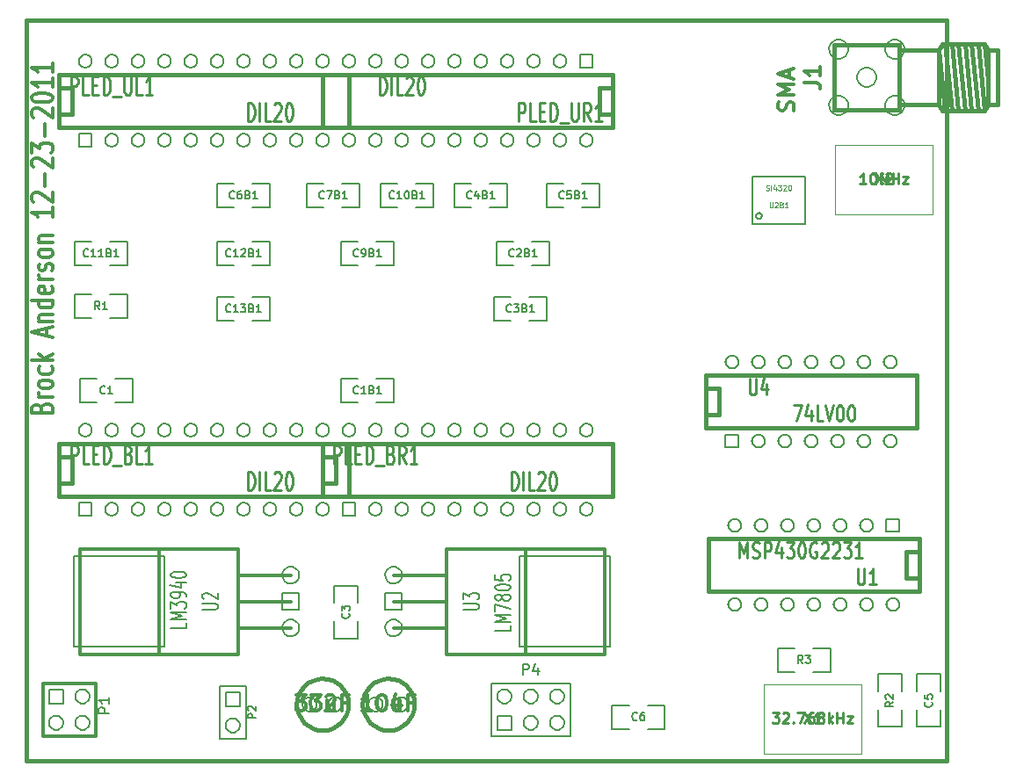
<source format=gto>
G04 (created by PCBNEW-RS274X (2010-05-05 BZR 2356)-stable) date 12/25/2011 2:18:58 PM*
G01*
G70*
G90*
%MOIN*%
G04 Gerber Fmt 3.4, Leading zero omitted, Abs format*
%FSLAX34Y34*%
G04 APERTURE LIST*
%ADD10C,0.006000*%
%ADD11C,0.012000*%
%ADD12C,0.015000*%
%ADD13C,0.008000*%
%ADD14C,0.003900*%
%ADD15C,0.005000*%
%ADD16C,0.011300*%
%ADD17C,0.010000*%
G04 APERTURE END LIST*
G54D10*
G54D11*
X24145Y-57756D02*
X24183Y-57670D01*
X24221Y-57642D01*
X24297Y-57613D01*
X24411Y-57613D01*
X24488Y-57642D01*
X24526Y-57670D01*
X24564Y-57728D01*
X24564Y-57956D01*
X23764Y-57956D01*
X23764Y-57756D01*
X23802Y-57699D01*
X23840Y-57670D01*
X23916Y-57642D01*
X23992Y-57642D01*
X24069Y-57670D01*
X24107Y-57699D01*
X24145Y-57756D01*
X24145Y-57956D01*
X24564Y-57356D02*
X24030Y-57356D01*
X24183Y-57356D02*
X24107Y-57328D01*
X24069Y-57299D01*
X24030Y-57242D01*
X24030Y-57185D01*
X24564Y-56899D02*
X24526Y-56957D01*
X24488Y-56985D01*
X24411Y-57014D01*
X24183Y-57014D01*
X24107Y-56985D01*
X24069Y-56957D01*
X24030Y-56899D01*
X24030Y-56814D01*
X24069Y-56757D01*
X24107Y-56728D01*
X24183Y-56699D01*
X24411Y-56699D01*
X24488Y-56728D01*
X24526Y-56757D01*
X24564Y-56814D01*
X24564Y-56899D01*
X24526Y-56185D02*
X24564Y-56242D01*
X24564Y-56356D01*
X24526Y-56414D01*
X24488Y-56442D01*
X24411Y-56471D01*
X24183Y-56471D01*
X24107Y-56442D01*
X24069Y-56414D01*
X24030Y-56356D01*
X24030Y-56242D01*
X24069Y-56185D01*
X24564Y-55928D02*
X23764Y-55928D01*
X24259Y-55871D02*
X24564Y-55700D01*
X24030Y-55700D02*
X24335Y-55928D01*
X24335Y-55014D02*
X24335Y-54728D01*
X24564Y-55071D02*
X23764Y-54871D01*
X24564Y-54671D01*
X24030Y-54471D02*
X24564Y-54471D01*
X24107Y-54471D02*
X24069Y-54443D01*
X24030Y-54385D01*
X24030Y-54300D01*
X24069Y-54243D01*
X24145Y-54214D01*
X24564Y-54214D01*
X24564Y-53671D02*
X23764Y-53671D01*
X24526Y-53671D02*
X24564Y-53728D01*
X24564Y-53842D01*
X24526Y-53900D01*
X24488Y-53928D01*
X24411Y-53957D01*
X24183Y-53957D01*
X24107Y-53928D01*
X24069Y-53900D01*
X24030Y-53842D01*
X24030Y-53728D01*
X24069Y-53671D01*
X24526Y-53157D02*
X24564Y-53214D01*
X24564Y-53328D01*
X24526Y-53385D01*
X24450Y-53414D01*
X24145Y-53414D01*
X24069Y-53385D01*
X24030Y-53328D01*
X24030Y-53214D01*
X24069Y-53157D01*
X24145Y-53128D01*
X24221Y-53128D01*
X24297Y-53414D01*
X24564Y-52871D02*
X24030Y-52871D01*
X24183Y-52871D02*
X24107Y-52843D01*
X24069Y-52814D01*
X24030Y-52757D01*
X24030Y-52700D01*
X24526Y-52529D02*
X24564Y-52472D01*
X24564Y-52357D01*
X24526Y-52300D01*
X24450Y-52272D01*
X24411Y-52272D01*
X24335Y-52300D01*
X24297Y-52357D01*
X24297Y-52443D01*
X24259Y-52500D01*
X24183Y-52529D01*
X24145Y-52529D01*
X24069Y-52500D01*
X24030Y-52443D01*
X24030Y-52357D01*
X24069Y-52300D01*
X24564Y-51928D02*
X24526Y-51986D01*
X24488Y-52014D01*
X24411Y-52043D01*
X24183Y-52043D01*
X24107Y-52014D01*
X24069Y-51986D01*
X24030Y-51928D01*
X24030Y-51843D01*
X24069Y-51786D01*
X24107Y-51757D01*
X24183Y-51728D01*
X24411Y-51728D01*
X24488Y-51757D01*
X24526Y-51786D01*
X24564Y-51843D01*
X24564Y-51928D01*
X24030Y-51471D02*
X24564Y-51471D01*
X24107Y-51471D02*
X24069Y-51443D01*
X24030Y-51385D01*
X24030Y-51300D01*
X24069Y-51243D01*
X24145Y-51214D01*
X24564Y-51214D01*
X24564Y-50157D02*
X24564Y-50500D01*
X24564Y-50328D02*
X23764Y-50328D01*
X23878Y-50385D01*
X23954Y-50443D01*
X23992Y-50500D01*
X23840Y-49929D02*
X23802Y-49900D01*
X23764Y-49843D01*
X23764Y-49700D01*
X23802Y-49643D01*
X23840Y-49614D01*
X23916Y-49586D01*
X23992Y-49586D01*
X24107Y-49614D01*
X24564Y-49957D01*
X24564Y-49586D01*
X24259Y-49329D02*
X24259Y-48872D01*
X23840Y-48615D02*
X23802Y-48586D01*
X23764Y-48529D01*
X23764Y-48386D01*
X23802Y-48329D01*
X23840Y-48300D01*
X23916Y-48272D01*
X23992Y-48272D01*
X24107Y-48300D01*
X24564Y-48643D01*
X24564Y-48272D01*
X23764Y-48072D02*
X23764Y-47701D01*
X24069Y-47901D01*
X24069Y-47815D01*
X24107Y-47758D01*
X24145Y-47729D01*
X24221Y-47701D01*
X24411Y-47701D01*
X24488Y-47729D01*
X24526Y-47758D01*
X24564Y-47815D01*
X24564Y-47987D01*
X24526Y-48044D01*
X24488Y-48072D01*
X24259Y-47444D02*
X24259Y-46987D01*
X23840Y-46730D02*
X23802Y-46701D01*
X23764Y-46644D01*
X23764Y-46501D01*
X23802Y-46444D01*
X23840Y-46415D01*
X23916Y-46387D01*
X23992Y-46387D01*
X24107Y-46415D01*
X24564Y-46758D01*
X24564Y-46387D01*
X23764Y-46016D02*
X23764Y-45959D01*
X23802Y-45902D01*
X23840Y-45873D01*
X23916Y-45844D01*
X24069Y-45816D01*
X24259Y-45816D01*
X24411Y-45844D01*
X24488Y-45873D01*
X24526Y-45902D01*
X24564Y-45959D01*
X24564Y-46016D01*
X24526Y-46073D01*
X24488Y-46102D01*
X24411Y-46130D01*
X24259Y-46159D01*
X24069Y-46159D01*
X23916Y-46130D01*
X23840Y-46102D01*
X23802Y-46073D01*
X23764Y-46016D01*
X24564Y-45245D02*
X24564Y-45588D01*
X24564Y-45416D02*
X23764Y-45416D01*
X23878Y-45473D01*
X23954Y-45531D01*
X23992Y-45588D01*
X24564Y-44674D02*
X24564Y-45017D01*
X24564Y-44845D02*
X23764Y-44845D01*
X23878Y-44902D01*
X23954Y-44960D01*
X23992Y-45017D01*
G54D12*
X23570Y-70490D02*
X23580Y-70490D01*
X23570Y-71130D02*
X23570Y-70490D01*
X58480Y-71130D02*
X23570Y-71130D01*
X58480Y-43050D02*
X58480Y-71130D01*
X23570Y-43050D02*
X58480Y-43050D01*
X23570Y-70590D02*
X23570Y-43050D01*
X38284Y-69000D02*
X38265Y-69191D01*
X38209Y-69374D01*
X38119Y-69544D01*
X37998Y-69693D01*
X37850Y-69815D01*
X37681Y-69907D01*
X37497Y-69963D01*
X37306Y-69983D01*
X37116Y-69966D01*
X36932Y-69912D01*
X36762Y-69823D01*
X36612Y-69703D01*
X36489Y-69555D01*
X36396Y-69387D01*
X36338Y-69204D01*
X36317Y-69013D01*
X36333Y-68823D01*
X36386Y-68638D01*
X36473Y-68467D01*
X36593Y-68317D01*
X36739Y-68192D01*
X36907Y-68099D01*
X37089Y-68039D01*
X37280Y-68017D01*
X37470Y-68031D01*
X37655Y-68083D01*
X37827Y-68170D01*
X37978Y-68288D01*
X38104Y-68433D01*
X38198Y-68600D01*
X38259Y-68782D01*
X38283Y-68973D01*
X38284Y-69000D01*
X35784Y-69000D02*
X35765Y-69191D01*
X35709Y-69374D01*
X35619Y-69544D01*
X35498Y-69693D01*
X35350Y-69815D01*
X35181Y-69907D01*
X34997Y-69963D01*
X34806Y-69983D01*
X34616Y-69966D01*
X34432Y-69912D01*
X34262Y-69823D01*
X34112Y-69703D01*
X33989Y-69555D01*
X33896Y-69387D01*
X33838Y-69204D01*
X33817Y-69013D01*
X33833Y-68823D01*
X33886Y-68638D01*
X33973Y-68467D01*
X34093Y-68317D01*
X34239Y-68192D01*
X34407Y-68099D01*
X34589Y-68039D01*
X34780Y-68017D01*
X34970Y-68031D01*
X35155Y-68083D01*
X35327Y-68170D01*
X35478Y-68288D01*
X35604Y-68433D01*
X35698Y-68600D01*
X35759Y-68782D01*
X35783Y-68973D01*
X35784Y-69000D01*
X57430Y-64710D02*
X49430Y-64710D01*
X49430Y-62710D02*
X57430Y-62710D01*
X57430Y-62710D02*
X57430Y-64710D01*
X57430Y-64210D02*
X56930Y-64210D01*
X56930Y-64210D02*
X56930Y-63210D01*
X56930Y-63210D02*
X57430Y-63210D01*
X49430Y-64710D02*
X49430Y-62710D01*
X49330Y-56510D02*
X57330Y-56510D01*
X57330Y-58510D02*
X49330Y-58510D01*
X49330Y-58510D02*
X49330Y-56510D01*
X49330Y-57010D02*
X49830Y-57010D01*
X49830Y-57010D02*
X49830Y-58010D01*
X49830Y-58010D02*
X49330Y-58010D01*
X57330Y-56510D02*
X57330Y-58510D01*
X24800Y-45600D02*
X25300Y-45600D01*
X25300Y-45600D02*
X25300Y-46600D01*
X25300Y-46600D02*
X24800Y-46600D01*
X24800Y-45100D02*
X35800Y-45100D01*
X35800Y-45100D02*
X35800Y-47100D01*
X35800Y-47100D02*
X24800Y-47100D01*
X24800Y-47100D02*
X24800Y-45100D01*
X34800Y-59600D02*
X35300Y-59600D01*
X35300Y-59600D02*
X35300Y-60600D01*
X35300Y-60600D02*
X34800Y-60600D01*
X34800Y-59100D02*
X45800Y-59100D01*
X45800Y-59100D02*
X45800Y-61100D01*
X45800Y-61100D02*
X34800Y-61100D01*
X34800Y-61100D02*
X34800Y-59100D01*
X45800Y-46600D02*
X45300Y-46600D01*
X45300Y-46600D02*
X45300Y-45600D01*
X45300Y-45600D02*
X45800Y-45600D01*
X45800Y-47100D02*
X34800Y-47100D01*
X34800Y-47100D02*
X34800Y-45100D01*
X34800Y-45100D02*
X45800Y-45100D01*
X45800Y-45100D02*
X45800Y-47100D01*
X24800Y-59600D02*
X25300Y-59600D01*
X25300Y-59600D02*
X25300Y-60600D01*
X25300Y-60600D02*
X24800Y-60600D01*
X24800Y-59100D02*
X35800Y-59100D01*
X35800Y-59100D02*
X35800Y-61100D01*
X35800Y-61100D02*
X24800Y-61100D01*
X24800Y-61100D02*
X24800Y-59100D01*
G54D11*
X33600Y-66100D02*
X31600Y-66100D01*
X33600Y-65100D02*
X31600Y-65100D01*
X33600Y-64100D02*
X31600Y-64100D01*
X31600Y-66600D02*
X31600Y-63100D01*
X31600Y-63100D02*
X25600Y-63100D01*
X25600Y-63100D02*
X25600Y-67100D01*
X31600Y-66600D02*
X31600Y-67100D01*
X28600Y-63600D02*
X28600Y-67100D01*
X28600Y-63600D02*
X28600Y-63100D01*
X31600Y-67100D02*
X25600Y-67100D01*
X37500Y-64100D02*
X39500Y-64100D01*
X37500Y-65100D02*
X39500Y-65100D01*
X37500Y-66100D02*
X39500Y-66100D01*
X39500Y-63600D02*
X39500Y-67100D01*
X39500Y-67100D02*
X45500Y-67100D01*
X45500Y-67100D02*
X45500Y-63100D01*
X39500Y-63600D02*
X39500Y-63100D01*
X42500Y-66600D02*
X42500Y-63100D01*
X42500Y-66600D02*
X42500Y-67100D01*
X39500Y-63100D02*
X45500Y-63100D01*
G54D10*
X30900Y-68300D02*
X31900Y-68300D01*
X31900Y-68300D02*
X31900Y-70300D01*
X31900Y-70300D02*
X30900Y-70300D01*
X30900Y-70300D02*
X30900Y-68300D01*
G54D11*
X26200Y-68200D02*
X26200Y-70200D01*
X26200Y-70200D02*
X24200Y-70200D01*
X24200Y-70200D02*
X24200Y-68200D01*
X24200Y-68200D02*
X26200Y-68200D01*
G54D13*
X44200Y-70200D02*
X41200Y-70200D01*
X41200Y-68200D02*
X44200Y-68200D01*
X44200Y-68200D02*
X44200Y-70200D01*
X41200Y-70200D02*
X41200Y-68200D01*
G54D14*
X55230Y-70880D02*
X51530Y-70880D01*
X51530Y-70880D02*
X51530Y-68240D01*
X51530Y-68240D02*
X55230Y-68240D01*
X55230Y-68240D02*
X55230Y-70880D01*
X54240Y-47770D02*
X57940Y-47770D01*
X57940Y-47770D02*
X57940Y-50410D01*
X57940Y-50410D02*
X54240Y-50410D01*
X54240Y-50410D02*
X54240Y-47770D01*
G54D15*
X52070Y-66870D02*
X52070Y-67770D01*
X52070Y-67770D02*
X52720Y-67770D01*
X53420Y-66870D02*
X54070Y-66870D01*
X54070Y-66870D02*
X54070Y-67770D01*
X54070Y-67770D02*
X53420Y-67770D01*
X52720Y-66870D02*
X52070Y-66870D01*
X37500Y-57550D02*
X37500Y-56650D01*
X37500Y-56650D02*
X36850Y-56650D01*
X36150Y-57550D02*
X35500Y-57550D01*
X35500Y-57550D02*
X35500Y-56650D01*
X35500Y-56650D02*
X36150Y-56650D01*
X36850Y-57550D02*
X37500Y-57550D01*
X25600Y-56650D02*
X25600Y-57550D01*
X25600Y-57550D02*
X26250Y-57550D01*
X26950Y-56650D02*
X27600Y-56650D01*
X27600Y-56650D02*
X27600Y-57550D01*
X27600Y-57550D02*
X26950Y-57550D01*
X26250Y-56650D02*
X25600Y-56650D01*
X30800Y-53550D02*
X30800Y-54450D01*
X30800Y-54450D02*
X31450Y-54450D01*
X32150Y-53550D02*
X32800Y-53550D01*
X32800Y-53550D02*
X32800Y-54450D01*
X32800Y-54450D02*
X32150Y-54450D01*
X31450Y-53550D02*
X30800Y-53550D01*
X30800Y-51450D02*
X30800Y-52350D01*
X30800Y-52350D02*
X31450Y-52350D01*
X32150Y-51450D02*
X32800Y-51450D01*
X32800Y-51450D02*
X32800Y-52350D01*
X32800Y-52350D02*
X32150Y-52350D01*
X31450Y-51450D02*
X30800Y-51450D01*
X27400Y-52350D02*
X27400Y-51450D01*
X27400Y-51450D02*
X26750Y-51450D01*
X26050Y-52350D02*
X25400Y-52350D01*
X25400Y-52350D02*
X25400Y-51450D01*
X25400Y-51450D02*
X26050Y-51450D01*
X26750Y-52350D02*
X27400Y-52350D01*
X56780Y-67860D02*
X55880Y-67860D01*
X55880Y-67860D02*
X55880Y-68510D01*
X56780Y-69210D02*
X56780Y-69860D01*
X56780Y-69860D02*
X55880Y-69860D01*
X55880Y-69860D02*
X55880Y-69210D01*
X56780Y-68510D02*
X56780Y-67860D01*
X37500Y-52350D02*
X37500Y-51450D01*
X37500Y-51450D02*
X36850Y-51450D01*
X36150Y-52350D02*
X35500Y-52350D01*
X35500Y-52350D02*
X35500Y-51450D01*
X35500Y-51450D02*
X36150Y-51450D01*
X36850Y-52350D02*
X37500Y-52350D01*
X34200Y-49250D02*
X34200Y-50150D01*
X34200Y-50150D02*
X34850Y-50150D01*
X35550Y-49250D02*
X36200Y-49250D01*
X36200Y-49250D02*
X36200Y-50150D01*
X36200Y-50150D02*
X35550Y-50150D01*
X34850Y-49250D02*
X34200Y-49250D01*
X30800Y-49250D02*
X30800Y-50150D01*
X30800Y-50150D02*
X31450Y-50150D01*
X32150Y-49250D02*
X32800Y-49250D01*
X32800Y-49250D02*
X32800Y-50150D01*
X32800Y-50150D02*
X32150Y-50150D01*
X31450Y-49250D02*
X30800Y-49250D01*
X45780Y-69040D02*
X45780Y-69940D01*
X45780Y-69940D02*
X46430Y-69940D01*
X47130Y-69040D02*
X47780Y-69040D01*
X47780Y-69040D02*
X47780Y-69940D01*
X47780Y-69940D02*
X47130Y-69940D01*
X46430Y-69040D02*
X45780Y-69040D01*
X45300Y-50150D02*
X45300Y-49250D01*
X45300Y-49250D02*
X44650Y-49250D01*
X43950Y-50150D02*
X43300Y-50150D01*
X43300Y-50150D02*
X43300Y-49250D01*
X43300Y-49250D02*
X43950Y-49250D01*
X44650Y-50150D02*
X45300Y-50150D01*
X57350Y-69860D02*
X58250Y-69860D01*
X58250Y-69860D02*
X58250Y-69210D01*
X57350Y-68510D02*
X57350Y-67860D01*
X57350Y-67860D02*
X58250Y-67860D01*
X58250Y-67860D02*
X58250Y-68510D01*
X57350Y-69210D02*
X57350Y-69860D01*
X41800Y-50150D02*
X41800Y-49250D01*
X41800Y-49250D02*
X41150Y-49250D01*
X40450Y-50150D02*
X39800Y-50150D01*
X39800Y-50150D02*
X39800Y-49250D01*
X39800Y-49250D02*
X40450Y-49250D01*
X41150Y-50150D02*
X41800Y-50150D01*
X37000Y-49250D02*
X37000Y-50150D01*
X37000Y-50150D02*
X37650Y-50150D01*
X38350Y-49250D02*
X39000Y-49250D01*
X39000Y-49250D02*
X39000Y-50150D01*
X39000Y-50150D02*
X38350Y-50150D01*
X37650Y-49250D02*
X37000Y-49250D01*
X41300Y-53550D02*
X41300Y-54450D01*
X41300Y-54450D02*
X41950Y-54450D01*
X42650Y-53550D02*
X43300Y-53550D01*
X43300Y-53550D02*
X43300Y-54450D01*
X43300Y-54450D02*
X42650Y-54450D01*
X41950Y-53550D02*
X41300Y-53550D01*
X35250Y-66500D02*
X36150Y-66500D01*
X36150Y-66500D02*
X36150Y-65850D01*
X35250Y-65150D02*
X35250Y-64500D01*
X35250Y-64500D02*
X36150Y-64500D01*
X36150Y-64500D02*
X36150Y-65150D01*
X35250Y-65850D02*
X35250Y-66500D01*
X41400Y-51450D02*
X41400Y-52350D01*
X41400Y-52350D02*
X42050Y-52350D01*
X42750Y-51450D02*
X43400Y-51450D01*
X43400Y-51450D02*
X43400Y-52350D01*
X43400Y-52350D02*
X42750Y-52350D01*
X42050Y-51450D02*
X41400Y-51450D01*
X27400Y-54350D02*
X27400Y-53450D01*
X27400Y-53450D02*
X26750Y-53450D01*
X26050Y-54350D02*
X25400Y-54350D01*
X25400Y-54350D02*
X25400Y-53450D01*
X25400Y-53450D02*
X26050Y-53450D01*
X26750Y-54350D02*
X27400Y-54350D01*
G54D12*
X60029Y-46257D02*
X60401Y-46257D01*
X60029Y-44163D02*
X60401Y-44163D01*
X56680Y-44163D02*
X58168Y-44163D01*
X56680Y-46257D02*
X58168Y-46257D01*
X59905Y-43953D02*
X60029Y-45315D01*
X58416Y-46467D02*
X58168Y-44163D01*
X58416Y-43953D02*
X58664Y-46467D01*
X58664Y-43953D02*
X58912Y-46467D01*
X58912Y-43953D02*
X59160Y-46467D01*
X59160Y-43953D02*
X59409Y-46467D01*
X59409Y-43953D02*
X59657Y-46467D01*
X59657Y-43953D02*
X59905Y-46467D01*
X59905Y-43953D02*
X60029Y-44163D01*
X60029Y-44163D02*
X60029Y-46257D01*
X60029Y-46257D02*
X59905Y-46467D01*
X59905Y-46467D02*
X58292Y-46467D01*
X58292Y-46467D02*
X58168Y-46257D01*
X58168Y-46257D02*
X58168Y-44163D01*
X58168Y-44163D02*
X58292Y-43953D01*
X58292Y-43953D02*
X59905Y-43953D01*
X60401Y-46257D02*
X60401Y-44163D01*
X56680Y-43970D02*
X56680Y-46450D01*
X56680Y-46450D02*
X54200Y-46450D01*
X54200Y-46450D02*
X54200Y-43970D01*
X54200Y-43970D02*
X56680Y-43970D01*
G54D15*
X51461Y-50470D02*
X51458Y-50491D01*
X51452Y-50512D01*
X51442Y-50531D01*
X51428Y-50548D01*
X51412Y-50562D01*
X51393Y-50572D01*
X51372Y-50578D01*
X51350Y-50580D01*
X51330Y-50579D01*
X51309Y-50572D01*
X51290Y-50562D01*
X51273Y-50549D01*
X51259Y-50532D01*
X51248Y-50513D01*
X51242Y-50493D01*
X51240Y-50471D01*
X51241Y-50450D01*
X51247Y-50430D01*
X51257Y-50410D01*
X51271Y-50393D01*
X51287Y-50379D01*
X51306Y-50369D01*
X51327Y-50362D01*
X51348Y-50360D01*
X51369Y-50361D01*
X51390Y-50367D01*
X51409Y-50377D01*
X51426Y-50390D01*
X51440Y-50407D01*
X51451Y-50425D01*
X51458Y-50446D01*
X51460Y-50467D01*
X51461Y-50470D01*
X53100Y-48970D02*
X51100Y-48970D01*
X51100Y-48970D02*
X51100Y-50770D01*
X51100Y-50770D02*
X53100Y-50770D01*
X53100Y-50770D02*
X53100Y-48970D01*
G54D10*
X38062Y-69000D02*
X38056Y-69052D01*
X38041Y-69102D01*
X38016Y-69149D01*
X37983Y-69190D01*
X37942Y-69223D01*
X37896Y-69248D01*
X37846Y-69264D01*
X37793Y-69269D01*
X37742Y-69265D01*
X37691Y-69250D01*
X37645Y-69225D01*
X37604Y-69192D01*
X37570Y-69152D01*
X37544Y-69106D01*
X37528Y-69056D01*
X37523Y-69003D01*
X37527Y-68952D01*
X37541Y-68901D01*
X37566Y-68854D01*
X37598Y-68813D01*
X37638Y-68779D01*
X37684Y-68753D01*
X37735Y-68737D01*
X37787Y-68731D01*
X37838Y-68735D01*
X37889Y-68749D01*
X37936Y-68773D01*
X37978Y-68805D01*
X38012Y-68845D01*
X38038Y-68891D01*
X38055Y-68941D01*
X38061Y-68993D01*
X38062Y-69000D01*
X37078Y-69000D02*
X37072Y-69052D01*
X37057Y-69102D01*
X37032Y-69149D01*
X36999Y-69190D01*
X36958Y-69223D01*
X36912Y-69248D01*
X36862Y-69264D01*
X36809Y-69269D01*
X36758Y-69265D01*
X36707Y-69250D01*
X36661Y-69225D01*
X36620Y-69192D01*
X36586Y-69152D01*
X36560Y-69106D01*
X36544Y-69056D01*
X36539Y-69003D01*
X36543Y-68952D01*
X36557Y-68901D01*
X36582Y-68854D01*
X36614Y-68813D01*
X36654Y-68779D01*
X36700Y-68753D01*
X36751Y-68737D01*
X36803Y-68731D01*
X36854Y-68735D01*
X36905Y-68749D01*
X36952Y-68773D01*
X36994Y-68805D01*
X37028Y-68845D01*
X37054Y-68891D01*
X37071Y-68941D01*
X37077Y-68993D01*
X37078Y-69000D01*
X34578Y-69000D02*
X34572Y-69052D01*
X34557Y-69102D01*
X34532Y-69149D01*
X34499Y-69190D01*
X34458Y-69223D01*
X34412Y-69248D01*
X34362Y-69264D01*
X34309Y-69269D01*
X34258Y-69265D01*
X34207Y-69250D01*
X34161Y-69225D01*
X34120Y-69192D01*
X34086Y-69152D01*
X34060Y-69106D01*
X34044Y-69056D01*
X34039Y-69003D01*
X34043Y-68952D01*
X34057Y-68901D01*
X34082Y-68854D01*
X34114Y-68813D01*
X34154Y-68779D01*
X34200Y-68753D01*
X34251Y-68737D01*
X34303Y-68731D01*
X34354Y-68735D01*
X34405Y-68749D01*
X34452Y-68773D01*
X34494Y-68805D01*
X34528Y-68845D01*
X34554Y-68891D01*
X34571Y-68941D01*
X34577Y-68993D01*
X34578Y-69000D01*
X35562Y-69000D02*
X35556Y-69052D01*
X35541Y-69102D01*
X35516Y-69149D01*
X35483Y-69190D01*
X35442Y-69223D01*
X35396Y-69248D01*
X35346Y-69264D01*
X35293Y-69269D01*
X35242Y-69265D01*
X35191Y-69250D01*
X35145Y-69225D01*
X35104Y-69192D01*
X35070Y-69152D01*
X35044Y-69106D01*
X35028Y-69056D01*
X35023Y-69003D01*
X35027Y-68952D01*
X35041Y-68901D01*
X35066Y-68854D01*
X35098Y-68813D01*
X35138Y-68779D01*
X35184Y-68753D01*
X35235Y-68737D01*
X35287Y-68731D01*
X35338Y-68735D01*
X35389Y-68749D01*
X35436Y-68773D01*
X35478Y-68805D01*
X35512Y-68845D01*
X35538Y-68891D01*
X35555Y-68941D01*
X35561Y-68993D01*
X35562Y-69000D01*
X56185Y-61965D02*
X56185Y-62455D01*
X56675Y-62455D01*
X56675Y-61965D01*
X56185Y-61965D01*
X55675Y-62210D02*
X55670Y-62257D01*
X55656Y-62303D01*
X55634Y-62345D01*
X55603Y-62382D01*
X55567Y-62413D01*
X55524Y-62435D01*
X55479Y-62449D01*
X55431Y-62454D01*
X55385Y-62450D01*
X55339Y-62437D01*
X55296Y-62415D01*
X55259Y-62385D01*
X55228Y-62348D01*
X55205Y-62306D01*
X55191Y-62260D01*
X55186Y-62213D01*
X55190Y-62166D01*
X55203Y-62120D01*
X55225Y-62078D01*
X55254Y-62040D01*
X55291Y-62009D01*
X55332Y-61986D01*
X55378Y-61971D01*
X55425Y-61966D01*
X55472Y-61969D01*
X55518Y-61982D01*
X55561Y-62004D01*
X55598Y-62033D01*
X55630Y-62069D01*
X55653Y-62111D01*
X55668Y-62156D01*
X55674Y-62204D01*
X55675Y-62210D01*
X54675Y-62210D02*
X54670Y-62257D01*
X54656Y-62303D01*
X54634Y-62345D01*
X54603Y-62382D01*
X54567Y-62413D01*
X54524Y-62435D01*
X54479Y-62449D01*
X54431Y-62454D01*
X54385Y-62450D01*
X54339Y-62437D01*
X54296Y-62415D01*
X54259Y-62385D01*
X54228Y-62348D01*
X54205Y-62306D01*
X54191Y-62260D01*
X54186Y-62213D01*
X54190Y-62166D01*
X54203Y-62120D01*
X54225Y-62078D01*
X54254Y-62040D01*
X54291Y-62009D01*
X54332Y-61986D01*
X54378Y-61971D01*
X54425Y-61966D01*
X54472Y-61969D01*
X54518Y-61982D01*
X54561Y-62004D01*
X54598Y-62033D01*
X54630Y-62069D01*
X54653Y-62111D01*
X54668Y-62156D01*
X54674Y-62204D01*
X54675Y-62210D01*
X53675Y-62210D02*
X53670Y-62257D01*
X53656Y-62303D01*
X53634Y-62345D01*
X53603Y-62382D01*
X53567Y-62413D01*
X53524Y-62435D01*
X53479Y-62449D01*
X53431Y-62454D01*
X53385Y-62450D01*
X53339Y-62437D01*
X53296Y-62415D01*
X53259Y-62385D01*
X53228Y-62348D01*
X53205Y-62306D01*
X53191Y-62260D01*
X53186Y-62213D01*
X53190Y-62166D01*
X53203Y-62120D01*
X53225Y-62078D01*
X53254Y-62040D01*
X53291Y-62009D01*
X53332Y-61986D01*
X53378Y-61971D01*
X53425Y-61966D01*
X53472Y-61969D01*
X53518Y-61982D01*
X53561Y-62004D01*
X53598Y-62033D01*
X53630Y-62069D01*
X53653Y-62111D01*
X53668Y-62156D01*
X53674Y-62204D01*
X53675Y-62210D01*
X52675Y-62210D02*
X52670Y-62257D01*
X52656Y-62303D01*
X52634Y-62345D01*
X52603Y-62382D01*
X52567Y-62413D01*
X52524Y-62435D01*
X52479Y-62449D01*
X52431Y-62454D01*
X52385Y-62450D01*
X52339Y-62437D01*
X52296Y-62415D01*
X52259Y-62385D01*
X52228Y-62348D01*
X52205Y-62306D01*
X52191Y-62260D01*
X52186Y-62213D01*
X52190Y-62166D01*
X52203Y-62120D01*
X52225Y-62078D01*
X52254Y-62040D01*
X52291Y-62009D01*
X52332Y-61986D01*
X52378Y-61971D01*
X52425Y-61966D01*
X52472Y-61969D01*
X52518Y-61982D01*
X52561Y-62004D01*
X52598Y-62033D01*
X52630Y-62069D01*
X52653Y-62111D01*
X52668Y-62156D01*
X52674Y-62204D01*
X52675Y-62210D01*
X51675Y-62210D02*
X51670Y-62257D01*
X51656Y-62303D01*
X51634Y-62345D01*
X51603Y-62382D01*
X51567Y-62413D01*
X51524Y-62435D01*
X51479Y-62449D01*
X51431Y-62454D01*
X51385Y-62450D01*
X51339Y-62437D01*
X51296Y-62415D01*
X51259Y-62385D01*
X51228Y-62348D01*
X51205Y-62306D01*
X51191Y-62260D01*
X51186Y-62213D01*
X51190Y-62166D01*
X51203Y-62120D01*
X51225Y-62078D01*
X51254Y-62040D01*
X51291Y-62009D01*
X51332Y-61986D01*
X51378Y-61971D01*
X51425Y-61966D01*
X51472Y-61969D01*
X51518Y-61982D01*
X51561Y-62004D01*
X51598Y-62033D01*
X51630Y-62069D01*
X51653Y-62111D01*
X51668Y-62156D01*
X51674Y-62204D01*
X51675Y-62210D01*
X50675Y-62210D02*
X50670Y-62257D01*
X50656Y-62303D01*
X50634Y-62345D01*
X50603Y-62382D01*
X50567Y-62413D01*
X50524Y-62435D01*
X50479Y-62449D01*
X50431Y-62454D01*
X50385Y-62450D01*
X50339Y-62437D01*
X50296Y-62415D01*
X50259Y-62385D01*
X50228Y-62348D01*
X50205Y-62306D01*
X50191Y-62260D01*
X50186Y-62213D01*
X50190Y-62166D01*
X50203Y-62120D01*
X50225Y-62078D01*
X50254Y-62040D01*
X50291Y-62009D01*
X50332Y-61986D01*
X50378Y-61971D01*
X50425Y-61966D01*
X50472Y-61969D01*
X50518Y-61982D01*
X50561Y-62004D01*
X50598Y-62033D01*
X50630Y-62069D01*
X50653Y-62111D01*
X50668Y-62156D01*
X50674Y-62204D01*
X50675Y-62210D01*
X50675Y-65210D02*
X50670Y-65257D01*
X50656Y-65303D01*
X50634Y-65345D01*
X50603Y-65382D01*
X50567Y-65413D01*
X50524Y-65435D01*
X50479Y-65449D01*
X50431Y-65454D01*
X50385Y-65450D01*
X50339Y-65437D01*
X50296Y-65415D01*
X50259Y-65385D01*
X50228Y-65348D01*
X50205Y-65306D01*
X50191Y-65260D01*
X50186Y-65213D01*
X50190Y-65166D01*
X50203Y-65120D01*
X50225Y-65078D01*
X50254Y-65040D01*
X50291Y-65009D01*
X50332Y-64986D01*
X50378Y-64971D01*
X50425Y-64966D01*
X50472Y-64969D01*
X50518Y-64982D01*
X50561Y-65004D01*
X50598Y-65033D01*
X50630Y-65069D01*
X50653Y-65111D01*
X50668Y-65156D01*
X50674Y-65204D01*
X50675Y-65210D01*
X51675Y-65210D02*
X51670Y-65257D01*
X51656Y-65303D01*
X51634Y-65345D01*
X51603Y-65382D01*
X51567Y-65413D01*
X51524Y-65435D01*
X51479Y-65449D01*
X51431Y-65454D01*
X51385Y-65450D01*
X51339Y-65437D01*
X51296Y-65415D01*
X51259Y-65385D01*
X51228Y-65348D01*
X51205Y-65306D01*
X51191Y-65260D01*
X51186Y-65213D01*
X51190Y-65166D01*
X51203Y-65120D01*
X51225Y-65078D01*
X51254Y-65040D01*
X51291Y-65009D01*
X51332Y-64986D01*
X51378Y-64971D01*
X51425Y-64966D01*
X51472Y-64969D01*
X51518Y-64982D01*
X51561Y-65004D01*
X51598Y-65033D01*
X51630Y-65069D01*
X51653Y-65111D01*
X51668Y-65156D01*
X51674Y-65204D01*
X51675Y-65210D01*
X52675Y-65210D02*
X52670Y-65257D01*
X52656Y-65303D01*
X52634Y-65345D01*
X52603Y-65382D01*
X52567Y-65413D01*
X52524Y-65435D01*
X52479Y-65449D01*
X52431Y-65454D01*
X52385Y-65450D01*
X52339Y-65437D01*
X52296Y-65415D01*
X52259Y-65385D01*
X52228Y-65348D01*
X52205Y-65306D01*
X52191Y-65260D01*
X52186Y-65213D01*
X52190Y-65166D01*
X52203Y-65120D01*
X52225Y-65078D01*
X52254Y-65040D01*
X52291Y-65009D01*
X52332Y-64986D01*
X52378Y-64971D01*
X52425Y-64966D01*
X52472Y-64969D01*
X52518Y-64982D01*
X52561Y-65004D01*
X52598Y-65033D01*
X52630Y-65069D01*
X52653Y-65111D01*
X52668Y-65156D01*
X52674Y-65204D01*
X52675Y-65210D01*
X53675Y-65210D02*
X53670Y-65257D01*
X53656Y-65303D01*
X53634Y-65345D01*
X53603Y-65382D01*
X53567Y-65413D01*
X53524Y-65435D01*
X53479Y-65449D01*
X53431Y-65454D01*
X53385Y-65450D01*
X53339Y-65437D01*
X53296Y-65415D01*
X53259Y-65385D01*
X53228Y-65348D01*
X53205Y-65306D01*
X53191Y-65260D01*
X53186Y-65213D01*
X53190Y-65166D01*
X53203Y-65120D01*
X53225Y-65078D01*
X53254Y-65040D01*
X53291Y-65009D01*
X53332Y-64986D01*
X53378Y-64971D01*
X53425Y-64966D01*
X53472Y-64969D01*
X53518Y-64982D01*
X53561Y-65004D01*
X53598Y-65033D01*
X53630Y-65069D01*
X53653Y-65111D01*
X53668Y-65156D01*
X53674Y-65204D01*
X53675Y-65210D01*
X54675Y-65210D02*
X54670Y-65257D01*
X54656Y-65303D01*
X54634Y-65345D01*
X54603Y-65382D01*
X54567Y-65413D01*
X54524Y-65435D01*
X54479Y-65449D01*
X54431Y-65454D01*
X54385Y-65450D01*
X54339Y-65437D01*
X54296Y-65415D01*
X54259Y-65385D01*
X54228Y-65348D01*
X54205Y-65306D01*
X54191Y-65260D01*
X54186Y-65213D01*
X54190Y-65166D01*
X54203Y-65120D01*
X54225Y-65078D01*
X54254Y-65040D01*
X54291Y-65009D01*
X54332Y-64986D01*
X54378Y-64971D01*
X54425Y-64966D01*
X54472Y-64969D01*
X54518Y-64982D01*
X54561Y-65004D01*
X54598Y-65033D01*
X54630Y-65069D01*
X54653Y-65111D01*
X54668Y-65156D01*
X54674Y-65204D01*
X54675Y-65210D01*
X55675Y-65210D02*
X55670Y-65257D01*
X55656Y-65303D01*
X55634Y-65345D01*
X55603Y-65382D01*
X55567Y-65413D01*
X55524Y-65435D01*
X55479Y-65449D01*
X55431Y-65454D01*
X55385Y-65450D01*
X55339Y-65437D01*
X55296Y-65415D01*
X55259Y-65385D01*
X55228Y-65348D01*
X55205Y-65306D01*
X55191Y-65260D01*
X55186Y-65213D01*
X55190Y-65166D01*
X55203Y-65120D01*
X55225Y-65078D01*
X55254Y-65040D01*
X55291Y-65009D01*
X55332Y-64986D01*
X55378Y-64971D01*
X55425Y-64966D01*
X55472Y-64969D01*
X55518Y-64982D01*
X55561Y-65004D01*
X55598Y-65033D01*
X55630Y-65069D01*
X55653Y-65111D01*
X55668Y-65156D01*
X55674Y-65204D01*
X55675Y-65210D01*
X56675Y-65210D02*
X56670Y-65257D01*
X56656Y-65303D01*
X56634Y-65345D01*
X56603Y-65382D01*
X56567Y-65413D01*
X56524Y-65435D01*
X56479Y-65449D01*
X56431Y-65454D01*
X56385Y-65450D01*
X56339Y-65437D01*
X56296Y-65415D01*
X56259Y-65385D01*
X56228Y-65348D01*
X56205Y-65306D01*
X56191Y-65260D01*
X56186Y-65213D01*
X56190Y-65166D01*
X56203Y-65120D01*
X56225Y-65078D01*
X56254Y-65040D01*
X56291Y-65009D01*
X56332Y-64986D01*
X56378Y-64971D01*
X56425Y-64966D01*
X56472Y-64969D01*
X56518Y-64982D01*
X56561Y-65004D01*
X56598Y-65033D01*
X56630Y-65069D01*
X56653Y-65111D01*
X56668Y-65156D01*
X56674Y-65204D01*
X56675Y-65210D01*
X50085Y-58765D02*
X50085Y-59255D01*
X50575Y-59255D01*
X50575Y-58765D01*
X50085Y-58765D01*
X51575Y-59010D02*
X51570Y-59057D01*
X51556Y-59103D01*
X51534Y-59145D01*
X51503Y-59182D01*
X51467Y-59213D01*
X51424Y-59235D01*
X51379Y-59249D01*
X51331Y-59254D01*
X51285Y-59250D01*
X51239Y-59237D01*
X51196Y-59215D01*
X51159Y-59185D01*
X51128Y-59148D01*
X51105Y-59106D01*
X51091Y-59060D01*
X51086Y-59013D01*
X51090Y-58966D01*
X51103Y-58920D01*
X51125Y-58878D01*
X51154Y-58840D01*
X51191Y-58809D01*
X51232Y-58786D01*
X51278Y-58771D01*
X51325Y-58766D01*
X51372Y-58769D01*
X51418Y-58782D01*
X51461Y-58804D01*
X51498Y-58833D01*
X51530Y-58869D01*
X51553Y-58911D01*
X51568Y-58956D01*
X51574Y-59004D01*
X51575Y-59010D01*
X52575Y-59010D02*
X52570Y-59057D01*
X52556Y-59103D01*
X52534Y-59145D01*
X52503Y-59182D01*
X52467Y-59213D01*
X52424Y-59235D01*
X52379Y-59249D01*
X52331Y-59254D01*
X52285Y-59250D01*
X52239Y-59237D01*
X52196Y-59215D01*
X52159Y-59185D01*
X52128Y-59148D01*
X52105Y-59106D01*
X52091Y-59060D01*
X52086Y-59013D01*
X52090Y-58966D01*
X52103Y-58920D01*
X52125Y-58878D01*
X52154Y-58840D01*
X52191Y-58809D01*
X52232Y-58786D01*
X52278Y-58771D01*
X52325Y-58766D01*
X52372Y-58769D01*
X52418Y-58782D01*
X52461Y-58804D01*
X52498Y-58833D01*
X52530Y-58869D01*
X52553Y-58911D01*
X52568Y-58956D01*
X52574Y-59004D01*
X52575Y-59010D01*
X53575Y-59010D02*
X53570Y-59057D01*
X53556Y-59103D01*
X53534Y-59145D01*
X53503Y-59182D01*
X53467Y-59213D01*
X53424Y-59235D01*
X53379Y-59249D01*
X53331Y-59254D01*
X53285Y-59250D01*
X53239Y-59237D01*
X53196Y-59215D01*
X53159Y-59185D01*
X53128Y-59148D01*
X53105Y-59106D01*
X53091Y-59060D01*
X53086Y-59013D01*
X53090Y-58966D01*
X53103Y-58920D01*
X53125Y-58878D01*
X53154Y-58840D01*
X53191Y-58809D01*
X53232Y-58786D01*
X53278Y-58771D01*
X53325Y-58766D01*
X53372Y-58769D01*
X53418Y-58782D01*
X53461Y-58804D01*
X53498Y-58833D01*
X53530Y-58869D01*
X53553Y-58911D01*
X53568Y-58956D01*
X53574Y-59004D01*
X53575Y-59010D01*
X54575Y-59010D02*
X54570Y-59057D01*
X54556Y-59103D01*
X54534Y-59145D01*
X54503Y-59182D01*
X54467Y-59213D01*
X54424Y-59235D01*
X54379Y-59249D01*
X54331Y-59254D01*
X54285Y-59250D01*
X54239Y-59237D01*
X54196Y-59215D01*
X54159Y-59185D01*
X54128Y-59148D01*
X54105Y-59106D01*
X54091Y-59060D01*
X54086Y-59013D01*
X54090Y-58966D01*
X54103Y-58920D01*
X54125Y-58878D01*
X54154Y-58840D01*
X54191Y-58809D01*
X54232Y-58786D01*
X54278Y-58771D01*
X54325Y-58766D01*
X54372Y-58769D01*
X54418Y-58782D01*
X54461Y-58804D01*
X54498Y-58833D01*
X54530Y-58869D01*
X54553Y-58911D01*
X54568Y-58956D01*
X54574Y-59004D01*
X54575Y-59010D01*
X55575Y-59010D02*
X55570Y-59057D01*
X55556Y-59103D01*
X55534Y-59145D01*
X55503Y-59182D01*
X55467Y-59213D01*
X55424Y-59235D01*
X55379Y-59249D01*
X55331Y-59254D01*
X55285Y-59250D01*
X55239Y-59237D01*
X55196Y-59215D01*
X55159Y-59185D01*
X55128Y-59148D01*
X55105Y-59106D01*
X55091Y-59060D01*
X55086Y-59013D01*
X55090Y-58966D01*
X55103Y-58920D01*
X55125Y-58878D01*
X55154Y-58840D01*
X55191Y-58809D01*
X55232Y-58786D01*
X55278Y-58771D01*
X55325Y-58766D01*
X55372Y-58769D01*
X55418Y-58782D01*
X55461Y-58804D01*
X55498Y-58833D01*
X55530Y-58869D01*
X55553Y-58911D01*
X55568Y-58956D01*
X55574Y-59004D01*
X55575Y-59010D01*
X56575Y-59010D02*
X56570Y-59057D01*
X56556Y-59103D01*
X56534Y-59145D01*
X56503Y-59182D01*
X56467Y-59213D01*
X56424Y-59235D01*
X56379Y-59249D01*
X56331Y-59254D01*
X56285Y-59250D01*
X56239Y-59237D01*
X56196Y-59215D01*
X56159Y-59185D01*
X56128Y-59148D01*
X56105Y-59106D01*
X56091Y-59060D01*
X56086Y-59013D01*
X56090Y-58966D01*
X56103Y-58920D01*
X56125Y-58878D01*
X56154Y-58840D01*
X56191Y-58809D01*
X56232Y-58786D01*
X56278Y-58771D01*
X56325Y-58766D01*
X56372Y-58769D01*
X56418Y-58782D01*
X56461Y-58804D01*
X56498Y-58833D01*
X56530Y-58869D01*
X56553Y-58911D01*
X56568Y-58956D01*
X56574Y-59004D01*
X56575Y-59010D01*
X56575Y-56010D02*
X56570Y-56057D01*
X56556Y-56103D01*
X56534Y-56145D01*
X56503Y-56182D01*
X56467Y-56213D01*
X56424Y-56235D01*
X56379Y-56249D01*
X56331Y-56254D01*
X56285Y-56250D01*
X56239Y-56237D01*
X56196Y-56215D01*
X56159Y-56185D01*
X56128Y-56148D01*
X56105Y-56106D01*
X56091Y-56060D01*
X56086Y-56013D01*
X56090Y-55966D01*
X56103Y-55920D01*
X56125Y-55878D01*
X56154Y-55840D01*
X56191Y-55809D01*
X56232Y-55786D01*
X56278Y-55771D01*
X56325Y-55766D01*
X56372Y-55769D01*
X56418Y-55782D01*
X56461Y-55804D01*
X56498Y-55833D01*
X56530Y-55869D01*
X56553Y-55911D01*
X56568Y-55956D01*
X56574Y-56004D01*
X56575Y-56010D01*
X55575Y-56010D02*
X55570Y-56057D01*
X55556Y-56103D01*
X55534Y-56145D01*
X55503Y-56182D01*
X55467Y-56213D01*
X55424Y-56235D01*
X55379Y-56249D01*
X55331Y-56254D01*
X55285Y-56250D01*
X55239Y-56237D01*
X55196Y-56215D01*
X55159Y-56185D01*
X55128Y-56148D01*
X55105Y-56106D01*
X55091Y-56060D01*
X55086Y-56013D01*
X55090Y-55966D01*
X55103Y-55920D01*
X55125Y-55878D01*
X55154Y-55840D01*
X55191Y-55809D01*
X55232Y-55786D01*
X55278Y-55771D01*
X55325Y-55766D01*
X55372Y-55769D01*
X55418Y-55782D01*
X55461Y-55804D01*
X55498Y-55833D01*
X55530Y-55869D01*
X55553Y-55911D01*
X55568Y-55956D01*
X55574Y-56004D01*
X55575Y-56010D01*
X54575Y-56010D02*
X54570Y-56057D01*
X54556Y-56103D01*
X54534Y-56145D01*
X54503Y-56182D01*
X54467Y-56213D01*
X54424Y-56235D01*
X54379Y-56249D01*
X54331Y-56254D01*
X54285Y-56250D01*
X54239Y-56237D01*
X54196Y-56215D01*
X54159Y-56185D01*
X54128Y-56148D01*
X54105Y-56106D01*
X54091Y-56060D01*
X54086Y-56013D01*
X54090Y-55966D01*
X54103Y-55920D01*
X54125Y-55878D01*
X54154Y-55840D01*
X54191Y-55809D01*
X54232Y-55786D01*
X54278Y-55771D01*
X54325Y-55766D01*
X54372Y-55769D01*
X54418Y-55782D01*
X54461Y-55804D01*
X54498Y-55833D01*
X54530Y-55869D01*
X54553Y-55911D01*
X54568Y-55956D01*
X54574Y-56004D01*
X54575Y-56010D01*
X53575Y-56010D02*
X53570Y-56057D01*
X53556Y-56103D01*
X53534Y-56145D01*
X53503Y-56182D01*
X53467Y-56213D01*
X53424Y-56235D01*
X53379Y-56249D01*
X53331Y-56254D01*
X53285Y-56250D01*
X53239Y-56237D01*
X53196Y-56215D01*
X53159Y-56185D01*
X53128Y-56148D01*
X53105Y-56106D01*
X53091Y-56060D01*
X53086Y-56013D01*
X53090Y-55966D01*
X53103Y-55920D01*
X53125Y-55878D01*
X53154Y-55840D01*
X53191Y-55809D01*
X53232Y-55786D01*
X53278Y-55771D01*
X53325Y-55766D01*
X53372Y-55769D01*
X53418Y-55782D01*
X53461Y-55804D01*
X53498Y-55833D01*
X53530Y-55869D01*
X53553Y-55911D01*
X53568Y-55956D01*
X53574Y-56004D01*
X53575Y-56010D01*
X52575Y-56010D02*
X52570Y-56057D01*
X52556Y-56103D01*
X52534Y-56145D01*
X52503Y-56182D01*
X52467Y-56213D01*
X52424Y-56235D01*
X52379Y-56249D01*
X52331Y-56254D01*
X52285Y-56250D01*
X52239Y-56237D01*
X52196Y-56215D01*
X52159Y-56185D01*
X52128Y-56148D01*
X52105Y-56106D01*
X52091Y-56060D01*
X52086Y-56013D01*
X52090Y-55966D01*
X52103Y-55920D01*
X52125Y-55878D01*
X52154Y-55840D01*
X52191Y-55809D01*
X52232Y-55786D01*
X52278Y-55771D01*
X52325Y-55766D01*
X52372Y-55769D01*
X52418Y-55782D01*
X52461Y-55804D01*
X52498Y-55833D01*
X52530Y-55869D01*
X52553Y-55911D01*
X52568Y-55956D01*
X52574Y-56004D01*
X52575Y-56010D01*
X51575Y-56010D02*
X51570Y-56057D01*
X51556Y-56103D01*
X51534Y-56145D01*
X51503Y-56182D01*
X51467Y-56213D01*
X51424Y-56235D01*
X51379Y-56249D01*
X51331Y-56254D01*
X51285Y-56250D01*
X51239Y-56237D01*
X51196Y-56215D01*
X51159Y-56185D01*
X51128Y-56148D01*
X51105Y-56106D01*
X51091Y-56060D01*
X51086Y-56013D01*
X51090Y-55966D01*
X51103Y-55920D01*
X51125Y-55878D01*
X51154Y-55840D01*
X51191Y-55809D01*
X51232Y-55786D01*
X51278Y-55771D01*
X51325Y-55766D01*
X51372Y-55769D01*
X51418Y-55782D01*
X51461Y-55804D01*
X51498Y-55833D01*
X51530Y-55869D01*
X51553Y-55911D01*
X51568Y-55956D01*
X51574Y-56004D01*
X51575Y-56010D01*
X50575Y-56010D02*
X50570Y-56057D01*
X50556Y-56103D01*
X50534Y-56145D01*
X50503Y-56182D01*
X50467Y-56213D01*
X50424Y-56235D01*
X50379Y-56249D01*
X50331Y-56254D01*
X50285Y-56250D01*
X50239Y-56237D01*
X50196Y-56215D01*
X50159Y-56185D01*
X50128Y-56148D01*
X50105Y-56106D01*
X50091Y-56060D01*
X50086Y-56013D01*
X50090Y-55966D01*
X50103Y-55920D01*
X50125Y-55878D01*
X50154Y-55840D01*
X50191Y-55809D01*
X50232Y-55786D01*
X50278Y-55771D01*
X50325Y-55766D01*
X50372Y-55769D01*
X50418Y-55782D01*
X50461Y-55804D01*
X50498Y-55833D01*
X50530Y-55869D01*
X50553Y-55911D01*
X50568Y-55956D01*
X50574Y-56004D01*
X50575Y-56010D01*
X25555Y-47355D02*
X25555Y-47845D01*
X26045Y-47845D01*
X26045Y-47355D01*
X25555Y-47355D01*
X27045Y-47600D02*
X27040Y-47647D01*
X27026Y-47693D01*
X27004Y-47735D01*
X26973Y-47772D01*
X26937Y-47803D01*
X26894Y-47825D01*
X26849Y-47839D01*
X26801Y-47844D01*
X26755Y-47840D01*
X26709Y-47827D01*
X26666Y-47805D01*
X26629Y-47775D01*
X26598Y-47738D01*
X26575Y-47696D01*
X26561Y-47650D01*
X26556Y-47603D01*
X26560Y-47556D01*
X26573Y-47510D01*
X26595Y-47468D01*
X26624Y-47430D01*
X26661Y-47399D01*
X26702Y-47376D01*
X26748Y-47361D01*
X26795Y-47356D01*
X26842Y-47359D01*
X26888Y-47372D01*
X26931Y-47394D01*
X26968Y-47423D01*
X27000Y-47459D01*
X27023Y-47501D01*
X27038Y-47546D01*
X27044Y-47594D01*
X27045Y-47600D01*
X28045Y-47600D02*
X28040Y-47647D01*
X28026Y-47693D01*
X28004Y-47735D01*
X27973Y-47772D01*
X27937Y-47803D01*
X27894Y-47825D01*
X27849Y-47839D01*
X27801Y-47844D01*
X27755Y-47840D01*
X27709Y-47827D01*
X27666Y-47805D01*
X27629Y-47775D01*
X27598Y-47738D01*
X27575Y-47696D01*
X27561Y-47650D01*
X27556Y-47603D01*
X27560Y-47556D01*
X27573Y-47510D01*
X27595Y-47468D01*
X27624Y-47430D01*
X27661Y-47399D01*
X27702Y-47376D01*
X27748Y-47361D01*
X27795Y-47356D01*
X27842Y-47359D01*
X27888Y-47372D01*
X27931Y-47394D01*
X27968Y-47423D01*
X28000Y-47459D01*
X28023Y-47501D01*
X28038Y-47546D01*
X28044Y-47594D01*
X28045Y-47600D01*
X29045Y-47600D02*
X29040Y-47647D01*
X29026Y-47693D01*
X29004Y-47735D01*
X28973Y-47772D01*
X28937Y-47803D01*
X28894Y-47825D01*
X28849Y-47839D01*
X28801Y-47844D01*
X28755Y-47840D01*
X28709Y-47827D01*
X28666Y-47805D01*
X28629Y-47775D01*
X28598Y-47738D01*
X28575Y-47696D01*
X28561Y-47650D01*
X28556Y-47603D01*
X28560Y-47556D01*
X28573Y-47510D01*
X28595Y-47468D01*
X28624Y-47430D01*
X28661Y-47399D01*
X28702Y-47376D01*
X28748Y-47361D01*
X28795Y-47356D01*
X28842Y-47359D01*
X28888Y-47372D01*
X28931Y-47394D01*
X28968Y-47423D01*
X29000Y-47459D01*
X29023Y-47501D01*
X29038Y-47546D01*
X29044Y-47594D01*
X29045Y-47600D01*
X30045Y-47600D02*
X30040Y-47647D01*
X30026Y-47693D01*
X30004Y-47735D01*
X29973Y-47772D01*
X29937Y-47803D01*
X29894Y-47825D01*
X29849Y-47839D01*
X29801Y-47844D01*
X29755Y-47840D01*
X29709Y-47827D01*
X29666Y-47805D01*
X29629Y-47775D01*
X29598Y-47738D01*
X29575Y-47696D01*
X29561Y-47650D01*
X29556Y-47603D01*
X29560Y-47556D01*
X29573Y-47510D01*
X29595Y-47468D01*
X29624Y-47430D01*
X29661Y-47399D01*
X29702Y-47376D01*
X29748Y-47361D01*
X29795Y-47356D01*
X29842Y-47359D01*
X29888Y-47372D01*
X29931Y-47394D01*
X29968Y-47423D01*
X30000Y-47459D01*
X30023Y-47501D01*
X30038Y-47546D01*
X30044Y-47594D01*
X30045Y-47600D01*
X31045Y-47600D02*
X31040Y-47647D01*
X31026Y-47693D01*
X31004Y-47735D01*
X30973Y-47772D01*
X30937Y-47803D01*
X30894Y-47825D01*
X30849Y-47839D01*
X30801Y-47844D01*
X30755Y-47840D01*
X30709Y-47827D01*
X30666Y-47805D01*
X30629Y-47775D01*
X30598Y-47738D01*
X30575Y-47696D01*
X30561Y-47650D01*
X30556Y-47603D01*
X30560Y-47556D01*
X30573Y-47510D01*
X30595Y-47468D01*
X30624Y-47430D01*
X30661Y-47399D01*
X30702Y-47376D01*
X30748Y-47361D01*
X30795Y-47356D01*
X30842Y-47359D01*
X30888Y-47372D01*
X30931Y-47394D01*
X30968Y-47423D01*
X31000Y-47459D01*
X31023Y-47501D01*
X31038Y-47546D01*
X31044Y-47594D01*
X31045Y-47600D01*
X32045Y-47600D02*
X32040Y-47647D01*
X32026Y-47693D01*
X32004Y-47735D01*
X31973Y-47772D01*
X31937Y-47803D01*
X31894Y-47825D01*
X31849Y-47839D01*
X31801Y-47844D01*
X31755Y-47840D01*
X31709Y-47827D01*
X31666Y-47805D01*
X31629Y-47775D01*
X31598Y-47738D01*
X31575Y-47696D01*
X31561Y-47650D01*
X31556Y-47603D01*
X31560Y-47556D01*
X31573Y-47510D01*
X31595Y-47468D01*
X31624Y-47430D01*
X31661Y-47399D01*
X31702Y-47376D01*
X31748Y-47361D01*
X31795Y-47356D01*
X31842Y-47359D01*
X31888Y-47372D01*
X31931Y-47394D01*
X31968Y-47423D01*
X32000Y-47459D01*
X32023Y-47501D01*
X32038Y-47546D01*
X32044Y-47594D01*
X32045Y-47600D01*
X33045Y-47600D02*
X33040Y-47647D01*
X33026Y-47693D01*
X33004Y-47735D01*
X32973Y-47772D01*
X32937Y-47803D01*
X32894Y-47825D01*
X32849Y-47839D01*
X32801Y-47844D01*
X32755Y-47840D01*
X32709Y-47827D01*
X32666Y-47805D01*
X32629Y-47775D01*
X32598Y-47738D01*
X32575Y-47696D01*
X32561Y-47650D01*
X32556Y-47603D01*
X32560Y-47556D01*
X32573Y-47510D01*
X32595Y-47468D01*
X32624Y-47430D01*
X32661Y-47399D01*
X32702Y-47376D01*
X32748Y-47361D01*
X32795Y-47356D01*
X32842Y-47359D01*
X32888Y-47372D01*
X32931Y-47394D01*
X32968Y-47423D01*
X33000Y-47459D01*
X33023Y-47501D01*
X33038Y-47546D01*
X33044Y-47594D01*
X33045Y-47600D01*
X34045Y-47600D02*
X34040Y-47647D01*
X34026Y-47693D01*
X34004Y-47735D01*
X33973Y-47772D01*
X33937Y-47803D01*
X33894Y-47825D01*
X33849Y-47839D01*
X33801Y-47844D01*
X33755Y-47840D01*
X33709Y-47827D01*
X33666Y-47805D01*
X33629Y-47775D01*
X33598Y-47738D01*
X33575Y-47696D01*
X33561Y-47650D01*
X33556Y-47603D01*
X33560Y-47556D01*
X33573Y-47510D01*
X33595Y-47468D01*
X33624Y-47430D01*
X33661Y-47399D01*
X33702Y-47376D01*
X33748Y-47361D01*
X33795Y-47356D01*
X33842Y-47359D01*
X33888Y-47372D01*
X33931Y-47394D01*
X33968Y-47423D01*
X34000Y-47459D01*
X34023Y-47501D01*
X34038Y-47546D01*
X34044Y-47594D01*
X34045Y-47600D01*
X35045Y-47600D02*
X35040Y-47647D01*
X35026Y-47693D01*
X35004Y-47735D01*
X34973Y-47772D01*
X34937Y-47803D01*
X34894Y-47825D01*
X34849Y-47839D01*
X34801Y-47844D01*
X34755Y-47840D01*
X34709Y-47827D01*
X34666Y-47805D01*
X34629Y-47775D01*
X34598Y-47738D01*
X34575Y-47696D01*
X34561Y-47650D01*
X34556Y-47603D01*
X34560Y-47556D01*
X34573Y-47510D01*
X34595Y-47468D01*
X34624Y-47430D01*
X34661Y-47399D01*
X34702Y-47376D01*
X34748Y-47361D01*
X34795Y-47356D01*
X34842Y-47359D01*
X34888Y-47372D01*
X34931Y-47394D01*
X34968Y-47423D01*
X35000Y-47459D01*
X35023Y-47501D01*
X35038Y-47546D01*
X35044Y-47594D01*
X35045Y-47600D01*
X35045Y-44600D02*
X35040Y-44647D01*
X35026Y-44693D01*
X35004Y-44735D01*
X34973Y-44772D01*
X34937Y-44803D01*
X34894Y-44825D01*
X34849Y-44839D01*
X34801Y-44844D01*
X34755Y-44840D01*
X34709Y-44827D01*
X34666Y-44805D01*
X34629Y-44775D01*
X34598Y-44738D01*
X34575Y-44696D01*
X34561Y-44650D01*
X34556Y-44603D01*
X34560Y-44556D01*
X34573Y-44510D01*
X34595Y-44468D01*
X34624Y-44430D01*
X34661Y-44399D01*
X34702Y-44376D01*
X34748Y-44361D01*
X34795Y-44356D01*
X34842Y-44359D01*
X34888Y-44372D01*
X34931Y-44394D01*
X34968Y-44423D01*
X35000Y-44459D01*
X35023Y-44501D01*
X35038Y-44546D01*
X35044Y-44594D01*
X35045Y-44600D01*
X34045Y-44600D02*
X34040Y-44647D01*
X34026Y-44693D01*
X34004Y-44735D01*
X33973Y-44772D01*
X33937Y-44803D01*
X33894Y-44825D01*
X33849Y-44839D01*
X33801Y-44844D01*
X33755Y-44840D01*
X33709Y-44827D01*
X33666Y-44805D01*
X33629Y-44775D01*
X33598Y-44738D01*
X33575Y-44696D01*
X33561Y-44650D01*
X33556Y-44603D01*
X33560Y-44556D01*
X33573Y-44510D01*
X33595Y-44468D01*
X33624Y-44430D01*
X33661Y-44399D01*
X33702Y-44376D01*
X33748Y-44361D01*
X33795Y-44356D01*
X33842Y-44359D01*
X33888Y-44372D01*
X33931Y-44394D01*
X33968Y-44423D01*
X34000Y-44459D01*
X34023Y-44501D01*
X34038Y-44546D01*
X34044Y-44594D01*
X34045Y-44600D01*
X33045Y-44600D02*
X33040Y-44647D01*
X33026Y-44693D01*
X33004Y-44735D01*
X32973Y-44772D01*
X32937Y-44803D01*
X32894Y-44825D01*
X32849Y-44839D01*
X32801Y-44844D01*
X32755Y-44840D01*
X32709Y-44827D01*
X32666Y-44805D01*
X32629Y-44775D01*
X32598Y-44738D01*
X32575Y-44696D01*
X32561Y-44650D01*
X32556Y-44603D01*
X32560Y-44556D01*
X32573Y-44510D01*
X32595Y-44468D01*
X32624Y-44430D01*
X32661Y-44399D01*
X32702Y-44376D01*
X32748Y-44361D01*
X32795Y-44356D01*
X32842Y-44359D01*
X32888Y-44372D01*
X32931Y-44394D01*
X32968Y-44423D01*
X33000Y-44459D01*
X33023Y-44501D01*
X33038Y-44546D01*
X33044Y-44594D01*
X33045Y-44600D01*
X32045Y-44600D02*
X32040Y-44647D01*
X32026Y-44693D01*
X32004Y-44735D01*
X31973Y-44772D01*
X31937Y-44803D01*
X31894Y-44825D01*
X31849Y-44839D01*
X31801Y-44844D01*
X31755Y-44840D01*
X31709Y-44827D01*
X31666Y-44805D01*
X31629Y-44775D01*
X31598Y-44738D01*
X31575Y-44696D01*
X31561Y-44650D01*
X31556Y-44603D01*
X31560Y-44556D01*
X31573Y-44510D01*
X31595Y-44468D01*
X31624Y-44430D01*
X31661Y-44399D01*
X31702Y-44376D01*
X31748Y-44361D01*
X31795Y-44356D01*
X31842Y-44359D01*
X31888Y-44372D01*
X31931Y-44394D01*
X31968Y-44423D01*
X32000Y-44459D01*
X32023Y-44501D01*
X32038Y-44546D01*
X32044Y-44594D01*
X32045Y-44600D01*
X31045Y-44600D02*
X31040Y-44647D01*
X31026Y-44693D01*
X31004Y-44735D01*
X30973Y-44772D01*
X30937Y-44803D01*
X30894Y-44825D01*
X30849Y-44839D01*
X30801Y-44844D01*
X30755Y-44840D01*
X30709Y-44827D01*
X30666Y-44805D01*
X30629Y-44775D01*
X30598Y-44738D01*
X30575Y-44696D01*
X30561Y-44650D01*
X30556Y-44603D01*
X30560Y-44556D01*
X30573Y-44510D01*
X30595Y-44468D01*
X30624Y-44430D01*
X30661Y-44399D01*
X30702Y-44376D01*
X30748Y-44361D01*
X30795Y-44356D01*
X30842Y-44359D01*
X30888Y-44372D01*
X30931Y-44394D01*
X30968Y-44423D01*
X31000Y-44459D01*
X31023Y-44501D01*
X31038Y-44546D01*
X31044Y-44594D01*
X31045Y-44600D01*
X30045Y-44600D02*
X30040Y-44647D01*
X30026Y-44693D01*
X30004Y-44735D01*
X29973Y-44772D01*
X29937Y-44803D01*
X29894Y-44825D01*
X29849Y-44839D01*
X29801Y-44844D01*
X29755Y-44840D01*
X29709Y-44827D01*
X29666Y-44805D01*
X29629Y-44775D01*
X29598Y-44738D01*
X29575Y-44696D01*
X29561Y-44650D01*
X29556Y-44603D01*
X29560Y-44556D01*
X29573Y-44510D01*
X29595Y-44468D01*
X29624Y-44430D01*
X29661Y-44399D01*
X29702Y-44376D01*
X29748Y-44361D01*
X29795Y-44356D01*
X29842Y-44359D01*
X29888Y-44372D01*
X29931Y-44394D01*
X29968Y-44423D01*
X30000Y-44459D01*
X30023Y-44501D01*
X30038Y-44546D01*
X30044Y-44594D01*
X30045Y-44600D01*
X29045Y-44600D02*
X29040Y-44647D01*
X29026Y-44693D01*
X29004Y-44735D01*
X28973Y-44772D01*
X28937Y-44803D01*
X28894Y-44825D01*
X28849Y-44839D01*
X28801Y-44844D01*
X28755Y-44840D01*
X28709Y-44827D01*
X28666Y-44805D01*
X28629Y-44775D01*
X28598Y-44738D01*
X28575Y-44696D01*
X28561Y-44650D01*
X28556Y-44603D01*
X28560Y-44556D01*
X28573Y-44510D01*
X28595Y-44468D01*
X28624Y-44430D01*
X28661Y-44399D01*
X28702Y-44376D01*
X28748Y-44361D01*
X28795Y-44356D01*
X28842Y-44359D01*
X28888Y-44372D01*
X28931Y-44394D01*
X28968Y-44423D01*
X29000Y-44459D01*
X29023Y-44501D01*
X29038Y-44546D01*
X29044Y-44594D01*
X29045Y-44600D01*
X28045Y-44600D02*
X28040Y-44647D01*
X28026Y-44693D01*
X28004Y-44735D01*
X27973Y-44772D01*
X27937Y-44803D01*
X27894Y-44825D01*
X27849Y-44839D01*
X27801Y-44844D01*
X27755Y-44840D01*
X27709Y-44827D01*
X27666Y-44805D01*
X27629Y-44775D01*
X27598Y-44738D01*
X27575Y-44696D01*
X27561Y-44650D01*
X27556Y-44603D01*
X27560Y-44556D01*
X27573Y-44510D01*
X27595Y-44468D01*
X27624Y-44430D01*
X27661Y-44399D01*
X27702Y-44376D01*
X27748Y-44361D01*
X27795Y-44356D01*
X27842Y-44359D01*
X27888Y-44372D01*
X27931Y-44394D01*
X27968Y-44423D01*
X28000Y-44459D01*
X28023Y-44501D01*
X28038Y-44546D01*
X28044Y-44594D01*
X28045Y-44600D01*
X27045Y-44600D02*
X27040Y-44647D01*
X27026Y-44693D01*
X27004Y-44735D01*
X26973Y-44772D01*
X26937Y-44803D01*
X26894Y-44825D01*
X26849Y-44839D01*
X26801Y-44844D01*
X26755Y-44840D01*
X26709Y-44827D01*
X26666Y-44805D01*
X26629Y-44775D01*
X26598Y-44738D01*
X26575Y-44696D01*
X26561Y-44650D01*
X26556Y-44603D01*
X26560Y-44556D01*
X26573Y-44510D01*
X26595Y-44468D01*
X26624Y-44430D01*
X26661Y-44399D01*
X26702Y-44376D01*
X26748Y-44361D01*
X26795Y-44356D01*
X26842Y-44359D01*
X26888Y-44372D01*
X26931Y-44394D01*
X26968Y-44423D01*
X27000Y-44459D01*
X27023Y-44501D01*
X27038Y-44546D01*
X27044Y-44594D01*
X27045Y-44600D01*
X26045Y-44600D02*
X26040Y-44647D01*
X26026Y-44693D01*
X26004Y-44735D01*
X25973Y-44772D01*
X25937Y-44803D01*
X25894Y-44825D01*
X25849Y-44839D01*
X25801Y-44844D01*
X25755Y-44840D01*
X25709Y-44827D01*
X25666Y-44805D01*
X25629Y-44775D01*
X25598Y-44738D01*
X25575Y-44696D01*
X25561Y-44650D01*
X25556Y-44603D01*
X25560Y-44556D01*
X25573Y-44510D01*
X25595Y-44468D01*
X25624Y-44430D01*
X25661Y-44399D01*
X25702Y-44376D01*
X25748Y-44361D01*
X25795Y-44356D01*
X25842Y-44359D01*
X25888Y-44372D01*
X25931Y-44394D01*
X25968Y-44423D01*
X26000Y-44459D01*
X26023Y-44501D01*
X26038Y-44546D01*
X26044Y-44594D01*
X26045Y-44600D01*
X35555Y-61355D02*
X35555Y-61845D01*
X36045Y-61845D01*
X36045Y-61355D01*
X35555Y-61355D01*
X37045Y-61600D02*
X37040Y-61647D01*
X37026Y-61693D01*
X37004Y-61735D01*
X36973Y-61772D01*
X36937Y-61803D01*
X36894Y-61825D01*
X36849Y-61839D01*
X36801Y-61844D01*
X36755Y-61840D01*
X36709Y-61827D01*
X36666Y-61805D01*
X36629Y-61775D01*
X36598Y-61738D01*
X36575Y-61696D01*
X36561Y-61650D01*
X36556Y-61603D01*
X36560Y-61556D01*
X36573Y-61510D01*
X36595Y-61468D01*
X36624Y-61430D01*
X36661Y-61399D01*
X36702Y-61376D01*
X36748Y-61361D01*
X36795Y-61356D01*
X36842Y-61359D01*
X36888Y-61372D01*
X36931Y-61394D01*
X36968Y-61423D01*
X37000Y-61459D01*
X37023Y-61501D01*
X37038Y-61546D01*
X37044Y-61594D01*
X37045Y-61600D01*
X38045Y-61600D02*
X38040Y-61647D01*
X38026Y-61693D01*
X38004Y-61735D01*
X37973Y-61772D01*
X37937Y-61803D01*
X37894Y-61825D01*
X37849Y-61839D01*
X37801Y-61844D01*
X37755Y-61840D01*
X37709Y-61827D01*
X37666Y-61805D01*
X37629Y-61775D01*
X37598Y-61738D01*
X37575Y-61696D01*
X37561Y-61650D01*
X37556Y-61603D01*
X37560Y-61556D01*
X37573Y-61510D01*
X37595Y-61468D01*
X37624Y-61430D01*
X37661Y-61399D01*
X37702Y-61376D01*
X37748Y-61361D01*
X37795Y-61356D01*
X37842Y-61359D01*
X37888Y-61372D01*
X37931Y-61394D01*
X37968Y-61423D01*
X38000Y-61459D01*
X38023Y-61501D01*
X38038Y-61546D01*
X38044Y-61594D01*
X38045Y-61600D01*
X39045Y-61600D02*
X39040Y-61647D01*
X39026Y-61693D01*
X39004Y-61735D01*
X38973Y-61772D01*
X38937Y-61803D01*
X38894Y-61825D01*
X38849Y-61839D01*
X38801Y-61844D01*
X38755Y-61840D01*
X38709Y-61827D01*
X38666Y-61805D01*
X38629Y-61775D01*
X38598Y-61738D01*
X38575Y-61696D01*
X38561Y-61650D01*
X38556Y-61603D01*
X38560Y-61556D01*
X38573Y-61510D01*
X38595Y-61468D01*
X38624Y-61430D01*
X38661Y-61399D01*
X38702Y-61376D01*
X38748Y-61361D01*
X38795Y-61356D01*
X38842Y-61359D01*
X38888Y-61372D01*
X38931Y-61394D01*
X38968Y-61423D01*
X39000Y-61459D01*
X39023Y-61501D01*
X39038Y-61546D01*
X39044Y-61594D01*
X39045Y-61600D01*
X40045Y-61600D02*
X40040Y-61647D01*
X40026Y-61693D01*
X40004Y-61735D01*
X39973Y-61772D01*
X39937Y-61803D01*
X39894Y-61825D01*
X39849Y-61839D01*
X39801Y-61844D01*
X39755Y-61840D01*
X39709Y-61827D01*
X39666Y-61805D01*
X39629Y-61775D01*
X39598Y-61738D01*
X39575Y-61696D01*
X39561Y-61650D01*
X39556Y-61603D01*
X39560Y-61556D01*
X39573Y-61510D01*
X39595Y-61468D01*
X39624Y-61430D01*
X39661Y-61399D01*
X39702Y-61376D01*
X39748Y-61361D01*
X39795Y-61356D01*
X39842Y-61359D01*
X39888Y-61372D01*
X39931Y-61394D01*
X39968Y-61423D01*
X40000Y-61459D01*
X40023Y-61501D01*
X40038Y-61546D01*
X40044Y-61594D01*
X40045Y-61600D01*
X41045Y-61600D02*
X41040Y-61647D01*
X41026Y-61693D01*
X41004Y-61735D01*
X40973Y-61772D01*
X40937Y-61803D01*
X40894Y-61825D01*
X40849Y-61839D01*
X40801Y-61844D01*
X40755Y-61840D01*
X40709Y-61827D01*
X40666Y-61805D01*
X40629Y-61775D01*
X40598Y-61738D01*
X40575Y-61696D01*
X40561Y-61650D01*
X40556Y-61603D01*
X40560Y-61556D01*
X40573Y-61510D01*
X40595Y-61468D01*
X40624Y-61430D01*
X40661Y-61399D01*
X40702Y-61376D01*
X40748Y-61361D01*
X40795Y-61356D01*
X40842Y-61359D01*
X40888Y-61372D01*
X40931Y-61394D01*
X40968Y-61423D01*
X41000Y-61459D01*
X41023Y-61501D01*
X41038Y-61546D01*
X41044Y-61594D01*
X41045Y-61600D01*
X42045Y-61600D02*
X42040Y-61647D01*
X42026Y-61693D01*
X42004Y-61735D01*
X41973Y-61772D01*
X41937Y-61803D01*
X41894Y-61825D01*
X41849Y-61839D01*
X41801Y-61844D01*
X41755Y-61840D01*
X41709Y-61827D01*
X41666Y-61805D01*
X41629Y-61775D01*
X41598Y-61738D01*
X41575Y-61696D01*
X41561Y-61650D01*
X41556Y-61603D01*
X41560Y-61556D01*
X41573Y-61510D01*
X41595Y-61468D01*
X41624Y-61430D01*
X41661Y-61399D01*
X41702Y-61376D01*
X41748Y-61361D01*
X41795Y-61356D01*
X41842Y-61359D01*
X41888Y-61372D01*
X41931Y-61394D01*
X41968Y-61423D01*
X42000Y-61459D01*
X42023Y-61501D01*
X42038Y-61546D01*
X42044Y-61594D01*
X42045Y-61600D01*
X43045Y-61600D02*
X43040Y-61647D01*
X43026Y-61693D01*
X43004Y-61735D01*
X42973Y-61772D01*
X42937Y-61803D01*
X42894Y-61825D01*
X42849Y-61839D01*
X42801Y-61844D01*
X42755Y-61840D01*
X42709Y-61827D01*
X42666Y-61805D01*
X42629Y-61775D01*
X42598Y-61738D01*
X42575Y-61696D01*
X42561Y-61650D01*
X42556Y-61603D01*
X42560Y-61556D01*
X42573Y-61510D01*
X42595Y-61468D01*
X42624Y-61430D01*
X42661Y-61399D01*
X42702Y-61376D01*
X42748Y-61361D01*
X42795Y-61356D01*
X42842Y-61359D01*
X42888Y-61372D01*
X42931Y-61394D01*
X42968Y-61423D01*
X43000Y-61459D01*
X43023Y-61501D01*
X43038Y-61546D01*
X43044Y-61594D01*
X43045Y-61600D01*
X44045Y-61600D02*
X44040Y-61647D01*
X44026Y-61693D01*
X44004Y-61735D01*
X43973Y-61772D01*
X43937Y-61803D01*
X43894Y-61825D01*
X43849Y-61839D01*
X43801Y-61844D01*
X43755Y-61840D01*
X43709Y-61827D01*
X43666Y-61805D01*
X43629Y-61775D01*
X43598Y-61738D01*
X43575Y-61696D01*
X43561Y-61650D01*
X43556Y-61603D01*
X43560Y-61556D01*
X43573Y-61510D01*
X43595Y-61468D01*
X43624Y-61430D01*
X43661Y-61399D01*
X43702Y-61376D01*
X43748Y-61361D01*
X43795Y-61356D01*
X43842Y-61359D01*
X43888Y-61372D01*
X43931Y-61394D01*
X43968Y-61423D01*
X44000Y-61459D01*
X44023Y-61501D01*
X44038Y-61546D01*
X44044Y-61594D01*
X44045Y-61600D01*
X45045Y-61600D02*
X45040Y-61647D01*
X45026Y-61693D01*
X45004Y-61735D01*
X44973Y-61772D01*
X44937Y-61803D01*
X44894Y-61825D01*
X44849Y-61839D01*
X44801Y-61844D01*
X44755Y-61840D01*
X44709Y-61827D01*
X44666Y-61805D01*
X44629Y-61775D01*
X44598Y-61738D01*
X44575Y-61696D01*
X44561Y-61650D01*
X44556Y-61603D01*
X44560Y-61556D01*
X44573Y-61510D01*
X44595Y-61468D01*
X44624Y-61430D01*
X44661Y-61399D01*
X44702Y-61376D01*
X44748Y-61361D01*
X44795Y-61356D01*
X44842Y-61359D01*
X44888Y-61372D01*
X44931Y-61394D01*
X44968Y-61423D01*
X45000Y-61459D01*
X45023Y-61501D01*
X45038Y-61546D01*
X45044Y-61594D01*
X45045Y-61600D01*
X45045Y-58600D02*
X45040Y-58647D01*
X45026Y-58693D01*
X45004Y-58735D01*
X44973Y-58772D01*
X44937Y-58803D01*
X44894Y-58825D01*
X44849Y-58839D01*
X44801Y-58844D01*
X44755Y-58840D01*
X44709Y-58827D01*
X44666Y-58805D01*
X44629Y-58775D01*
X44598Y-58738D01*
X44575Y-58696D01*
X44561Y-58650D01*
X44556Y-58603D01*
X44560Y-58556D01*
X44573Y-58510D01*
X44595Y-58468D01*
X44624Y-58430D01*
X44661Y-58399D01*
X44702Y-58376D01*
X44748Y-58361D01*
X44795Y-58356D01*
X44842Y-58359D01*
X44888Y-58372D01*
X44931Y-58394D01*
X44968Y-58423D01*
X45000Y-58459D01*
X45023Y-58501D01*
X45038Y-58546D01*
X45044Y-58594D01*
X45045Y-58600D01*
X44045Y-58600D02*
X44040Y-58647D01*
X44026Y-58693D01*
X44004Y-58735D01*
X43973Y-58772D01*
X43937Y-58803D01*
X43894Y-58825D01*
X43849Y-58839D01*
X43801Y-58844D01*
X43755Y-58840D01*
X43709Y-58827D01*
X43666Y-58805D01*
X43629Y-58775D01*
X43598Y-58738D01*
X43575Y-58696D01*
X43561Y-58650D01*
X43556Y-58603D01*
X43560Y-58556D01*
X43573Y-58510D01*
X43595Y-58468D01*
X43624Y-58430D01*
X43661Y-58399D01*
X43702Y-58376D01*
X43748Y-58361D01*
X43795Y-58356D01*
X43842Y-58359D01*
X43888Y-58372D01*
X43931Y-58394D01*
X43968Y-58423D01*
X44000Y-58459D01*
X44023Y-58501D01*
X44038Y-58546D01*
X44044Y-58594D01*
X44045Y-58600D01*
X43045Y-58600D02*
X43040Y-58647D01*
X43026Y-58693D01*
X43004Y-58735D01*
X42973Y-58772D01*
X42937Y-58803D01*
X42894Y-58825D01*
X42849Y-58839D01*
X42801Y-58844D01*
X42755Y-58840D01*
X42709Y-58827D01*
X42666Y-58805D01*
X42629Y-58775D01*
X42598Y-58738D01*
X42575Y-58696D01*
X42561Y-58650D01*
X42556Y-58603D01*
X42560Y-58556D01*
X42573Y-58510D01*
X42595Y-58468D01*
X42624Y-58430D01*
X42661Y-58399D01*
X42702Y-58376D01*
X42748Y-58361D01*
X42795Y-58356D01*
X42842Y-58359D01*
X42888Y-58372D01*
X42931Y-58394D01*
X42968Y-58423D01*
X43000Y-58459D01*
X43023Y-58501D01*
X43038Y-58546D01*
X43044Y-58594D01*
X43045Y-58600D01*
X42045Y-58600D02*
X42040Y-58647D01*
X42026Y-58693D01*
X42004Y-58735D01*
X41973Y-58772D01*
X41937Y-58803D01*
X41894Y-58825D01*
X41849Y-58839D01*
X41801Y-58844D01*
X41755Y-58840D01*
X41709Y-58827D01*
X41666Y-58805D01*
X41629Y-58775D01*
X41598Y-58738D01*
X41575Y-58696D01*
X41561Y-58650D01*
X41556Y-58603D01*
X41560Y-58556D01*
X41573Y-58510D01*
X41595Y-58468D01*
X41624Y-58430D01*
X41661Y-58399D01*
X41702Y-58376D01*
X41748Y-58361D01*
X41795Y-58356D01*
X41842Y-58359D01*
X41888Y-58372D01*
X41931Y-58394D01*
X41968Y-58423D01*
X42000Y-58459D01*
X42023Y-58501D01*
X42038Y-58546D01*
X42044Y-58594D01*
X42045Y-58600D01*
X41045Y-58600D02*
X41040Y-58647D01*
X41026Y-58693D01*
X41004Y-58735D01*
X40973Y-58772D01*
X40937Y-58803D01*
X40894Y-58825D01*
X40849Y-58839D01*
X40801Y-58844D01*
X40755Y-58840D01*
X40709Y-58827D01*
X40666Y-58805D01*
X40629Y-58775D01*
X40598Y-58738D01*
X40575Y-58696D01*
X40561Y-58650D01*
X40556Y-58603D01*
X40560Y-58556D01*
X40573Y-58510D01*
X40595Y-58468D01*
X40624Y-58430D01*
X40661Y-58399D01*
X40702Y-58376D01*
X40748Y-58361D01*
X40795Y-58356D01*
X40842Y-58359D01*
X40888Y-58372D01*
X40931Y-58394D01*
X40968Y-58423D01*
X41000Y-58459D01*
X41023Y-58501D01*
X41038Y-58546D01*
X41044Y-58594D01*
X41045Y-58600D01*
X40045Y-58600D02*
X40040Y-58647D01*
X40026Y-58693D01*
X40004Y-58735D01*
X39973Y-58772D01*
X39937Y-58803D01*
X39894Y-58825D01*
X39849Y-58839D01*
X39801Y-58844D01*
X39755Y-58840D01*
X39709Y-58827D01*
X39666Y-58805D01*
X39629Y-58775D01*
X39598Y-58738D01*
X39575Y-58696D01*
X39561Y-58650D01*
X39556Y-58603D01*
X39560Y-58556D01*
X39573Y-58510D01*
X39595Y-58468D01*
X39624Y-58430D01*
X39661Y-58399D01*
X39702Y-58376D01*
X39748Y-58361D01*
X39795Y-58356D01*
X39842Y-58359D01*
X39888Y-58372D01*
X39931Y-58394D01*
X39968Y-58423D01*
X40000Y-58459D01*
X40023Y-58501D01*
X40038Y-58546D01*
X40044Y-58594D01*
X40045Y-58600D01*
X39045Y-58600D02*
X39040Y-58647D01*
X39026Y-58693D01*
X39004Y-58735D01*
X38973Y-58772D01*
X38937Y-58803D01*
X38894Y-58825D01*
X38849Y-58839D01*
X38801Y-58844D01*
X38755Y-58840D01*
X38709Y-58827D01*
X38666Y-58805D01*
X38629Y-58775D01*
X38598Y-58738D01*
X38575Y-58696D01*
X38561Y-58650D01*
X38556Y-58603D01*
X38560Y-58556D01*
X38573Y-58510D01*
X38595Y-58468D01*
X38624Y-58430D01*
X38661Y-58399D01*
X38702Y-58376D01*
X38748Y-58361D01*
X38795Y-58356D01*
X38842Y-58359D01*
X38888Y-58372D01*
X38931Y-58394D01*
X38968Y-58423D01*
X39000Y-58459D01*
X39023Y-58501D01*
X39038Y-58546D01*
X39044Y-58594D01*
X39045Y-58600D01*
X38045Y-58600D02*
X38040Y-58647D01*
X38026Y-58693D01*
X38004Y-58735D01*
X37973Y-58772D01*
X37937Y-58803D01*
X37894Y-58825D01*
X37849Y-58839D01*
X37801Y-58844D01*
X37755Y-58840D01*
X37709Y-58827D01*
X37666Y-58805D01*
X37629Y-58775D01*
X37598Y-58738D01*
X37575Y-58696D01*
X37561Y-58650D01*
X37556Y-58603D01*
X37560Y-58556D01*
X37573Y-58510D01*
X37595Y-58468D01*
X37624Y-58430D01*
X37661Y-58399D01*
X37702Y-58376D01*
X37748Y-58361D01*
X37795Y-58356D01*
X37842Y-58359D01*
X37888Y-58372D01*
X37931Y-58394D01*
X37968Y-58423D01*
X38000Y-58459D01*
X38023Y-58501D01*
X38038Y-58546D01*
X38044Y-58594D01*
X38045Y-58600D01*
X37045Y-58600D02*
X37040Y-58647D01*
X37026Y-58693D01*
X37004Y-58735D01*
X36973Y-58772D01*
X36937Y-58803D01*
X36894Y-58825D01*
X36849Y-58839D01*
X36801Y-58844D01*
X36755Y-58840D01*
X36709Y-58827D01*
X36666Y-58805D01*
X36629Y-58775D01*
X36598Y-58738D01*
X36575Y-58696D01*
X36561Y-58650D01*
X36556Y-58603D01*
X36560Y-58556D01*
X36573Y-58510D01*
X36595Y-58468D01*
X36624Y-58430D01*
X36661Y-58399D01*
X36702Y-58376D01*
X36748Y-58361D01*
X36795Y-58356D01*
X36842Y-58359D01*
X36888Y-58372D01*
X36931Y-58394D01*
X36968Y-58423D01*
X37000Y-58459D01*
X37023Y-58501D01*
X37038Y-58546D01*
X37044Y-58594D01*
X37045Y-58600D01*
X36045Y-58600D02*
X36040Y-58647D01*
X36026Y-58693D01*
X36004Y-58735D01*
X35973Y-58772D01*
X35937Y-58803D01*
X35894Y-58825D01*
X35849Y-58839D01*
X35801Y-58844D01*
X35755Y-58840D01*
X35709Y-58827D01*
X35666Y-58805D01*
X35629Y-58775D01*
X35598Y-58738D01*
X35575Y-58696D01*
X35561Y-58650D01*
X35556Y-58603D01*
X35560Y-58556D01*
X35573Y-58510D01*
X35595Y-58468D01*
X35624Y-58430D01*
X35661Y-58399D01*
X35702Y-58376D01*
X35748Y-58361D01*
X35795Y-58356D01*
X35842Y-58359D01*
X35888Y-58372D01*
X35931Y-58394D01*
X35968Y-58423D01*
X36000Y-58459D01*
X36023Y-58501D01*
X36038Y-58546D01*
X36044Y-58594D01*
X36045Y-58600D01*
X44555Y-44355D02*
X44555Y-44845D01*
X45045Y-44845D01*
X45045Y-44355D01*
X44555Y-44355D01*
X44045Y-44600D02*
X44040Y-44647D01*
X44026Y-44693D01*
X44004Y-44735D01*
X43973Y-44772D01*
X43937Y-44803D01*
X43894Y-44825D01*
X43849Y-44839D01*
X43801Y-44844D01*
X43755Y-44840D01*
X43709Y-44827D01*
X43666Y-44805D01*
X43629Y-44775D01*
X43598Y-44738D01*
X43575Y-44696D01*
X43561Y-44650D01*
X43556Y-44603D01*
X43560Y-44556D01*
X43573Y-44510D01*
X43595Y-44468D01*
X43624Y-44430D01*
X43661Y-44399D01*
X43702Y-44376D01*
X43748Y-44361D01*
X43795Y-44356D01*
X43842Y-44359D01*
X43888Y-44372D01*
X43931Y-44394D01*
X43968Y-44423D01*
X44000Y-44459D01*
X44023Y-44501D01*
X44038Y-44546D01*
X44044Y-44594D01*
X44045Y-44600D01*
X43045Y-44600D02*
X43040Y-44647D01*
X43026Y-44693D01*
X43004Y-44735D01*
X42973Y-44772D01*
X42937Y-44803D01*
X42894Y-44825D01*
X42849Y-44839D01*
X42801Y-44844D01*
X42755Y-44840D01*
X42709Y-44827D01*
X42666Y-44805D01*
X42629Y-44775D01*
X42598Y-44738D01*
X42575Y-44696D01*
X42561Y-44650D01*
X42556Y-44603D01*
X42560Y-44556D01*
X42573Y-44510D01*
X42595Y-44468D01*
X42624Y-44430D01*
X42661Y-44399D01*
X42702Y-44376D01*
X42748Y-44361D01*
X42795Y-44356D01*
X42842Y-44359D01*
X42888Y-44372D01*
X42931Y-44394D01*
X42968Y-44423D01*
X43000Y-44459D01*
X43023Y-44501D01*
X43038Y-44546D01*
X43044Y-44594D01*
X43045Y-44600D01*
X42045Y-44600D02*
X42040Y-44647D01*
X42026Y-44693D01*
X42004Y-44735D01*
X41973Y-44772D01*
X41937Y-44803D01*
X41894Y-44825D01*
X41849Y-44839D01*
X41801Y-44844D01*
X41755Y-44840D01*
X41709Y-44827D01*
X41666Y-44805D01*
X41629Y-44775D01*
X41598Y-44738D01*
X41575Y-44696D01*
X41561Y-44650D01*
X41556Y-44603D01*
X41560Y-44556D01*
X41573Y-44510D01*
X41595Y-44468D01*
X41624Y-44430D01*
X41661Y-44399D01*
X41702Y-44376D01*
X41748Y-44361D01*
X41795Y-44356D01*
X41842Y-44359D01*
X41888Y-44372D01*
X41931Y-44394D01*
X41968Y-44423D01*
X42000Y-44459D01*
X42023Y-44501D01*
X42038Y-44546D01*
X42044Y-44594D01*
X42045Y-44600D01*
X41045Y-44600D02*
X41040Y-44647D01*
X41026Y-44693D01*
X41004Y-44735D01*
X40973Y-44772D01*
X40937Y-44803D01*
X40894Y-44825D01*
X40849Y-44839D01*
X40801Y-44844D01*
X40755Y-44840D01*
X40709Y-44827D01*
X40666Y-44805D01*
X40629Y-44775D01*
X40598Y-44738D01*
X40575Y-44696D01*
X40561Y-44650D01*
X40556Y-44603D01*
X40560Y-44556D01*
X40573Y-44510D01*
X40595Y-44468D01*
X40624Y-44430D01*
X40661Y-44399D01*
X40702Y-44376D01*
X40748Y-44361D01*
X40795Y-44356D01*
X40842Y-44359D01*
X40888Y-44372D01*
X40931Y-44394D01*
X40968Y-44423D01*
X41000Y-44459D01*
X41023Y-44501D01*
X41038Y-44546D01*
X41044Y-44594D01*
X41045Y-44600D01*
X40045Y-44600D02*
X40040Y-44647D01*
X40026Y-44693D01*
X40004Y-44735D01*
X39973Y-44772D01*
X39937Y-44803D01*
X39894Y-44825D01*
X39849Y-44839D01*
X39801Y-44844D01*
X39755Y-44840D01*
X39709Y-44827D01*
X39666Y-44805D01*
X39629Y-44775D01*
X39598Y-44738D01*
X39575Y-44696D01*
X39561Y-44650D01*
X39556Y-44603D01*
X39560Y-44556D01*
X39573Y-44510D01*
X39595Y-44468D01*
X39624Y-44430D01*
X39661Y-44399D01*
X39702Y-44376D01*
X39748Y-44361D01*
X39795Y-44356D01*
X39842Y-44359D01*
X39888Y-44372D01*
X39931Y-44394D01*
X39968Y-44423D01*
X40000Y-44459D01*
X40023Y-44501D01*
X40038Y-44546D01*
X40044Y-44594D01*
X40045Y-44600D01*
X39045Y-44600D02*
X39040Y-44647D01*
X39026Y-44693D01*
X39004Y-44735D01*
X38973Y-44772D01*
X38937Y-44803D01*
X38894Y-44825D01*
X38849Y-44839D01*
X38801Y-44844D01*
X38755Y-44840D01*
X38709Y-44827D01*
X38666Y-44805D01*
X38629Y-44775D01*
X38598Y-44738D01*
X38575Y-44696D01*
X38561Y-44650D01*
X38556Y-44603D01*
X38560Y-44556D01*
X38573Y-44510D01*
X38595Y-44468D01*
X38624Y-44430D01*
X38661Y-44399D01*
X38702Y-44376D01*
X38748Y-44361D01*
X38795Y-44356D01*
X38842Y-44359D01*
X38888Y-44372D01*
X38931Y-44394D01*
X38968Y-44423D01*
X39000Y-44459D01*
X39023Y-44501D01*
X39038Y-44546D01*
X39044Y-44594D01*
X39045Y-44600D01*
X38045Y-44600D02*
X38040Y-44647D01*
X38026Y-44693D01*
X38004Y-44735D01*
X37973Y-44772D01*
X37937Y-44803D01*
X37894Y-44825D01*
X37849Y-44839D01*
X37801Y-44844D01*
X37755Y-44840D01*
X37709Y-44827D01*
X37666Y-44805D01*
X37629Y-44775D01*
X37598Y-44738D01*
X37575Y-44696D01*
X37561Y-44650D01*
X37556Y-44603D01*
X37560Y-44556D01*
X37573Y-44510D01*
X37595Y-44468D01*
X37624Y-44430D01*
X37661Y-44399D01*
X37702Y-44376D01*
X37748Y-44361D01*
X37795Y-44356D01*
X37842Y-44359D01*
X37888Y-44372D01*
X37931Y-44394D01*
X37968Y-44423D01*
X38000Y-44459D01*
X38023Y-44501D01*
X38038Y-44546D01*
X38044Y-44594D01*
X38045Y-44600D01*
X37045Y-44600D02*
X37040Y-44647D01*
X37026Y-44693D01*
X37004Y-44735D01*
X36973Y-44772D01*
X36937Y-44803D01*
X36894Y-44825D01*
X36849Y-44839D01*
X36801Y-44844D01*
X36755Y-44840D01*
X36709Y-44827D01*
X36666Y-44805D01*
X36629Y-44775D01*
X36598Y-44738D01*
X36575Y-44696D01*
X36561Y-44650D01*
X36556Y-44603D01*
X36560Y-44556D01*
X36573Y-44510D01*
X36595Y-44468D01*
X36624Y-44430D01*
X36661Y-44399D01*
X36702Y-44376D01*
X36748Y-44361D01*
X36795Y-44356D01*
X36842Y-44359D01*
X36888Y-44372D01*
X36931Y-44394D01*
X36968Y-44423D01*
X37000Y-44459D01*
X37023Y-44501D01*
X37038Y-44546D01*
X37044Y-44594D01*
X37045Y-44600D01*
X36045Y-44600D02*
X36040Y-44647D01*
X36026Y-44693D01*
X36004Y-44735D01*
X35973Y-44772D01*
X35937Y-44803D01*
X35894Y-44825D01*
X35849Y-44839D01*
X35801Y-44844D01*
X35755Y-44840D01*
X35709Y-44827D01*
X35666Y-44805D01*
X35629Y-44775D01*
X35598Y-44738D01*
X35575Y-44696D01*
X35561Y-44650D01*
X35556Y-44603D01*
X35560Y-44556D01*
X35573Y-44510D01*
X35595Y-44468D01*
X35624Y-44430D01*
X35661Y-44399D01*
X35702Y-44376D01*
X35748Y-44361D01*
X35795Y-44356D01*
X35842Y-44359D01*
X35888Y-44372D01*
X35931Y-44394D01*
X35968Y-44423D01*
X36000Y-44459D01*
X36023Y-44501D01*
X36038Y-44546D01*
X36044Y-44594D01*
X36045Y-44600D01*
X36045Y-47600D02*
X36040Y-47647D01*
X36026Y-47693D01*
X36004Y-47735D01*
X35973Y-47772D01*
X35937Y-47803D01*
X35894Y-47825D01*
X35849Y-47839D01*
X35801Y-47844D01*
X35755Y-47840D01*
X35709Y-47827D01*
X35666Y-47805D01*
X35629Y-47775D01*
X35598Y-47738D01*
X35575Y-47696D01*
X35561Y-47650D01*
X35556Y-47603D01*
X35560Y-47556D01*
X35573Y-47510D01*
X35595Y-47468D01*
X35624Y-47430D01*
X35661Y-47399D01*
X35702Y-47376D01*
X35748Y-47361D01*
X35795Y-47356D01*
X35842Y-47359D01*
X35888Y-47372D01*
X35931Y-47394D01*
X35968Y-47423D01*
X36000Y-47459D01*
X36023Y-47501D01*
X36038Y-47546D01*
X36044Y-47594D01*
X36045Y-47600D01*
X37045Y-47600D02*
X37040Y-47647D01*
X37026Y-47693D01*
X37004Y-47735D01*
X36973Y-47772D01*
X36937Y-47803D01*
X36894Y-47825D01*
X36849Y-47839D01*
X36801Y-47844D01*
X36755Y-47840D01*
X36709Y-47827D01*
X36666Y-47805D01*
X36629Y-47775D01*
X36598Y-47738D01*
X36575Y-47696D01*
X36561Y-47650D01*
X36556Y-47603D01*
X36560Y-47556D01*
X36573Y-47510D01*
X36595Y-47468D01*
X36624Y-47430D01*
X36661Y-47399D01*
X36702Y-47376D01*
X36748Y-47361D01*
X36795Y-47356D01*
X36842Y-47359D01*
X36888Y-47372D01*
X36931Y-47394D01*
X36968Y-47423D01*
X37000Y-47459D01*
X37023Y-47501D01*
X37038Y-47546D01*
X37044Y-47594D01*
X37045Y-47600D01*
X38045Y-47600D02*
X38040Y-47647D01*
X38026Y-47693D01*
X38004Y-47735D01*
X37973Y-47772D01*
X37937Y-47803D01*
X37894Y-47825D01*
X37849Y-47839D01*
X37801Y-47844D01*
X37755Y-47840D01*
X37709Y-47827D01*
X37666Y-47805D01*
X37629Y-47775D01*
X37598Y-47738D01*
X37575Y-47696D01*
X37561Y-47650D01*
X37556Y-47603D01*
X37560Y-47556D01*
X37573Y-47510D01*
X37595Y-47468D01*
X37624Y-47430D01*
X37661Y-47399D01*
X37702Y-47376D01*
X37748Y-47361D01*
X37795Y-47356D01*
X37842Y-47359D01*
X37888Y-47372D01*
X37931Y-47394D01*
X37968Y-47423D01*
X38000Y-47459D01*
X38023Y-47501D01*
X38038Y-47546D01*
X38044Y-47594D01*
X38045Y-47600D01*
X39045Y-47600D02*
X39040Y-47647D01*
X39026Y-47693D01*
X39004Y-47735D01*
X38973Y-47772D01*
X38937Y-47803D01*
X38894Y-47825D01*
X38849Y-47839D01*
X38801Y-47844D01*
X38755Y-47840D01*
X38709Y-47827D01*
X38666Y-47805D01*
X38629Y-47775D01*
X38598Y-47738D01*
X38575Y-47696D01*
X38561Y-47650D01*
X38556Y-47603D01*
X38560Y-47556D01*
X38573Y-47510D01*
X38595Y-47468D01*
X38624Y-47430D01*
X38661Y-47399D01*
X38702Y-47376D01*
X38748Y-47361D01*
X38795Y-47356D01*
X38842Y-47359D01*
X38888Y-47372D01*
X38931Y-47394D01*
X38968Y-47423D01*
X39000Y-47459D01*
X39023Y-47501D01*
X39038Y-47546D01*
X39044Y-47594D01*
X39045Y-47600D01*
X40045Y-47600D02*
X40040Y-47647D01*
X40026Y-47693D01*
X40004Y-47735D01*
X39973Y-47772D01*
X39937Y-47803D01*
X39894Y-47825D01*
X39849Y-47839D01*
X39801Y-47844D01*
X39755Y-47840D01*
X39709Y-47827D01*
X39666Y-47805D01*
X39629Y-47775D01*
X39598Y-47738D01*
X39575Y-47696D01*
X39561Y-47650D01*
X39556Y-47603D01*
X39560Y-47556D01*
X39573Y-47510D01*
X39595Y-47468D01*
X39624Y-47430D01*
X39661Y-47399D01*
X39702Y-47376D01*
X39748Y-47361D01*
X39795Y-47356D01*
X39842Y-47359D01*
X39888Y-47372D01*
X39931Y-47394D01*
X39968Y-47423D01*
X40000Y-47459D01*
X40023Y-47501D01*
X40038Y-47546D01*
X40044Y-47594D01*
X40045Y-47600D01*
X41045Y-47600D02*
X41040Y-47647D01*
X41026Y-47693D01*
X41004Y-47735D01*
X40973Y-47772D01*
X40937Y-47803D01*
X40894Y-47825D01*
X40849Y-47839D01*
X40801Y-47844D01*
X40755Y-47840D01*
X40709Y-47827D01*
X40666Y-47805D01*
X40629Y-47775D01*
X40598Y-47738D01*
X40575Y-47696D01*
X40561Y-47650D01*
X40556Y-47603D01*
X40560Y-47556D01*
X40573Y-47510D01*
X40595Y-47468D01*
X40624Y-47430D01*
X40661Y-47399D01*
X40702Y-47376D01*
X40748Y-47361D01*
X40795Y-47356D01*
X40842Y-47359D01*
X40888Y-47372D01*
X40931Y-47394D01*
X40968Y-47423D01*
X41000Y-47459D01*
X41023Y-47501D01*
X41038Y-47546D01*
X41044Y-47594D01*
X41045Y-47600D01*
X42045Y-47600D02*
X42040Y-47647D01*
X42026Y-47693D01*
X42004Y-47735D01*
X41973Y-47772D01*
X41937Y-47803D01*
X41894Y-47825D01*
X41849Y-47839D01*
X41801Y-47844D01*
X41755Y-47840D01*
X41709Y-47827D01*
X41666Y-47805D01*
X41629Y-47775D01*
X41598Y-47738D01*
X41575Y-47696D01*
X41561Y-47650D01*
X41556Y-47603D01*
X41560Y-47556D01*
X41573Y-47510D01*
X41595Y-47468D01*
X41624Y-47430D01*
X41661Y-47399D01*
X41702Y-47376D01*
X41748Y-47361D01*
X41795Y-47356D01*
X41842Y-47359D01*
X41888Y-47372D01*
X41931Y-47394D01*
X41968Y-47423D01*
X42000Y-47459D01*
X42023Y-47501D01*
X42038Y-47546D01*
X42044Y-47594D01*
X42045Y-47600D01*
X43045Y-47600D02*
X43040Y-47647D01*
X43026Y-47693D01*
X43004Y-47735D01*
X42973Y-47772D01*
X42937Y-47803D01*
X42894Y-47825D01*
X42849Y-47839D01*
X42801Y-47844D01*
X42755Y-47840D01*
X42709Y-47827D01*
X42666Y-47805D01*
X42629Y-47775D01*
X42598Y-47738D01*
X42575Y-47696D01*
X42561Y-47650D01*
X42556Y-47603D01*
X42560Y-47556D01*
X42573Y-47510D01*
X42595Y-47468D01*
X42624Y-47430D01*
X42661Y-47399D01*
X42702Y-47376D01*
X42748Y-47361D01*
X42795Y-47356D01*
X42842Y-47359D01*
X42888Y-47372D01*
X42931Y-47394D01*
X42968Y-47423D01*
X43000Y-47459D01*
X43023Y-47501D01*
X43038Y-47546D01*
X43044Y-47594D01*
X43045Y-47600D01*
X44045Y-47600D02*
X44040Y-47647D01*
X44026Y-47693D01*
X44004Y-47735D01*
X43973Y-47772D01*
X43937Y-47803D01*
X43894Y-47825D01*
X43849Y-47839D01*
X43801Y-47844D01*
X43755Y-47840D01*
X43709Y-47827D01*
X43666Y-47805D01*
X43629Y-47775D01*
X43598Y-47738D01*
X43575Y-47696D01*
X43561Y-47650D01*
X43556Y-47603D01*
X43560Y-47556D01*
X43573Y-47510D01*
X43595Y-47468D01*
X43624Y-47430D01*
X43661Y-47399D01*
X43702Y-47376D01*
X43748Y-47361D01*
X43795Y-47356D01*
X43842Y-47359D01*
X43888Y-47372D01*
X43931Y-47394D01*
X43968Y-47423D01*
X44000Y-47459D01*
X44023Y-47501D01*
X44038Y-47546D01*
X44044Y-47594D01*
X44045Y-47600D01*
X45045Y-47600D02*
X45040Y-47647D01*
X45026Y-47693D01*
X45004Y-47735D01*
X44973Y-47772D01*
X44937Y-47803D01*
X44894Y-47825D01*
X44849Y-47839D01*
X44801Y-47844D01*
X44755Y-47840D01*
X44709Y-47827D01*
X44666Y-47805D01*
X44629Y-47775D01*
X44598Y-47738D01*
X44575Y-47696D01*
X44561Y-47650D01*
X44556Y-47603D01*
X44560Y-47556D01*
X44573Y-47510D01*
X44595Y-47468D01*
X44624Y-47430D01*
X44661Y-47399D01*
X44702Y-47376D01*
X44748Y-47361D01*
X44795Y-47356D01*
X44842Y-47359D01*
X44888Y-47372D01*
X44931Y-47394D01*
X44968Y-47423D01*
X45000Y-47459D01*
X45023Y-47501D01*
X45038Y-47546D01*
X45044Y-47594D01*
X45045Y-47600D01*
X25555Y-61355D02*
X25555Y-61845D01*
X26045Y-61845D01*
X26045Y-61355D01*
X25555Y-61355D01*
X27045Y-61600D02*
X27040Y-61647D01*
X27026Y-61693D01*
X27004Y-61735D01*
X26973Y-61772D01*
X26937Y-61803D01*
X26894Y-61825D01*
X26849Y-61839D01*
X26801Y-61844D01*
X26755Y-61840D01*
X26709Y-61827D01*
X26666Y-61805D01*
X26629Y-61775D01*
X26598Y-61738D01*
X26575Y-61696D01*
X26561Y-61650D01*
X26556Y-61603D01*
X26560Y-61556D01*
X26573Y-61510D01*
X26595Y-61468D01*
X26624Y-61430D01*
X26661Y-61399D01*
X26702Y-61376D01*
X26748Y-61361D01*
X26795Y-61356D01*
X26842Y-61359D01*
X26888Y-61372D01*
X26931Y-61394D01*
X26968Y-61423D01*
X27000Y-61459D01*
X27023Y-61501D01*
X27038Y-61546D01*
X27044Y-61594D01*
X27045Y-61600D01*
X28045Y-61600D02*
X28040Y-61647D01*
X28026Y-61693D01*
X28004Y-61735D01*
X27973Y-61772D01*
X27937Y-61803D01*
X27894Y-61825D01*
X27849Y-61839D01*
X27801Y-61844D01*
X27755Y-61840D01*
X27709Y-61827D01*
X27666Y-61805D01*
X27629Y-61775D01*
X27598Y-61738D01*
X27575Y-61696D01*
X27561Y-61650D01*
X27556Y-61603D01*
X27560Y-61556D01*
X27573Y-61510D01*
X27595Y-61468D01*
X27624Y-61430D01*
X27661Y-61399D01*
X27702Y-61376D01*
X27748Y-61361D01*
X27795Y-61356D01*
X27842Y-61359D01*
X27888Y-61372D01*
X27931Y-61394D01*
X27968Y-61423D01*
X28000Y-61459D01*
X28023Y-61501D01*
X28038Y-61546D01*
X28044Y-61594D01*
X28045Y-61600D01*
X29045Y-61600D02*
X29040Y-61647D01*
X29026Y-61693D01*
X29004Y-61735D01*
X28973Y-61772D01*
X28937Y-61803D01*
X28894Y-61825D01*
X28849Y-61839D01*
X28801Y-61844D01*
X28755Y-61840D01*
X28709Y-61827D01*
X28666Y-61805D01*
X28629Y-61775D01*
X28598Y-61738D01*
X28575Y-61696D01*
X28561Y-61650D01*
X28556Y-61603D01*
X28560Y-61556D01*
X28573Y-61510D01*
X28595Y-61468D01*
X28624Y-61430D01*
X28661Y-61399D01*
X28702Y-61376D01*
X28748Y-61361D01*
X28795Y-61356D01*
X28842Y-61359D01*
X28888Y-61372D01*
X28931Y-61394D01*
X28968Y-61423D01*
X29000Y-61459D01*
X29023Y-61501D01*
X29038Y-61546D01*
X29044Y-61594D01*
X29045Y-61600D01*
X30045Y-61600D02*
X30040Y-61647D01*
X30026Y-61693D01*
X30004Y-61735D01*
X29973Y-61772D01*
X29937Y-61803D01*
X29894Y-61825D01*
X29849Y-61839D01*
X29801Y-61844D01*
X29755Y-61840D01*
X29709Y-61827D01*
X29666Y-61805D01*
X29629Y-61775D01*
X29598Y-61738D01*
X29575Y-61696D01*
X29561Y-61650D01*
X29556Y-61603D01*
X29560Y-61556D01*
X29573Y-61510D01*
X29595Y-61468D01*
X29624Y-61430D01*
X29661Y-61399D01*
X29702Y-61376D01*
X29748Y-61361D01*
X29795Y-61356D01*
X29842Y-61359D01*
X29888Y-61372D01*
X29931Y-61394D01*
X29968Y-61423D01*
X30000Y-61459D01*
X30023Y-61501D01*
X30038Y-61546D01*
X30044Y-61594D01*
X30045Y-61600D01*
X31045Y-61600D02*
X31040Y-61647D01*
X31026Y-61693D01*
X31004Y-61735D01*
X30973Y-61772D01*
X30937Y-61803D01*
X30894Y-61825D01*
X30849Y-61839D01*
X30801Y-61844D01*
X30755Y-61840D01*
X30709Y-61827D01*
X30666Y-61805D01*
X30629Y-61775D01*
X30598Y-61738D01*
X30575Y-61696D01*
X30561Y-61650D01*
X30556Y-61603D01*
X30560Y-61556D01*
X30573Y-61510D01*
X30595Y-61468D01*
X30624Y-61430D01*
X30661Y-61399D01*
X30702Y-61376D01*
X30748Y-61361D01*
X30795Y-61356D01*
X30842Y-61359D01*
X30888Y-61372D01*
X30931Y-61394D01*
X30968Y-61423D01*
X31000Y-61459D01*
X31023Y-61501D01*
X31038Y-61546D01*
X31044Y-61594D01*
X31045Y-61600D01*
X32045Y-61600D02*
X32040Y-61647D01*
X32026Y-61693D01*
X32004Y-61735D01*
X31973Y-61772D01*
X31937Y-61803D01*
X31894Y-61825D01*
X31849Y-61839D01*
X31801Y-61844D01*
X31755Y-61840D01*
X31709Y-61827D01*
X31666Y-61805D01*
X31629Y-61775D01*
X31598Y-61738D01*
X31575Y-61696D01*
X31561Y-61650D01*
X31556Y-61603D01*
X31560Y-61556D01*
X31573Y-61510D01*
X31595Y-61468D01*
X31624Y-61430D01*
X31661Y-61399D01*
X31702Y-61376D01*
X31748Y-61361D01*
X31795Y-61356D01*
X31842Y-61359D01*
X31888Y-61372D01*
X31931Y-61394D01*
X31968Y-61423D01*
X32000Y-61459D01*
X32023Y-61501D01*
X32038Y-61546D01*
X32044Y-61594D01*
X32045Y-61600D01*
X33045Y-61600D02*
X33040Y-61647D01*
X33026Y-61693D01*
X33004Y-61735D01*
X32973Y-61772D01*
X32937Y-61803D01*
X32894Y-61825D01*
X32849Y-61839D01*
X32801Y-61844D01*
X32755Y-61840D01*
X32709Y-61827D01*
X32666Y-61805D01*
X32629Y-61775D01*
X32598Y-61738D01*
X32575Y-61696D01*
X32561Y-61650D01*
X32556Y-61603D01*
X32560Y-61556D01*
X32573Y-61510D01*
X32595Y-61468D01*
X32624Y-61430D01*
X32661Y-61399D01*
X32702Y-61376D01*
X32748Y-61361D01*
X32795Y-61356D01*
X32842Y-61359D01*
X32888Y-61372D01*
X32931Y-61394D01*
X32968Y-61423D01*
X33000Y-61459D01*
X33023Y-61501D01*
X33038Y-61546D01*
X33044Y-61594D01*
X33045Y-61600D01*
X34045Y-61600D02*
X34040Y-61647D01*
X34026Y-61693D01*
X34004Y-61735D01*
X33973Y-61772D01*
X33937Y-61803D01*
X33894Y-61825D01*
X33849Y-61839D01*
X33801Y-61844D01*
X33755Y-61840D01*
X33709Y-61827D01*
X33666Y-61805D01*
X33629Y-61775D01*
X33598Y-61738D01*
X33575Y-61696D01*
X33561Y-61650D01*
X33556Y-61603D01*
X33560Y-61556D01*
X33573Y-61510D01*
X33595Y-61468D01*
X33624Y-61430D01*
X33661Y-61399D01*
X33702Y-61376D01*
X33748Y-61361D01*
X33795Y-61356D01*
X33842Y-61359D01*
X33888Y-61372D01*
X33931Y-61394D01*
X33968Y-61423D01*
X34000Y-61459D01*
X34023Y-61501D01*
X34038Y-61546D01*
X34044Y-61594D01*
X34045Y-61600D01*
X35045Y-61600D02*
X35040Y-61647D01*
X35026Y-61693D01*
X35004Y-61735D01*
X34973Y-61772D01*
X34937Y-61803D01*
X34894Y-61825D01*
X34849Y-61839D01*
X34801Y-61844D01*
X34755Y-61840D01*
X34709Y-61827D01*
X34666Y-61805D01*
X34629Y-61775D01*
X34598Y-61738D01*
X34575Y-61696D01*
X34561Y-61650D01*
X34556Y-61603D01*
X34560Y-61556D01*
X34573Y-61510D01*
X34595Y-61468D01*
X34624Y-61430D01*
X34661Y-61399D01*
X34702Y-61376D01*
X34748Y-61361D01*
X34795Y-61356D01*
X34842Y-61359D01*
X34888Y-61372D01*
X34931Y-61394D01*
X34968Y-61423D01*
X35000Y-61459D01*
X35023Y-61501D01*
X35038Y-61546D01*
X35044Y-61594D01*
X35045Y-61600D01*
X35045Y-58600D02*
X35040Y-58647D01*
X35026Y-58693D01*
X35004Y-58735D01*
X34973Y-58772D01*
X34937Y-58803D01*
X34894Y-58825D01*
X34849Y-58839D01*
X34801Y-58844D01*
X34755Y-58840D01*
X34709Y-58827D01*
X34666Y-58805D01*
X34629Y-58775D01*
X34598Y-58738D01*
X34575Y-58696D01*
X34561Y-58650D01*
X34556Y-58603D01*
X34560Y-58556D01*
X34573Y-58510D01*
X34595Y-58468D01*
X34624Y-58430D01*
X34661Y-58399D01*
X34702Y-58376D01*
X34748Y-58361D01*
X34795Y-58356D01*
X34842Y-58359D01*
X34888Y-58372D01*
X34931Y-58394D01*
X34968Y-58423D01*
X35000Y-58459D01*
X35023Y-58501D01*
X35038Y-58546D01*
X35044Y-58594D01*
X35045Y-58600D01*
X34045Y-58600D02*
X34040Y-58647D01*
X34026Y-58693D01*
X34004Y-58735D01*
X33973Y-58772D01*
X33937Y-58803D01*
X33894Y-58825D01*
X33849Y-58839D01*
X33801Y-58844D01*
X33755Y-58840D01*
X33709Y-58827D01*
X33666Y-58805D01*
X33629Y-58775D01*
X33598Y-58738D01*
X33575Y-58696D01*
X33561Y-58650D01*
X33556Y-58603D01*
X33560Y-58556D01*
X33573Y-58510D01*
X33595Y-58468D01*
X33624Y-58430D01*
X33661Y-58399D01*
X33702Y-58376D01*
X33748Y-58361D01*
X33795Y-58356D01*
X33842Y-58359D01*
X33888Y-58372D01*
X33931Y-58394D01*
X33968Y-58423D01*
X34000Y-58459D01*
X34023Y-58501D01*
X34038Y-58546D01*
X34044Y-58594D01*
X34045Y-58600D01*
X33045Y-58600D02*
X33040Y-58647D01*
X33026Y-58693D01*
X33004Y-58735D01*
X32973Y-58772D01*
X32937Y-58803D01*
X32894Y-58825D01*
X32849Y-58839D01*
X32801Y-58844D01*
X32755Y-58840D01*
X32709Y-58827D01*
X32666Y-58805D01*
X32629Y-58775D01*
X32598Y-58738D01*
X32575Y-58696D01*
X32561Y-58650D01*
X32556Y-58603D01*
X32560Y-58556D01*
X32573Y-58510D01*
X32595Y-58468D01*
X32624Y-58430D01*
X32661Y-58399D01*
X32702Y-58376D01*
X32748Y-58361D01*
X32795Y-58356D01*
X32842Y-58359D01*
X32888Y-58372D01*
X32931Y-58394D01*
X32968Y-58423D01*
X33000Y-58459D01*
X33023Y-58501D01*
X33038Y-58546D01*
X33044Y-58594D01*
X33045Y-58600D01*
X32045Y-58600D02*
X32040Y-58647D01*
X32026Y-58693D01*
X32004Y-58735D01*
X31973Y-58772D01*
X31937Y-58803D01*
X31894Y-58825D01*
X31849Y-58839D01*
X31801Y-58844D01*
X31755Y-58840D01*
X31709Y-58827D01*
X31666Y-58805D01*
X31629Y-58775D01*
X31598Y-58738D01*
X31575Y-58696D01*
X31561Y-58650D01*
X31556Y-58603D01*
X31560Y-58556D01*
X31573Y-58510D01*
X31595Y-58468D01*
X31624Y-58430D01*
X31661Y-58399D01*
X31702Y-58376D01*
X31748Y-58361D01*
X31795Y-58356D01*
X31842Y-58359D01*
X31888Y-58372D01*
X31931Y-58394D01*
X31968Y-58423D01*
X32000Y-58459D01*
X32023Y-58501D01*
X32038Y-58546D01*
X32044Y-58594D01*
X32045Y-58600D01*
X31045Y-58600D02*
X31040Y-58647D01*
X31026Y-58693D01*
X31004Y-58735D01*
X30973Y-58772D01*
X30937Y-58803D01*
X30894Y-58825D01*
X30849Y-58839D01*
X30801Y-58844D01*
X30755Y-58840D01*
X30709Y-58827D01*
X30666Y-58805D01*
X30629Y-58775D01*
X30598Y-58738D01*
X30575Y-58696D01*
X30561Y-58650D01*
X30556Y-58603D01*
X30560Y-58556D01*
X30573Y-58510D01*
X30595Y-58468D01*
X30624Y-58430D01*
X30661Y-58399D01*
X30702Y-58376D01*
X30748Y-58361D01*
X30795Y-58356D01*
X30842Y-58359D01*
X30888Y-58372D01*
X30931Y-58394D01*
X30968Y-58423D01*
X31000Y-58459D01*
X31023Y-58501D01*
X31038Y-58546D01*
X31044Y-58594D01*
X31045Y-58600D01*
X30045Y-58600D02*
X30040Y-58647D01*
X30026Y-58693D01*
X30004Y-58735D01*
X29973Y-58772D01*
X29937Y-58803D01*
X29894Y-58825D01*
X29849Y-58839D01*
X29801Y-58844D01*
X29755Y-58840D01*
X29709Y-58827D01*
X29666Y-58805D01*
X29629Y-58775D01*
X29598Y-58738D01*
X29575Y-58696D01*
X29561Y-58650D01*
X29556Y-58603D01*
X29560Y-58556D01*
X29573Y-58510D01*
X29595Y-58468D01*
X29624Y-58430D01*
X29661Y-58399D01*
X29702Y-58376D01*
X29748Y-58361D01*
X29795Y-58356D01*
X29842Y-58359D01*
X29888Y-58372D01*
X29931Y-58394D01*
X29968Y-58423D01*
X30000Y-58459D01*
X30023Y-58501D01*
X30038Y-58546D01*
X30044Y-58594D01*
X30045Y-58600D01*
X29045Y-58600D02*
X29040Y-58647D01*
X29026Y-58693D01*
X29004Y-58735D01*
X28973Y-58772D01*
X28937Y-58803D01*
X28894Y-58825D01*
X28849Y-58839D01*
X28801Y-58844D01*
X28755Y-58840D01*
X28709Y-58827D01*
X28666Y-58805D01*
X28629Y-58775D01*
X28598Y-58738D01*
X28575Y-58696D01*
X28561Y-58650D01*
X28556Y-58603D01*
X28560Y-58556D01*
X28573Y-58510D01*
X28595Y-58468D01*
X28624Y-58430D01*
X28661Y-58399D01*
X28702Y-58376D01*
X28748Y-58361D01*
X28795Y-58356D01*
X28842Y-58359D01*
X28888Y-58372D01*
X28931Y-58394D01*
X28968Y-58423D01*
X29000Y-58459D01*
X29023Y-58501D01*
X29038Y-58546D01*
X29044Y-58594D01*
X29045Y-58600D01*
X28045Y-58600D02*
X28040Y-58647D01*
X28026Y-58693D01*
X28004Y-58735D01*
X27973Y-58772D01*
X27937Y-58803D01*
X27894Y-58825D01*
X27849Y-58839D01*
X27801Y-58844D01*
X27755Y-58840D01*
X27709Y-58827D01*
X27666Y-58805D01*
X27629Y-58775D01*
X27598Y-58738D01*
X27575Y-58696D01*
X27561Y-58650D01*
X27556Y-58603D01*
X27560Y-58556D01*
X27573Y-58510D01*
X27595Y-58468D01*
X27624Y-58430D01*
X27661Y-58399D01*
X27702Y-58376D01*
X27748Y-58361D01*
X27795Y-58356D01*
X27842Y-58359D01*
X27888Y-58372D01*
X27931Y-58394D01*
X27968Y-58423D01*
X28000Y-58459D01*
X28023Y-58501D01*
X28038Y-58546D01*
X28044Y-58594D01*
X28045Y-58600D01*
X27045Y-58600D02*
X27040Y-58647D01*
X27026Y-58693D01*
X27004Y-58735D01*
X26973Y-58772D01*
X26937Y-58803D01*
X26894Y-58825D01*
X26849Y-58839D01*
X26801Y-58844D01*
X26755Y-58840D01*
X26709Y-58827D01*
X26666Y-58805D01*
X26629Y-58775D01*
X26598Y-58738D01*
X26575Y-58696D01*
X26561Y-58650D01*
X26556Y-58603D01*
X26560Y-58556D01*
X26573Y-58510D01*
X26595Y-58468D01*
X26624Y-58430D01*
X26661Y-58399D01*
X26702Y-58376D01*
X26748Y-58361D01*
X26795Y-58356D01*
X26842Y-58359D01*
X26888Y-58372D01*
X26931Y-58394D01*
X26968Y-58423D01*
X27000Y-58459D01*
X27023Y-58501D01*
X27038Y-58546D01*
X27044Y-58594D01*
X27045Y-58600D01*
X26045Y-58600D02*
X26040Y-58647D01*
X26026Y-58693D01*
X26004Y-58735D01*
X25973Y-58772D01*
X25937Y-58803D01*
X25894Y-58825D01*
X25849Y-58839D01*
X25801Y-58844D01*
X25755Y-58840D01*
X25709Y-58827D01*
X25666Y-58805D01*
X25629Y-58775D01*
X25598Y-58738D01*
X25575Y-58696D01*
X25561Y-58650D01*
X25556Y-58603D01*
X25560Y-58556D01*
X25573Y-58510D01*
X25595Y-58468D01*
X25624Y-58430D01*
X25661Y-58399D01*
X25702Y-58376D01*
X25748Y-58361D01*
X25795Y-58356D01*
X25842Y-58359D01*
X25888Y-58372D01*
X25931Y-58394D01*
X25968Y-58423D01*
X26000Y-58459D01*
X26023Y-58501D01*
X26038Y-58546D01*
X26044Y-58594D01*
X26045Y-58600D01*
X25380Y-63380D02*
X25380Y-66820D01*
X28820Y-66820D01*
X28820Y-63380D01*
X25380Y-63380D01*
X33920Y-66100D02*
X33913Y-66162D01*
X33895Y-66221D01*
X33866Y-66277D01*
X33827Y-66325D01*
X33778Y-66365D01*
X33724Y-66394D01*
X33664Y-66413D01*
X33602Y-66419D01*
X33541Y-66414D01*
X33481Y-66396D01*
X33425Y-66367D01*
X33377Y-66328D01*
X33336Y-66280D01*
X33306Y-66226D01*
X33287Y-66166D01*
X33281Y-66104D01*
X33286Y-66043D01*
X33303Y-65983D01*
X33332Y-65927D01*
X33370Y-65878D01*
X33418Y-65838D01*
X33472Y-65807D01*
X33532Y-65788D01*
X33594Y-65781D01*
X33655Y-65785D01*
X33715Y-65802D01*
X33771Y-65830D01*
X33820Y-65869D01*
X33861Y-65916D01*
X33892Y-65970D01*
X33912Y-66030D01*
X33919Y-66092D01*
X33920Y-66100D01*
X33280Y-64780D02*
X33280Y-65420D01*
X33920Y-65420D01*
X33920Y-64780D01*
X33280Y-64780D01*
X33920Y-64100D02*
X33913Y-64162D01*
X33895Y-64221D01*
X33866Y-64277D01*
X33827Y-64325D01*
X33778Y-64365D01*
X33724Y-64394D01*
X33664Y-64413D01*
X33602Y-64419D01*
X33541Y-64414D01*
X33481Y-64396D01*
X33425Y-64367D01*
X33377Y-64328D01*
X33336Y-64280D01*
X33306Y-64226D01*
X33287Y-64166D01*
X33281Y-64104D01*
X33286Y-64043D01*
X33303Y-63983D01*
X33332Y-63927D01*
X33370Y-63878D01*
X33418Y-63838D01*
X33472Y-63807D01*
X33532Y-63788D01*
X33594Y-63781D01*
X33655Y-63785D01*
X33715Y-63802D01*
X33771Y-63830D01*
X33820Y-63869D01*
X33861Y-63916D01*
X33892Y-63970D01*
X33912Y-64030D01*
X33919Y-64092D01*
X33920Y-64100D01*
X42280Y-63380D02*
X42280Y-66820D01*
X45720Y-66820D01*
X45720Y-63380D01*
X42280Y-63380D01*
X37820Y-64100D02*
X37813Y-64162D01*
X37795Y-64221D01*
X37766Y-64277D01*
X37727Y-64325D01*
X37678Y-64365D01*
X37624Y-64394D01*
X37564Y-64413D01*
X37502Y-64419D01*
X37441Y-64414D01*
X37381Y-64396D01*
X37325Y-64367D01*
X37277Y-64328D01*
X37236Y-64280D01*
X37206Y-64226D01*
X37187Y-64166D01*
X37181Y-64104D01*
X37186Y-64043D01*
X37203Y-63983D01*
X37232Y-63927D01*
X37270Y-63878D01*
X37318Y-63838D01*
X37372Y-63807D01*
X37432Y-63788D01*
X37494Y-63781D01*
X37555Y-63785D01*
X37615Y-63802D01*
X37671Y-63830D01*
X37720Y-63869D01*
X37761Y-63916D01*
X37792Y-63970D01*
X37812Y-64030D01*
X37819Y-64092D01*
X37820Y-64100D01*
X37180Y-64780D02*
X37180Y-65420D01*
X37820Y-65420D01*
X37820Y-64780D01*
X37180Y-64780D01*
X37820Y-66100D02*
X37813Y-66162D01*
X37795Y-66221D01*
X37766Y-66277D01*
X37727Y-66325D01*
X37678Y-66365D01*
X37624Y-66394D01*
X37564Y-66413D01*
X37502Y-66419D01*
X37441Y-66414D01*
X37381Y-66396D01*
X37325Y-66367D01*
X37277Y-66328D01*
X37236Y-66280D01*
X37206Y-66226D01*
X37187Y-66166D01*
X37181Y-66104D01*
X37186Y-66043D01*
X37203Y-65983D01*
X37232Y-65927D01*
X37270Y-65878D01*
X37318Y-65838D01*
X37372Y-65807D01*
X37432Y-65788D01*
X37494Y-65781D01*
X37555Y-65785D01*
X37615Y-65802D01*
X37671Y-65830D01*
X37720Y-65869D01*
X37761Y-65916D01*
X37792Y-65970D01*
X37812Y-66030D01*
X37819Y-66092D01*
X37820Y-66100D01*
X31130Y-68530D02*
X31130Y-69070D01*
X31670Y-69070D01*
X31670Y-68530D01*
X31130Y-68530D01*
X31670Y-69800D02*
X31664Y-69852D01*
X31649Y-69902D01*
X31624Y-69949D01*
X31591Y-69990D01*
X31550Y-70023D01*
X31504Y-70048D01*
X31454Y-70064D01*
X31401Y-70069D01*
X31350Y-70065D01*
X31299Y-70050D01*
X31253Y-70025D01*
X31212Y-69992D01*
X31178Y-69952D01*
X31152Y-69906D01*
X31136Y-69856D01*
X31131Y-69803D01*
X31135Y-69752D01*
X31149Y-69701D01*
X31174Y-69654D01*
X31206Y-69613D01*
X31246Y-69579D01*
X31292Y-69553D01*
X31343Y-69537D01*
X31395Y-69531D01*
X31446Y-69535D01*
X31497Y-69549D01*
X31544Y-69573D01*
X31586Y-69605D01*
X31620Y-69645D01*
X31646Y-69691D01*
X31663Y-69741D01*
X31669Y-69793D01*
X31670Y-69800D01*
X24430Y-68430D02*
X24430Y-68970D01*
X24970Y-68970D01*
X24970Y-68430D01*
X24430Y-68430D01*
X25970Y-68700D02*
X25964Y-68752D01*
X25949Y-68802D01*
X25924Y-68849D01*
X25891Y-68890D01*
X25850Y-68923D01*
X25804Y-68948D01*
X25754Y-68964D01*
X25701Y-68969D01*
X25650Y-68965D01*
X25599Y-68950D01*
X25553Y-68925D01*
X25512Y-68892D01*
X25478Y-68852D01*
X25452Y-68806D01*
X25436Y-68756D01*
X25431Y-68703D01*
X25435Y-68652D01*
X25449Y-68601D01*
X25474Y-68554D01*
X25506Y-68513D01*
X25546Y-68479D01*
X25592Y-68453D01*
X25643Y-68437D01*
X25695Y-68431D01*
X25746Y-68435D01*
X25797Y-68449D01*
X25844Y-68473D01*
X25886Y-68505D01*
X25920Y-68545D01*
X25946Y-68591D01*
X25963Y-68641D01*
X25969Y-68693D01*
X25970Y-68700D01*
X24970Y-69700D02*
X24964Y-69752D01*
X24949Y-69802D01*
X24924Y-69849D01*
X24891Y-69890D01*
X24850Y-69923D01*
X24804Y-69948D01*
X24754Y-69964D01*
X24701Y-69969D01*
X24650Y-69965D01*
X24599Y-69950D01*
X24553Y-69925D01*
X24512Y-69892D01*
X24478Y-69852D01*
X24452Y-69806D01*
X24436Y-69756D01*
X24431Y-69703D01*
X24435Y-69652D01*
X24449Y-69601D01*
X24474Y-69554D01*
X24506Y-69513D01*
X24546Y-69479D01*
X24592Y-69453D01*
X24643Y-69437D01*
X24695Y-69431D01*
X24746Y-69435D01*
X24797Y-69449D01*
X24844Y-69473D01*
X24886Y-69505D01*
X24920Y-69545D01*
X24946Y-69591D01*
X24963Y-69641D01*
X24969Y-69693D01*
X24970Y-69700D01*
X25970Y-69700D02*
X25964Y-69752D01*
X25949Y-69802D01*
X25924Y-69849D01*
X25891Y-69890D01*
X25850Y-69923D01*
X25804Y-69948D01*
X25754Y-69964D01*
X25701Y-69969D01*
X25650Y-69965D01*
X25599Y-69950D01*
X25553Y-69925D01*
X25512Y-69892D01*
X25478Y-69852D01*
X25452Y-69806D01*
X25436Y-69756D01*
X25431Y-69703D01*
X25435Y-69652D01*
X25449Y-69601D01*
X25474Y-69554D01*
X25506Y-69513D01*
X25546Y-69479D01*
X25592Y-69453D01*
X25643Y-69437D01*
X25695Y-69431D01*
X25746Y-69435D01*
X25797Y-69449D01*
X25844Y-69473D01*
X25886Y-69505D01*
X25920Y-69545D01*
X25946Y-69591D01*
X25963Y-69641D01*
X25969Y-69693D01*
X25970Y-69700D01*
X41430Y-69430D02*
X41430Y-69970D01*
X41970Y-69970D01*
X41970Y-69430D01*
X41430Y-69430D01*
X41970Y-68700D02*
X41964Y-68752D01*
X41949Y-68802D01*
X41924Y-68849D01*
X41891Y-68890D01*
X41850Y-68923D01*
X41804Y-68948D01*
X41754Y-68964D01*
X41701Y-68969D01*
X41650Y-68965D01*
X41599Y-68950D01*
X41553Y-68925D01*
X41512Y-68892D01*
X41478Y-68852D01*
X41452Y-68806D01*
X41436Y-68756D01*
X41431Y-68703D01*
X41435Y-68652D01*
X41449Y-68601D01*
X41474Y-68554D01*
X41506Y-68513D01*
X41546Y-68479D01*
X41592Y-68453D01*
X41643Y-68437D01*
X41695Y-68431D01*
X41746Y-68435D01*
X41797Y-68449D01*
X41844Y-68473D01*
X41886Y-68505D01*
X41920Y-68545D01*
X41946Y-68591D01*
X41963Y-68641D01*
X41969Y-68693D01*
X41970Y-68700D01*
X42970Y-69700D02*
X42964Y-69752D01*
X42949Y-69802D01*
X42924Y-69849D01*
X42891Y-69890D01*
X42850Y-69923D01*
X42804Y-69948D01*
X42754Y-69964D01*
X42701Y-69969D01*
X42650Y-69965D01*
X42599Y-69950D01*
X42553Y-69925D01*
X42512Y-69892D01*
X42478Y-69852D01*
X42452Y-69806D01*
X42436Y-69756D01*
X42431Y-69703D01*
X42435Y-69652D01*
X42449Y-69601D01*
X42474Y-69554D01*
X42506Y-69513D01*
X42546Y-69479D01*
X42592Y-69453D01*
X42643Y-69437D01*
X42695Y-69431D01*
X42746Y-69435D01*
X42797Y-69449D01*
X42844Y-69473D01*
X42886Y-69505D01*
X42920Y-69545D01*
X42946Y-69591D01*
X42963Y-69641D01*
X42969Y-69693D01*
X42970Y-69700D01*
X42970Y-68700D02*
X42964Y-68752D01*
X42949Y-68802D01*
X42924Y-68849D01*
X42891Y-68890D01*
X42850Y-68923D01*
X42804Y-68948D01*
X42754Y-68964D01*
X42701Y-68969D01*
X42650Y-68965D01*
X42599Y-68950D01*
X42553Y-68925D01*
X42512Y-68892D01*
X42478Y-68852D01*
X42452Y-68806D01*
X42436Y-68756D01*
X42431Y-68703D01*
X42435Y-68652D01*
X42449Y-68601D01*
X42474Y-68554D01*
X42506Y-68513D01*
X42546Y-68479D01*
X42592Y-68453D01*
X42643Y-68437D01*
X42695Y-68431D01*
X42746Y-68435D01*
X42797Y-68449D01*
X42844Y-68473D01*
X42886Y-68505D01*
X42920Y-68545D01*
X42946Y-68591D01*
X42963Y-68641D01*
X42969Y-68693D01*
X42970Y-68700D01*
X43970Y-69700D02*
X43964Y-69752D01*
X43949Y-69802D01*
X43924Y-69849D01*
X43891Y-69890D01*
X43850Y-69923D01*
X43804Y-69948D01*
X43754Y-69964D01*
X43701Y-69969D01*
X43650Y-69965D01*
X43599Y-69950D01*
X43553Y-69925D01*
X43512Y-69892D01*
X43478Y-69852D01*
X43452Y-69806D01*
X43436Y-69756D01*
X43431Y-69703D01*
X43435Y-69652D01*
X43449Y-69601D01*
X43474Y-69554D01*
X43506Y-69513D01*
X43546Y-69479D01*
X43592Y-69453D01*
X43643Y-69437D01*
X43695Y-69431D01*
X43746Y-69435D01*
X43797Y-69449D01*
X43844Y-69473D01*
X43886Y-69505D01*
X43920Y-69545D01*
X43946Y-69591D01*
X43963Y-69641D01*
X43969Y-69693D01*
X43970Y-69700D01*
X43970Y-68700D02*
X43964Y-68752D01*
X43949Y-68802D01*
X43924Y-68849D01*
X43891Y-68890D01*
X43850Y-68923D01*
X43804Y-68948D01*
X43754Y-68964D01*
X43701Y-68969D01*
X43650Y-68965D01*
X43599Y-68950D01*
X43553Y-68925D01*
X43512Y-68892D01*
X43478Y-68852D01*
X43452Y-68806D01*
X43436Y-68756D01*
X43431Y-68703D01*
X43435Y-68652D01*
X43449Y-68601D01*
X43474Y-68554D01*
X43506Y-68513D01*
X43546Y-68479D01*
X43592Y-68453D01*
X43643Y-68437D01*
X43695Y-68431D01*
X43746Y-68435D01*
X43797Y-68449D01*
X43844Y-68473D01*
X43886Y-68505D01*
X43920Y-68545D01*
X43946Y-68591D01*
X43963Y-68641D01*
X43969Y-68693D01*
X43970Y-68700D01*
X55803Y-45210D02*
X55796Y-45280D01*
X55775Y-45348D01*
X55742Y-45410D01*
X55697Y-45465D01*
X55642Y-45510D01*
X55580Y-45544D01*
X55512Y-45565D01*
X55442Y-45572D01*
X55372Y-45566D01*
X55305Y-45546D01*
X55242Y-45513D01*
X55187Y-45469D01*
X55141Y-45415D01*
X55107Y-45353D01*
X55085Y-45285D01*
X55078Y-45215D01*
X55083Y-45145D01*
X55103Y-45077D01*
X55135Y-45014D01*
X55179Y-44958D01*
X55233Y-44912D01*
X55295Y-44878D01*
X55363Y-44856D01*
X55433Y-44848D01*
X55503Y-44853D01*
X55571Y-44872D01*
X55634Y-44904D01*
X55690Y-44948D01*
X55736Y-45001D01*
X55771Y-45063D01*
X55793Y-45130D01*
X55802Y-45200D01*
X55803Y-45210D01*
X56866Y-46273D02*
X56859Y-46343D01*
X56838Y-46411D01*
X56805Y-46473D01*
X56760Y-46528D01*
X56705Y-46573D01*
X56643Y-46607D01*
X56575Y-46628D01*
X56505Y-46635D01*
X56435Y-46629D01*
X56368Y-46609D01*
X56305Y-46576D01*
X56250Y-46532D01*
X56204Y-46478D01*
X56170Y-46416D01*
X56148Y-46348D01*
X56141Y-46278D01*
X56146Y-46208D01*
X56166Y-46140D01*
X56198Y-46077D01*
X56242Y-46021D01*
X56296Y-45975D01*
X56358Y-45941D01*
X56426Y-45919D01*
X56496Y-45911D01*
X56566Y-45916D01*
X56634Y-45935D01*
X56697Y-45967D01*
X56753Y-46011D01*
X56799Y-46064D01*
X56834Y-46126D01*
X56856Y-46193D01*
X56865Y-46263D01*
X56866Y-46273D01*
X56866Y-44147D02*
X56859Y-44217D01*
X56838Y-44285D01*
X56805Y-44347D01*
X56760Y-44402D01*
X56705Y-44447D01*
X56643Y-44481D01*
X56575Y-44502D01*
X56505Y-44509D01*
X56435Y-44503D01*
X56368Y-44483D01*
X56305Y-44450D01*
X56250Y-44406D01*
X56204Y-44352D01*
X56170Y-44290D01*
X56148Y-44222D01*
X56141Y-44152D01*
X56146Y-44082D01*
X56166Y-44014D01*
X56198Y-43951D01*
X56242Y-43895D01*
X56296Y-43849D01*
X56358Y-43815D01*
X56426Y-43793D01*
X56496Y-43785D01*
X56566Y-43790D01*
X56634Y-43809D01*
X56697Y-43841D01*
X56753Y-43885D01*
X56799Y-43938D01*
X56834Y-44000D01*
X56856Y-44067D01*
X56865Y-44137D01*
X56866Y-44147D01*
X54740Y-44147D02*
X54733Y-44217D01*
X54712Y-44285D01*
X54679Y-44347D01*
X54634Y-44402D01*
X54579Y-44447D01*
X54517Y-44481D01*
X54449Y-44502D01*
X54379Y-44509D01*
X54309Y-44503D01*
X54242Y-44483D01*
X54179Y-44450D01*
X54124Y-44406D01*
X54078Y-44352D01*
X54044Y-44290D01*
X54022Y-44222D01*
X54015Y-44152D01*
X54020Y-44082D01*
X54040Y-44014D01*
X54072Y-43951D01*
X54116Y-43895D01*
X54170Y-43849D01*
X54232Y-43815D01*
X54300Y-43793D01*
X54370Y-43785D01*
X54440Y-43790D01*
X54508Y-43809D01*
X54571Y-43841D01*
X54627Y-43885D01*
X54673Y-43938D01*
X54708Y-44000D01*
X54730Y-44067D01*
X54739Y-44137D01*
X54740Y-44147D01*
X54740Y-46273D02*
X54733Y-46343D01*
X54712Y-46411D01*
X54679Y-46473D01*
X54634Y-46528D01*
X54579Y-46573D01*
X54517Y-46607D01*
X54449Y-46628D01*
X54379Y-46635D01*
X54309Y-46629D01*
X54242Y-46609D01*
X54179Y-46576D01*
X54124Y-46532D01*
X54078Y-46478D01*
X54044Y-46416D01*
X54022Y-46348D01*
X54015Y-46278D01*
X54020Y-46208D01*
X54040Y-46140D01*
X54072Y-46077D01*
X54116Y-46021D01*
X54170Y-45975D01*
X54232Y-45941D01*
X54300Y-45919D01*
X54370Y-45911D01*
X54440Y-45916D01*
X54508Y-45935D01*
X54571Y-45967D01*
X54627Y-46011D01*
X54673Y-46064D01*
X54708Y-46126D01*
X54730Y-46193D01*
X54739Y-46263D01*
X54740Y-46273D01*
G54D11*
X37201Y-69186D02*
X37172Y-69214D01*
X37086Y-69243D01*
X37029Y-69243D01*
X36944Y-69214D01*
X36886Y-69157D01*
X36858Y-69100D01*
X36829Y-68986D01*
X36829Y-68900D01*
X36858Y-68786D01*
X36886Y-68729D01*
X36944Y-68671D01*
X37029Y-68643D01*
X37086Y-68643D01*
X37172Y-68671D01*
X37201Y-68700D01*
X37715Y-68843D02*
X37715Y-69243D01*
X37572Y-68614D02*
X37429Y-69043D01*
X37801Y-69043D01*
X36658Y-69243D02*
X36315Y-69243D01*
X36487Y-69243D02*
X36487Y-68643D01*
X36430Y-68729D01*
X36372Y-68786D01*
X36315Y-68814D01*
X37029Y-68643D02*
X37086Y-68643D01*
X37143Y-68671D01*
X37172Y-68700D01*
X37201Y-68757D01*
X37229Y-68871D01*
X37229Y-69014D01*
X37201Y-69129D01*
X37172Y-69186D01*
X37143Y-69214D01*
X37086Y-69243D01*
X37029Y-69243D01*
X36972Y-69214D01*
X36943Y-69186D01*
X36915Y-69129D01*
X36886Y-69014D01*
X36886Y-68871D01*
X36915Y-68757D01*
X36943Y-68700D01*
X36972Y-68671D01*
X37029Y-68643D01*
X37743Y-68843D02*
X37743Y-69243D01*
X37486Y-68843D02*
X37486Y-69157D01*
X37514Y-69214D01*
X37572Y-69243D01*
X37657Y-69243D01*
X37714Y-69214D01*
X37743Y-69186D01*
X38229Y-68929D02*
X38029Y-68929D01*
X38029Y-69243D02*
X38029Y-68643D01*
X38315Y-68643D01*
X34701Y-69186D02*
X34672Y-69214D01*
X34586Y-69243D01*
X34529Y-69243D01*
X34444Y-69214D01*
X34386Y-69157D01*
X34358Y-69100D01*
X34329Y-68986D01*
X34329Y-68900D01*
X34358Y-68786D01*
X34386Y-68729D01*
X34444Y-68671D01*
X34529Y-68643D01*
X34586Y-68643D01*
X34672Y-68671D01*
X34701Y-68700D01*
X34929Y-68700D02*
X34958Y-68671D01*
X35015Y-68643D01*
X35158Y-68643D01*
X35215Y-68671D01*
X35244Y-68700D01*
X35272Y-68757D01*
X35272Y-68814D01*
X35244Y-68900D01*
X34901Y-69243D01*
X35272Y-69243D01*
X33787Y-68643D02*
X34158Y-68643D01*
X33958Y-68871D01*
X34044Y-68871D01*
X34101Y-68900D01*
X34130Y-68929D01*
X34158Y-68986D01*
X34158Y-69129D01*
X34130Y-69186D01*
X34101Y-69214D01*
X34044Y-69243D01*
X33872Y-69243D01*
X33815Y-69214D01*
X33787Y-69186D01*
X34358Y-68643D02*
X34729Y-68643D01*
X34529Y-68871D01*
X34615Y-68871D01*
X34672Y-68900D01*
X34701Y-68929D01*
X34729Y-68986D01*
X34729Y-69129D01*
X34701Y-69186D01*
X34672Y-69214D01*
X34615Y-69243D01*
X34443Y-69243D01*
X34386Y-69214D01*
X34358Y-69186D01*
X35243Y-68843D02*
X35243Y-69243D01*
X34986Y-68843D02*
X34986Y-69157D01*
X35014Y-69214D01*
X35072Y-69243D01*
X35157Y-69243D01*
X35214Y-69214D01*
X35243Y-69186D01*
X35729Y-68929D02*
X35529Y-68929D01*
X35529Y-69243D02*
X35529Y-68643D01*
X35815Y-68643D01*
G54D16*
X55087Y-63853D02*
X55087Y-64339D01*
X55109Y-64396D01*
X55130Y-64424D01*
X55173Y-64453D01*
X55259Y-64453D01*
X55301Y-64424D01*
X55323Y-64396D01*
X55344Y-64339D01*
X55344Y-63853D01*
X55794Y-64453D02*
X55537Y-64453D01*
X55665Y-64453D02*
X55665Y-63853D01*
X55622Y-63939D01*
X55580Y-63996D01*
X55537Y-64024D01*
X50614Y-63453D02*
X50614Y-62853D01*
X50764Y-63281D01*
X50914Y-62853D01*
X50914Y-63453D01*
X51107Y-63424D02*
X51171Y-63453D01*
X51278Y-63453D01*
X51321Y-63424D01*
X51342Y-63396D01*
X51364Y-63339D01*
X51364Y-63281D01*
X51342Y-63224D01*
X51321Y-63196D01*
X51278Y-63167D01*
X51192Y-63139D01*
X51150Y-63110D01*
X51128Y-63081D01*
X51107Y-63024D01*
X51107Y-62967D01*
X51128Y-62910D01*
X51150Y-62881D01*
X51192Y-62853D01*
X51300Y-62853D01*
X51364Y-62881D01*
X51557Y-63453D02*
X51557Y-62853D01*
X51729Y-62853D01*
X51771Y-62881D01*
X51793Y-62910D01*
X51814Y-62967D01*
X51814Y-63053D01*
X51793Y-63110D01*
X51771Y-63139D01*
X51729Y-63167D01*
X51557Y-63167D01*
X52200Y-63053D02*
X52200Y-63453D01*
X52093Y-62824D02*
X51986Y-63253D01*
X52264Y-63253D01*
X52393Y-62853D02*
X52672Y-62853D01*
X52522Y-63081D01*
X52586Y-63081D01*
X52629Y-63110D01*
X52650Y-63139D01*
X52672Y-63196D01*
X52672Y-63339D01*
X52650Y-63396D01*
X52629Y-63424D01*
X52586Y-63453D01*
X52458Y-63453D01*
X52415Y-63424D01*
X52393Y-63396D01*
X52951Y-62853D02*
X52994Y-62853D01*
X53037Y-62881D01*
X53058Y-62910D01*
X53079Y-62967D01*
X53101Y-63081D01*
X53101Y-63224D01*
X53079Y-63339D01*
X53058Y-63396D01*
X53037Y-63424D01*
X52994Y-63453D01*
X52951Y-63453D01*
X52908Y-63424D01*
X52887Y-63396D01*
X52865Y-63339D01*
X52844Y-63224D01*
X52844Y-63081D01*
X52865Y-62967D01*
X52887Y-62910D01*
X52908Y-62881D01*
X52951Y-62853D01*
X53530Y-62881D02*
X53487Y-62853D01*
X53423Y-62853D01*
X53358Y-62881D01*
X53316Y-62939D01*
X53294Y-62996D01*
X53273Y-63110D01*
X53273Y-63196D01*
X53294Y-63310D01*
X53316Y-63367D01*
X53358Y-63424D01*
X53423Y-63453D01*
X53466Y-63453D01*
X53530Y-63424D01*
X53551Y-63396D01*
X53551Y-63196D01*
X53466Y-63196D01*
X53723Y-62910D02*
X53744Y-62881D01*
X53787Y-62853D01*
X53894Y-62853D01*
X53937Y-62881D01*
X53958Y-62910D01*
X53980Y-62967D01*
X53980Y-63024D01*
X53958Y-63110D01*
X53701Y-63453D01*
X53980Y-63453D01*
X54152Y-62910D02*
X54173Y-62881D01*
X54216Y-62853D01*
X54323Y-62853D01*
X54366Y-62881D01*
X54387Y-62910D01*
X54409Y-62967D01*
X54409Y-63024D01*
X54387Y-63110D01*
X54130Y-63453D01*
X54409Y-63453D01*
X54559Y-62853D02*
X54838Y-62853D01*
X54688Y-63081D01*
X54752Y-63081D01*
X54795Y-63110D01*
X54816Y-63139D01*
X54838Y-63196D01*
X54838Y-63339D01*
X54816Y-63396D01*
X54795Y-63424D01*
X54752Y-63453D01*
X54624Y-63453D01*
X54581Y-63424D01*
X54559Y-63396D01*
X55267Y-63453D02*
X55010Y-63453D01*
X55138Y-63453D02*
X55138Y-62853D01*
X55095Y-62939D01*
X55053Y-62996D01*
X55010Y-63024D01*
X50987Y-56653D02*
X50987Y-57139D01*
X51009Y-57196D01*
X51030Y-57224D01*
X51073Y-57253D01*
X51159Y-57253D01*
X51201Y-57224D01*
X51223Y-57196D01*
X51244Y-57139D01*
X51244Y-56653D01*
X51651Y-56853D02*
X51651Y-57253D01*
X51544Y-56624D02*
X51437Y-57053D01*
X51715Y-57053D01*
X52661Y-57653D02*
X52961Y-57653D01*
X52768Y-58253D01*
X53326Y-57853D02*
X53326Y-58253D01*
X53219Y-57624D02*
X53112Y-58053D01*
X53390Y-58053D01*
X53776Y-58253D02*
X53562Y-58253D01*
X53562Y-57653D01*
X53862Y-57653D02*
X54012Y-58253D01*
X54162Y-57653D01*
X54398Y-57653D02*
X54441Y-57653D01*
X54484Y-57681D01*
X54505Y-57710D01*
X54526Y-57767D01*
X54548Y-57881D01*
X54548Y-58024D01*
X54526Y-58139D01*
X54505Y-58196D01*
X54484Y-58224D01*
X54441Y-58253D01*
X54398Y-58253D01*
X54355Y-58224D01*
X54334Y-58196D01*
X54312Y-58139D01*
X54291Y-58024D01*
X54291Y-57881D01*
X54312Y-57767D01*
X54334Y-57710D01*
X54355Y-57681D01*
X54398Y-57653D01*
X54827Y-57653D02*
X54870Y-57653D01*
X54913Y-57681D01*
X54934Y-57710D01*
X54955Y-57767D01*
X54977Y-57881D01*
X54977Y-58024D01*
X54955Y-58139D01*
X54934Y-58196D01*
X54913Y-58224D01*
X54870Y-58253D01*
X54827Y-58253D01*
X54784Y-58224D01*
X54763Y-58196D01*
X54741Y-58139D01*
X54720Y-58024D01*
X54720Y-57881D01*
X54741Y-57767D01*
X54763Y-57710D01*
X54784Y-57681D01*
X54827Y-57653D01*
X25268Y-45883D02*
X25268Y-45183D01*
X25440Y-45183D01*
X25482Y-45217D01*
X25504Y-45250D01*
X25525Y-45317D01*
X25525Y-45417D01*
X25504Y-45483D01*
X25482Y-45517D01*
X25440Y-45550D01*
X25268Y-45550D01*
X25932Y-45883D02*
X25718Y-45883D01*
X25718Y-45183D01*
X26082Y-45517D02*
X26232Y-45517D01*
X26296Y-45883D02*
X26082Y-45883D01*
X26082Y-45183D01*
X26296Y-45183D01*
X26489Y-45883D02*
X26489Y-45183D01*
X26596Y-45183D01*
X26661Y-45217D01*
X26703Y-45283D01*
X26725Y-45350D01*
X26746Y-45483D01*
X26746Y-45583D01*
X26725Y-45717D01*
X26703Y-45783D01*
X26661Y-45850D01*
X26596Y-45883D01*
X26489Y-45883D01*
X26832Y-45950D02*
X27175Y-45950D01*
X27282Y-45183D02*
X27282Y-45750D01*
X27304Y-45817D01*
X27325Y-45850D01*
X27368Y-45883D01*
X27454Y-45883D01*
X27496Y-45850D01*
X27518Y-45817D01*
X27539Y-45750D01*
X27539Y-45183D01*
X27967Y-45883D02*
X27753Y-45883D01*
X27753Y-45183D01*
X28353Y-45883D02*
X28096Y-45883D01*
X28224Y-45883D02*
X28224Y-45183D01*
X28181Y-45283D01*
X28139Y-45350D01*
X28096Y-45383D01*
X31964Y-46883D02*
X31964Y-46183D01*
X32071Y-46183D01*
X32136Y-46217D01*
X32178Y-46283D01*
X32200Y-46350D01*
X32221Y-46483D01*
X32221Y-46583D01*
X32200Y-46717D01*
X32178Y-46783D01*
X32136Y-46850D01*
X32071Y-46883D01*
X31964Y-46883D01*
X32414Y-46883D02*
X32414Y-46183D01*
X32842Y-46883D02*
X32628Y-46883D01*
X32628Y-46183D01*
X32971Y-46250D02*
X32992Y-46217D01*
X33035Y-46183D01*
X33142Y-46183D01*
X33185Y-46217D01*
X33206Y-46250D01*
X33228Y-46317D01*
X33228Y-46383D01*
X33206Y-46483D01*
X32949Y-46883D01*
X33228Y-46883D01*
X33507Y-46183D02*
X33550Y-46183D01*
X33593Y-46217D01*
X33614Y-46250D01*
X33635Y-46317D01*
X33657Y-46450D01*
X33657Y-46617D01*
X33635Y-46750D01*
X33614Y-46817D01*
X33593Y-46850D01*
X33550Y-46883D01*
X33507Y-46883D01*
X33464Y-46850D01*
X33443Y-46817D01*
X33421Y-46750D01*
X33400Y-46617D01*
X33400Y-46450D01*
X33421Y-46317D01*
X33443Y-46250D01*
X33464Y-46217D01*
X33507Y-46183D01*
X35236Y-59883D02*
X35236Y-59183D01*
X35408Y-59183D01*
X35450Y-59217D01*
X35472Y-59250D01*
X35493Y-59317D01*
X35493Y-59417D01*
X35472Y-59483D01*
X35450Y-59517D01*
X35408Y-59550D01*
X35236Y-59550D01*
X35900Y-59883D02*
X35686Y-59883D01*
X35686Y-59183D01*
X36050Y-59517D02*
X36200Y-59517D01*
X36264Y-59883D02*
X36050Y-59883D01*
X36050Y-59183D01*
X36264Y-59183D01*
X36457Y-59883D02*
X36457Y-59183D01*
X36564Y-59183D01*
X36629Y-59217D01*
X36671Y-59283D01*
X36693Y-59350D01*
X36714Y-59483D01*
X36714Y-59583D01*
X36693Y-59717D01*
X36671Y-59783D01*
X36629Y-59850D01*
X36564Y-59883D01*
X36457Y-59883D01*
X36800Y-59950D02*
X37143Y-59950D01*
X37400Y-59517D02*
X37464Y-59550D01*
X37486Y-59583D01*
X37507Y-59650D01*
X37507Y-59750D01*
X37486Y-59817D01*
X37464Y-59850D01*
X37422Y-59883D01*
X37250Y-59883D01*
X37250Y-59183D01*
X37400Y-59183D01*
X37443Y-59217D01*
X37464Y-59250D01*
X37486Y-59317D01*
X37486Y-59383D01*
X37464Y-59450D01*
X37443Y-59483D01*
X37400Y-59517D01*
X37250Y-59517D01*
X37957Y-59883D02*
X37807Y-59550D01*
X37700Y-59883D02*
X37700Y-59183D01*
X37872Y-59183D01*
X37914Y-59217D01*
X37936Y-59250D01*
X37957Y-59317D01*
X37957Y-59417D01*
X37936Y-59483D01*
X37914Y-59517D01*
X37872Y-59550D01*
X37700Y-59550D01*
X38386Y-59883D02*
X38129Y-59883D01*
X38257Y-59883D02*
X38257Y-59183D01*
X38214Y-59283D01*
X38172Y-59350D01*
X38129Y-59383D01*
X41964Y-60883D02*
X41964Y-60183D01*
X42071Y-60183D01*
X42136Y-60217D01*
X42178Y-60283D01*
X42200Y-60350D01*
X42221Y-60483D01*
X42221Y-60583D01*
X42200Y-60717D01*
X42178Y-60783D01*
X42136Y-60850D01*
X42071Y-60883D01*
X41964Y-60883D01*
X42414Y-60883D02*
X42414Y-60183D01*
X42842Y-60883D02*
X42628Y-60883D01*
X42628Y-60183D01*
X42971Y-60250D02*
X42992Y-60217D01*
X43035Y-60183D01*
X43142Y-60183D01*
X43185Y-60217D01*
X43206Y-60250D01*
X43228Y-60317D01*
X43228Y-60383D01*
X43206Y-60483D01*
X42949Y-60883D01*
X43228Y-60883D01*
X43507Y-60183D02*
X43550Y-60183D01*
X43593Y-60217D01*
X43614Y-60250D01*
X43635Y-60317D01*
X43657Y-60450D01*
X43657Y-60617D01*
X43635Y-60750D01*
X43614Y-60817D01*
X43593Y-60850D01*
X43550Y-60883D01*
X43507Y-60883D01*
X43464Y-60850D01*
X43443Y-60817D01*
X43421Y-60750D01*
X43400Y-60617D01*
X43400Y-60450D01*
X43421Y-60317D01*
X43443Y-60250D01*
X43464Y-60217D01*
X43507Y-60183D01*
X42225Y-46883D02*
X42225Y-46183D01*
X42397Y-46183D01*
X42439Y-46217D01*
X42461Y-46250D01*
X42482Y-46317D01*
X42482Y-46417D01*
X42461Y-46483D01*
X42439Y-46517D01*
X42397Y-46550D01*
X42225Y-46550D01*
X42889Y-46883D02*
X42675Y-46883D01*
X42675Y-46183D01*
X43039Y-46517D02*
X43189Y-46517D01*
X43253Y-46883D02*
X43039Y-46883D01*
X43039Y-46183D01*
X43253Y-46183D01*
X43446Y-46883D02*
X43446Y-46183D01*
X43553Y-46183D01*
X43618Y-46217D01*
X43660Y-46283D01*
X43682Y-46350D01*
X43703Y-46483D01*
X43703Y-46583D01*
X43682Y-46717D01*
X43660Y-46783D01*
X43618Y-46850D01*
X43553Y-46883D01*
X43446Y-46883D01*
X43789Y-46950D02*
X44132Y-46950D01*
X44239Y-46183D02*
X44239Y-46750D01*
X44261Y-46817D01*
X44282Y-46850D01*
X44325Y-46883D01*
X44411Y-46883D01*
X44453Y-46850D01*
X44475Y-46817D01*
X44496Y-46750D01*
X44496Y-46183D01*
X44967Y-46883D02*
X44817Y-46550D01*
X44710Y-46883D02*
X44710Y-46183D01*
X44882Y-46183D01*
X44924Y-46217D01*
X44946Y-46250D01*
X44967Y-46317D01*
X44967Y-46417D01*
X44946Y-46483D01*
X44924Y-46517D01*
X44882Y-46550D01*
X44710Y-46550D01*
X45396Y-46883D02*
X45139Y-46883D01*
X45267Y-46883D02*
X45267Y-46183D01*
X45224Y-46283D01*
X45182Y-46350D01*
X45139Y-46383D01*
X36964Y-45883D02*
X36964Y-45183D01*
X37071Y-45183D01*
X37136Y-45217D01*
X37178Y-45283D01*
X37200Y-45350D01*
X37221Y-45483D01*
X37221Y-45583D01*
X37200Y-45717D01*
X37178Y-45783D01*
X37136Y-45850D01*
X37071Y-45883D01*
X36964Y-45883D01*
X37414Y-45883D02*
X37414Y-45183D01*
X37842Y-45883D02*
X37628Y-45883D01*
X37628Y-45183D01*
X37971Y-45250D02*
X37992Y-45217D01*
X38035Y-45183D01*
X38142Y-45183D01*
X38185Y-45217D01*
X38206Y-45250D01*
X38228Y-45317D01*
X38228Y-45383D01*
X38206Y-45483D01*
X37949Y-45883D01*
X38228Y-45883D01*
X38507Y-45183D02*
X38550Y-45183D01*
X38593Y-45217D01*
X38614Y-45250D01*
X38635Y-45317D01*
X38657Y-45450D01*
X38657Y-45617D01*
X38635Y-45750D01*
X38614Y-45817D01*
X38593Y-45850D01*
X38550Y-45883D01*
X38507Y-45883D01*
X38464Y-45850D01*
X38443Y-45817D01*
X38421Y-45750D01*
X38400Y-45617D01*
X38400Y-45450D01*
X38421Y-45317D01*
X38443Y-45250D01*
X38464Y-45217D01*
X38507Y-45183D01*
X25279Y-59883D02*
X25279Y-59183D01*
X25451Y-59183D01*
X25493Y-59217D01*
X25515Y-59250D01*
X25536Y-59317D01*
X25536Y-59417D01*
X25515Y-59483D01*
X25493Y-59517D01*
X25451Y-59550D01*
X25279Y-59550D01*
X25943Y-59883D02*
X25729Y-59883D01*
X25729Y-59183D01*
X26093Y-59517D02*
X26243Y-59517D01*
X26307Y-59883D02*
X26093Y-59883D01*
X26093Y-59183D01*
X26307Y-59183D01*
X26500Y-59883D02*
X26500Y-59183D01*
X26607Y-59183D01*
X26672Y-59217D01*
X26714Y-59283D01*
X26736Y-59350D01*
X26757Y-59483D01*
X26757Y-59583D01*
X26736Y-59717D01*
X26714Y-59783D01*
X26672Y-59850D01*
X26607Y-59883D01*
X26500Y-59883D01*
X26843Y-59950D02*
X27186Y-59950D01*
X27443Y-59517D02*
X27507Y-59550D01*
X27529Y-59583D01*
X27550Y-59650D01*
X27550Y-59750D01*
X27529Y-59817D01*
X27507Y-59850D01*
X27465Y-59883D01*
X27293Y-59883D01*
X27293Y-59183D01*
X27443Y-59183D01*
X27486Y-59217D01*
X27507Y-59250D01*
X27529Y-59317D01*
X27529Y-59383D01*
X27507Y-59450D01*
X27486Y-59483D01*
X27443Y-59517D01*
X27293Y-59517D01*
X27957Y-59883D02*
X27743Y-59883D01*
X27743Y-59183D01*
X28343Y-59883D02*
X28086Y-59883D01*
X28214Y-59883D02*
X28214Y-59183D01*
X28171Y-59283D01*
X28129Y-59350D01*
X28086Y-59383D01*
X31964Y-60883D02*
X31964Y-60183D01*
X32071Y-60183D01*
X32136Y-60217D01*
X32178Y-60283D01*
X32200Y-60350D01*
X32221Y-60483D01*
X32221Y-60583D01*
X32200Y-60717D01*
X32178Y-60783D01*
X32136Y-60850D01*
X32071Y-60883D01*
X31964Y-60883D01*
X32414Y-60883D02*
X32414Y-60183D01*
X32842Y-60883D02*
X32628Y-60883D01*
X32628Y-60183D01*
X32971Y-60250D02*
X32992Y-60217D01*
X33035Y-60183D01*
X33142Y-60183D01*
X33185Y-60217D01*
X33206Y-60250D01*
X33228Y-60317D01*
X33228Y-60383D01*
X33206Y-60483D01*
X32949Y-60883D01*
X33228Y-60883D01*
X33507Y-60183D02*
X33550Y-60183D01*
X33593Y-60217D01*
X33614Y-60250D01*
X33635Y-60317D01*
X33657Y-60450D01*
X33657Y-60617D01*
X33635Y-60750D01*
X33614Y-60817D01*
X33593Y-60850D01*
X33550Y-60883D01*
X33507Y-60883D01*
X33464Y-60850D01*
X33443Y-60817D01*
X33421Y-60750D01*
X33400Y-60617D01*
X33400Y-60450D01*
X33421Y-60317D01*
X33443Y-60250D01*
X33464Y-60217D01*
X33507Y-60183D01*
G54D13*
X30243Y-65405D02*
X30729Y-65405D01*
X30786Y-65386D01*
X30814Y-65367D01*
X30843Y-65329D01*
X30843Y-65252D01*
X30814Y-65214D01*
X30786Y-65195D01*
X30729Y-65176D01*
X30243Y-65176D01*
X30300Y-65005D02*
X30271Y-64986D01*
X30243Y-64948D01*
X30243Y-64852D01*
X30271Y-64814D01*
X30300Y-64795D01*
X30357Y-64776D01*
X30414Y-64776D01*
X30500Y-64795D01*
X30843Y-65024D01*
X30843Y-64776D01*
X29643Y-65916D02*
X29643Y-66107D01*
X29043Y-66107D01*
X29643Y-65783D02*
X29043Y-65783D01*
X29471Y-65649D01*
X29043Y-65516D01*
X29643Y-65516D01*
X29043Y-65364D02*
X29043Y-65116D01*
X29271Y-65250D01*
X29271Y-65192D01*
X29300Y-65154D01*
X29329Y-65135D01*
X29386Y-65116D01*
X29529Y-65116D01*
X29586Y-65135D01*
X29614Y-65154D01*
X29643Y-65192D01*
X29643Y-65307D01*
X29614Y-65345D01*
X29586Y-65364D01*
X29643Y-64926D02*
X29643Y-64850D01*
X29614Y-64811D01*
X29586Y-64792D01*
X29500Y-64754D01*
X29386Y-64735D01*
X29157Y-64735D01*
X29100Y-64754D01*
X29071Y-64773D01*
X29043Y-64811D01*
X29043Y-64888D01*
X29071Y-64926D01*
X29100Y-64945D01*
X29157Y-64964D01*
X29300Y-64964D01*
X29357Y-64945D01*
X29386Y-64926D01*
X29414Y-64888D01*
X29414Y-64811D01*
X29386Y-64773D01*
X29357Y-64754D01*
X29300Y-64735D01*
X29243Y-64392D02*
X29643Y-64392D01*
X29014Y-64488D02*
X29443Y-64583D01*
X29443Y-64335D01*
X29043Y-64107D02*
X29043Y-64068D01*
X29071Y-64030D01*
X29100Y-64011D01*
X29157Y-63992D01*
X29271Y-63973D01*
X29414Y-63973D01*
X29529Y-63992D01*
X29586Y-64011D01*
X29614Y-64030D01*
X29643Y-64068D01*
X29643Y-64107D01*
X29614Y-64145D01*
X29586Y-64164D01*
X29529Y-64183D01*
X29414Y-64202D01*
X29271Y-64202D01*
X29157Y-64183D01*
X29100Y-64164D01*
X29071Y-64145D01*
X29043Y-64107D01*
X40143Y-65405D02*
X40629Y-65405D01*
X40686Y-65386D01*
X40714Y-65367D01*
X40743Y-65329D01*
X40743Y-65252D01*
X40714Y-65214D01*
X40686Y-65195D01*
X40629Y-65176D01*
X40143Y-65176D01*
X40143Y-65024D02*
X40143Y-64776D01*
X40371Y-64910D01*
X40371Y-64852D01*
X40400Y-64814D01*
X40429Y-64795D01*
X40486Y-64776D01*
X40629Y-64776D01*
X40686Y-64795D01*
X40714Y-64814D01*
X40743Y-64852D01*
X40743Y-64967D01*
X40714Y-65005D01*
X40686Y-65024D01*
X41943Y-66016D02*
X41943Y-66207D01*
X41343Y-66207D01*
X41943Y-65883D02*
X41343Y-65883D01*
X41771Y-65749D01*
X41343Y-65616D01*
X41943Y-65616D01*
X41343Y-65464D02*
X41343Y-65197D01*
X41943Y-65369D01*
X41600Y-64988D02*
X41571Y-65026D01*
X41543Y-65045D01*
X41486Y-65064D01*
X41457Y-65064D01*
X41400Y-65045D01*
X41371Y-65026D01*
X41343Y-64988D01*
X41343Y-64911D01*
X41371Y-64873D01*
X41400Y-64854D01*
X41457Y-64835D01*
X41486Y-64835D01*
X41543Y-64854D01*
X41571Y-64873D01*
X41600Y-64911D01*
X41600Y-64988D01*
X41629Y-65026D01*
X41657Y-65045D01*
X41714Y-65064D01*
X41829Y-65064D01*
X41886Y-65045D01*
X41914Y-65026D01*
X41943Y-64988D01*
X41943Y-64911D01*
X41914Y-64873D01*
X41886Y-64854D01*
X41829Y-64835D01*
X41714Y-64835D01*
X41657Y-64854D01*
X41629Y-64873D01*
X41600Y-64911D01*
X41343Y-64588D02*
X41343Y-64549D01*
X41371Y-64511D01*
X41400Y-64492D01*
X41457Y-64473D01*
X41571Y-64454D01*
X41714Y-64454D01*
X41829Y-64473D01*
X41886Y-64492D01*
X41914Y-64511D01*
X41943Y-64549D01*
X41943Y-64588D01*
X41914Y-64626D01*
X41886Y-64645D01*
X41829Y-64664D01*
X41714Y-64683D01*
X41571Y-64683D01*
X41457Y-64664D01*
X41400Y-64645D01*
X41371Y-64626D01*
X41343Y-64588D01*
X41343Y-64092D02*
X41343Y-64283D01*
X41629Y-64302D01*
X41600Y-64283D01*
X41571Y-64245D01*
X41571Y-64149D01*
X41600Y-64111D01*
X41629Y-64092D01*
X41686Y-64073D01*
X41829Y-64073D01*
X41886Y-64092D01*
X41914Y-64111D01*
X41943Y-64149D01*
X41943Y-64245D01*
X41914Y-64283D01*
X41886Y-64302D01*
G54D10*
X32271Y-69522D02*
X31971Y-69522D01*
X31971Y-69407D01*
X31986Y-69379D01*
X32000Y-69364D01*
X32029Y-69350D01*
X32071Y-69350D01*
X32100Y-69364D01*
X32114Y-69379D01*
X32129Y-69407D01*
X32129Y-69522D01*
X32000Y-69236D02*
X31986Y-69222D01*
X31971Y-69193D01*
X31971Y-69122D01*
X31986Y-69093D01*
X32000Y-69079D01*
X32029Y-69064D01*
X32057Y-69064D01*
X32100Y-69079D01*
X32271Y-69250D01*
X32271Y-69064D01*
G54D13*
X26712Y-69345D02*
X26312Y-69345D01*
X26312Y-69192D01*
X26331Y-69154D01*
X26350Y-69135D01*
X26388Y-69116D01*
X26445Y-69116D01*
X26483Y-69135D01*
X26502Y-69154D01*
X26521Y-69192D01*
X26521Y-69345D01*
X26712Y-68735D02*
X26712Y-68964D01*
X26712Y-68850D02*
X26312Y-68850D01*
X26369Y-68888D01*
X26407Y-68926D01*
X26426Y-68964D01*
X42405Y-67862D02*
X42405Y-67462D01*
X42558Y-67462D01*
X42596Y-67481D01*
X42615Y-67500D01*
X42634Y-67538D01*
X42634Y-67595D01*
X42615Y-67633D01*
X42596Y-67652D01*
X42558Y-67671D01*
X42405Y-67671D01*
X42977Y-67595D02*
X42977Y-67862D01*
X42881Y-67443D02*
X42786Y-67729D01*
X43034Y-67729D01*
G54D17*
X53056Y-69322D02*
X53323Y-69722D01*
X53323Y-69322D02*
X53056Y-69722D01*
X53685Y-69722D02*
X53456Y-69722D01*
X53570Y-69722D02*
X53570Y-69322D01*
X53532Y-69379D01*
X53494Y-69417D01*
X53456Y-69436D01*
X51856Y-69322D02*
X52104Y-69322D01*
X51970Y-69474D01*
X52028Y-69474D01*
X52066Y-69493D01*
X52085Y-69512D01*
X52104Y-69550D01*
X52104Y-69646D01*
X52085Y-69684D01*
X52066Y-69703D01*
X52028Y-69722D01*
X51913Y-69722D01*
X51875Y-69703D01*
X51856Y-69684D01*
X52256Y-69360D02*
X52275Y-69341D01*
X52313Y-69322D01*
X52409Y-69322D01*
X52447Y-69341D01*
X52466Y-69360D01*
X52485Y-69398D01*
X52485Y-69436D01*
X52466Y-69493D01*
X52237Y-69722D01*
X52485Y-69722D01*
X52656Y-69684D02*
X52675Y-69703D01*
X52656Y-69722D01*
X52637Y-69703D01*
X52656Y-69684D01*
X52656Y-69722D01*
X52808Y-69322D02*
X53075Y-69322D01*
X52903Y-69722D01*
X53399Y-69322D02*
X53322Y-69322D01*
X53284Y-69341D01*
X53265Y-69360D01*
X53227Y-69417D01*
X53208Y-69493D01*
X53208Y-69646D01*
X53227Y-69684D01*
X53246Y-69703D01*
X53284Y-69722D01*
X53361Y-69722D01*
X53399Y-69703D01*
X53418Y-69684D01*
X53437Y-69646D01*
X53437Y-69550D01*
X53418Y-69512D01*
X53399Y-69493D01*
X53361Y-69474D01*
X53284Y-69474D01*
X53246Y-69493D01*
X53227Y-69512D01*
X53208Y-69550D01*
X53665Y-69493D02*
X53627Y-69474D01*
X53608Y-69455D01*
X53589Y-69417D01*
X53589Y-69398D01*
X53608Y-69360D01*
X53627Y-69341D01*
X53665Y-69322D01*
X53742Y-69322D01*
X53780Y-69341D01*
X53799Y-69360D01*
X53818Y-69398D01*
X53818Y-69417D01*
X53799Y-69455D01*
X53780Y-69474D01*
X53742Y-69493D01*
X53665Y-69493D01*
X53627Y-69512D01*
X53608Y-69531D01*
X53589Y-69570D01*
X53589Y-69646D01*
X53608Y-69684D01*
X53627Y-69703D01*
X53665Y-69722D01*
X53742Y-69722D01*
X53780Y-69703D01*
X53799Y-69684D01*
X53818Y-69646D01*
X53818Y-69570D01*
X53799Y-69531D01*
X53780Y-69512D01*
X53742Y-69493D01*
X53989Y-69722D02*
X53989Y-69322D01*
X54027Y-69570D02*
X54142Y-69722D01*
X54142Y-69455D02*
X53989Y-69608D01*
X54313Y-69722D02*
X54313Y-69322D01*
X54313Y-69512D02*
X54542Y-69512D01*
X54542Y-69722D02*
X54542Y-69322D01*
X54694Y-69455D02*
X54904Y-69455D01*
X54694Y-69722D01*
X54904Y-69722D01*
X55766Y-48852D02*
X56033Y-49252D01*
X56033Y-48852D02*
X55766Y-49252D01*
X56166Y-48890D02*
X56185Y-48871D01*
X56223Y-48852D01*
X56319Y-48852D01*
X56357Y-48871D01*
X56376Y-48890D01*
X56395Y-48928D01*
X56395Y-48966D01*
X56376Y-49023D01*
X56147Y-49252D01*
X56395Y-49252D01*
X55414Y-49252D02*
X55185Y-49252D01*
X55299Y-49252D02*
X55299Y-48852D01*
X55261Y-48909D01*
X55223Y-48947D01*
X55185Y-48966D01*
X55661Y-48852D02*
X55700Y-48852D01*
X55738Y-48871D01*
X55757Y-48890D01*
X55776Y-48928D01*
X55795Y-49004D01*
X55795Y-49100D01*
X55776Y-49176D01*
X55757Y-49214D01*
X55738Y-49233D01*
X55700Y-49252D01*
X55661Y-49252D01*
X55623Y-49233D01*
X55604Y-49214D01*
X55585Y-49176D01*
X55566Y-49100D01*
X55566Y-49004D01*
X55585Y-48928D01*
X55604Y-48890D01*
X55623Y-48871D01*
X55661Y-48852D01*
X55966Y-49252D02*
X55966Y-48852D01*
X56100Y-49138D01*
X56233Y-48852D01*
X56233Y-49252D01*
X56423Y-49252D02*
X56423Y-48852D01*
X56423Y-49042D02*
X56652Y-49042D01*
X56652Y-49252D02*
X56652Y-48852D01*
X56804Y-48985D02*
X57014Y-48985D01*
X56804Y-49252D01*
X57014Y-49252D01*
G54D15*
X53020Y-67441D02*
X52920Y-67299D01*
X52848Y-67441D02*
X52848Y-67141D01*
X52963Y-67141D01*
X52991Y-67156D01*
X53006Y-67170D01*
X53020Y-67199D01*
X53020Y-67241D01*
X53006Y-67270D01*
X52991Y-67284D01*
X52963Y-67299D01*
X52848Y-67299D01*
X53120Y-67141D02*
X53306Y-67141D01*
X53206Y-67256D01*
X53248Y-67256D01*
X53277Y-67270D01*
X53291Y-67284D01*
X53306Y-67313D01*
X53306Y-67384D01*
X53291Y-67413D01*
X53277Y-67427D01*
X53248Y-67441D01*
X53163Y-67441D01*
X53134Y-67427D01*
X53120Y-67413D01*
X36157Y-57193D02*
X36143Y-57207D01*
X36100Y-57221D01*
X36071Y-57221D01*
X36028Y-57207D01*
X36000Y-57179D01*
X35985Y-57150D01*
X35971Y-57093D01*
X35971Y-57050D01*
X35985Y-56993D01*
X36000Y-56964D01*
X36028Y-56936D01*
X36071Y-56921D01*
X36100Y-56921D01*
X36143Y-56936D01*
X36157Y-56950D01*
X36443Y-57221D02*
X36271Y-57221D01*
X36357Y-57221D02*
X36357Y-56921D01*
X36328Y-56964D01*
X36300Y-56993D01*
X36271Y-57007D01*
X36671Y-57064D02*
X36714Y-57079D01*
X36729Y-57093D01*
X36743Y-57121D01*
X36743Y-57164D01*
X36729Y-57193D01*
X36714Y-57207D01*
X36686Y-57221D01*
X36571Y-57221D01*
X36571Y-56921D01*
X36671Y-56921D01*
X36700Y-56936D01*
X36714Y-56950D01*
X36729Y-56979D01*
X36729Y-57007D01*
X36714Y-57036D01*
X36700Y-57050D01*
X36671Y-57064D01*
X36571Y-57064D01*
X37029Y-57221D02*
X36857Y-57221D01*
X36943Y-57221D02*
X36943Y-56921D01*
X36914Y-56964D01*
X36886Y-56993D01*
X36857Y-57007D01*
X26550Y-57193D02*
X26536Y-57207D01*
X26493Y-57221D01*
X26464Y-57221D01*
X26421Y-57207D01*
X26393Y-57179D01*
X26378Y-57150D01*
X26364Y-57093D01*
X26364Y-57050D01*
X26378Y-56993D01*
X26393Y-56964D01*
X26421Y-56936D01*
X26464Y-56921D01*
X26493Y-56921D01*
X26536Y-56936D01*
X26550Y-56950D01*
X26836Y-57221D02*
X26664Y-57221D01*
X26750Y-57221D02*
X26750Y-56921D01*
X26721Y-56964D01*
X26693Y-56993D01*
X26664Y-57007D01*
X31314Y-54093D02*
X31300Y-54107D01*
X31257Y-54121D01*
X31228Y-54121D01*
X31185Y-54107D01*
X31157Y-54079D01*
X31142Y-54050D01*
X31128Y-53993D01*
X31128Y-53950D01*
X31142Y-53893D01*
X31157Y-53864D01*
X31185Y-53836D01*
X31228Y-53821D01*
X31257Y-53821D01*
X31300Y-53836D01*
X31314Y-53850D01*
X31600Y-54121D02*
X31428Y-54121D01*
X31514Y-54121D02*
X31514Y-53821D01*
X31485Y-53864D01*
X31457Y-53893D01*
X31428Y-53907D01*
X31700Y-53821D02*
X31886Y-53821D01*
X31786Y-53936D01*
X31828Y-53936D01*
X31857Y-53950D01*
X31871Y-53964D01*
X31886Y-53993D01*
X31886Y-54064D01*
X31871Y-54093D01*
X31857Y-54107D01*
X31828Y-54121D01*
X31743Y-54121D01*
X31714Y-54107D01*
X31700Y-54093D01*
X32114Y-53964D02*
X32157Y-53979D01*
X32172Y-53993D01*
X32186Y-54021D01*
X32186Y-54064D01*
X32172Y-54093D01*
X32157Y-54107D01*
X32129Y-54121D01*
X32014Y-54121D01*
X32014Y-53821D01*
X32114Y-53821D01*
X32143Y-53836D01*
X32157Y-53850D01*
X32172Y-53879D01*
X32172Y-53907D01*
X32157Y-53936D01*
X32143Y-53950D01*
X32114Y-53964D01*
X32014Y-53964D01*
X32472Y-54121D02*
X32300Y-54121D01*
X32386Y-54121D02*
X32386Y-53821D01*
X32357Y-53864D01*
X32329Y-53893D01*
X32300Y-53907D01*
X31314Y-51993D02*
X31300Y-52007D01*
X31257Y-52021D01*
X31228Y-52021D01*
X31185Y-52007D01*
X31157Y-51979D01*
X31142Y-51950D01*
X31128Y-51893D01*
X31128Y-51850D01*
X31142Y-51793D01*
X31157Y-51764D01*
X31185Y-51736D01*
X31228Y-51721D01*
X31257Y-51721D01*
X31300Y-51736D01*
X31314Y-51750D01*
X31600Y-52021D02*
X31428Y-52021D01*
X31514Y-52021D02*
X31514Y-51721D01*
X31485Y-51764D01*
X31457Y-51793D01*
X31428Y-51807D01*
X31714Y-51750D02*
X31728Y-51736D01*
X31757Y-51721D01*
X31828Y-51721D01*
X31857Y-51736D01*
X31871Y-51750D01*
X31886Y-51779D01*
X31886Y-51807D01*
X31871Y-51850D01*
X31700Y-52021D01*
X31886Y-52021D01*
X32114Y-51864D02*
X32157Y-51879D01*
X32172Y-51893D01*
X32186Y-51921D01*
X32186Y-51964D01*
X32172Y-51993D01*
X32157Y-52007D01*
X32129Y-52021D01*
X32014Y-52021D01*
X32014Y-51721D01*
X32114Y-51721D01*
X32143Y-51736D01*
X32157Y-51750D01*
X32172Y-51779D01*
X32172Y-51807D01*
X32157Y-51836D01*
X32143Y-51850D01*
X32114Y-51864D01*
X32014Y-51864D01*
X32472Y-52021D02*
X32300Y-52021D01*
X32386Y-52021D02*
X32386Y-51721D01*
X32357Y-51764D01*
X32329Y-51793D01*
X32300Y-51807D01*
X25914Y-51993D02*
X25900Y-52007D01*
X25857Y-52021D01*
X25828Y-52021D01*
X25785Y-52007D01*
X25757Y-51979D01*
X25742Y-51950D01*
X25728Y-51893D01*
X25728Y-51850D01*
X25742Y-51793D01*
X25757Y-51764D01*
X25785Y-51736D01*
X25828Y-51721D01*
X25857Y-51721D01*
X25900Y-51736D01*
X25914Y-51750D01*
X26200Y-52021D02*
X26028Y-52021D01*
X26114Y-52021D02*
X26114Y-51721D01*
X26085Y-51764D01*
X26057Y-51793D01*
X26028Y-51807D01*
X26486Y-52021D02*
X26314Y-52021D01*
X26400Y-52021D02*
X26400Y-51721D01*
X26371Y-51764D01*
X26343Y-51793D01*
X26314Y-51807D01*
X26714Y-51864D02*
X26757Y-51879D01*
X26772Y-51893D01*
X26786Y-51921D01*
X26786Y-51964D01*
X26772Y-51993D01*
X26757Y-52007D01*
X26729Y-52021D01*
X26614Y-52021D01*
X26614Y-51721D01*
X26714Y-51721D01*
X26743Y-51736D01*
X26757Y-51750D01*
X26772Y-51779D01*
X26772Y-51807D01*
X26757Y-51836D01*
X26743Y-51850D01*
X26714Y-51864D01*
X26614Y-51864D01*
X27072Y-52021D02*
X26900Y-52021D01*
X26986Y-52021D02*
X26986Y-51721D01*
X26957Y-51764D01*
X26929Y-51793D01*
X26900Y-51807D01*
X56451Y-68910D02*
X56309Y-69010D01*
X56451Y-69082D02*
X56151Y-69082D01*
X56151Y-68967D01*
X56166Y-68939D01*
X56180Y-68924D01*
X56209Y-68910D01*
X56251Y-68910D01*
X56280Y-68924D01*
X56294Y-68939D01*
X56309Y-68967D01*
X56309Y-69082D01*
X56180Y-68796D02*
X56166Y-68782D01*
X56151Y-68753D01*
X56151Y-68682D01*
X56166Y-68653D01*
X56180Y-68639D01*
X56209Y-68624D01*
X56237Y-68624D01*
X56280Y-68639D01*
X56451Y-68810D01*
X56451Y-68624D01*
X36157Y-51993D02*
X36143Y-52007D01*
X36100Y-52021D01*
X36071Y-52021D01*
X36028Y-52007D01*
X36000Y-51979D01*
X35985Y-51950D01*
X35971Y-51893D01*
X35971Y-51850D01*
X35985Y-51793D01*
X36000Y-51764D01*
X36028Y-51736D01*
X36071Y-51721D01*
X36100Y-51721D01*
X36143Y-51736D01*
X36157Y-51750D01*
X36300Y-52021D02*
X36357Y-52021D01*
X36385Y-52007D01*
X36400Y-51993D01*
X36428Y-51950D01*
X36443Y-51893D01*
X36443Y-51779D01*
X36428Y-51750D01*
X36414Y-51736D01*
X36385Y-51721D01*
X36328Y-51721D01*
X36300Y-51736D01*
X36285Y-51750D01*
X36271Y-51779D01*
X36271Y-51850D01*
X36285Y-51879D01*
X36300Y-51893D01*
X36328Y-51907D01*
X36385Y-51907D01*
X36414Y-51893D01*
X36428Y-51879D01*
X36443Y-51850D01*
X36671Y-51864D02*
X36714Y-51879D01*
X36729Y-51893D01*
X36743Y-51921D01*
X36743Y-51964D01*
X36729Y-51993D01*
X36714Y-52007D01*
X36686Y-52021D01*
X36571Y-52021D01*
X36571Y-51721D01*
X36671Y-51721D01*
X36700Y-51736D01*
X36714Y-51750D01*
X36729Y-51779D01*
X36729Y-51807D01*
X36714Y-51836D01*
X36700Y-51850D01*
X36671Y-51864D01*
X36571Y-51864D01*
X37029Y-52021D02*
X36857Y-52021D01*
X36943Y-52021D02*
X36943Y-51721D01*
X36914Y-51764D01*
X36886Y-51793D01*
X36857Y-51807D01*
X34857Y-49793D02*
X34843Y-49807D01*
X34800Y-49821D01*
X34771Y-49821D01*
X34728Y-49807D01*
X34700Y-49779D01*
X34685Y-49750D01*
X34671Y-49693D01*
X34671Y-49650D01*
X34685Y-49593D01*
X34700Y-49564D01*
X34728Y-49536D01*
X34771Y-49521D01*
X34800Y-49521D01*
X34843Y-49536D01*
X34857Y-49550D01*
X34957Y-49521D02*
X35157Y-49521D01*
X35028Y-49821D01*
X35371Y-49664D02*
X35414Y-49679D01*
X35429Y-49693D01*
X35443Y-49721D01*
X35443Y-49764D01*
X35429Y-49793D01*
X35414Y-49807D01*
X35386Y-49821D01*
X35271Y-49821D01*
X35271Y-49521D01*
X35371Y-49521D01*
X35400Y-49536D01*
X35414Y-49550D01*
X35429Y-49579D01*
X35429Y-49607D01*
X35414Y-49636D01*
X35400Y-49650D01*
X35371Y-49664D01*
X35271Y-49664D01*
X35729Y-49821D02*
X35557Y-49821D01*
X35643Y-49821D02*
X35643Y-49521D01*
X35614Y-49564D01*
X35586Y-49593D01*
X35557Y-49607D01*
X31457Y-49793D02*
X31443Y-49807D01*
X31400Y-49821D01*
X31371Y-49821D01*
X31328Y-49807D01*
X31300Y-49779D01*
X31285Y-49750D01*
X31271Y-49693D01*
X31271Y-49650D01*
X31285Y-49593D01*
X31300Y-49564D01*
X31328Y-49536D01*
X31371Y-49521D01*
X31400Y-49521D01*
X31443Y-49536D01*
X31457Y-49550D01*
X31714Y-49521D02*
X31657Y-49521D01*
X31628Y-49536D01*
X31614Y-49550D01*
X31585Y-49593D01*
X31571Y-49650D01*
X31571Y-49764D01*
X31585Y-49793D01*
X31600Y-49807D01*
X31628Y-49821D01*
X31685Y-49821D01*
X31714Y-49807D01*
X31728Y-49793D01*
X31743Y-49764D01*
X31743Y-49693D01*
X31728Y-49664D01*
X31714Y-49650D01*
X31685Y-49636D01*
X31628Y-49636D01*
X31600Y-49650D01*
X31585Y-49664D01*
X31571Y-49693D01*
X31971Y-49664D02*
X32014Y-49679D01*
X32029Y-49693D01*
X32043Y-49721D01*
X32043Y-49764D01*
X32029Y-49793D01*
X32014Y-49807D01*
X31986Y-49821D01*
X31871Y-49821D01*
X31871Y-49521D01*
X31971Y-49521D01*
X32000Y-49536D01*
X32014Y-49550D01*
X32029Y-49579D01*
X32029Y-49607D01*
X32014Y-49636D01*
X32000Y-49650D01*
X31971Y-49664D01*
X31871Y-49664D01*
X32329Y-49821D02*
X32157Y-49821D01*
X32243Y-49821D02*
X32243Y-49521D01*
X32214Y-49564D01*
X32186Y-49593D01*
X32157Y-49607D01*
X46730Y-69583D02*
X46716Y-69597D01*
X46673Y-69611D01*
X46644Y-69611D01*
X46601Y-69597D01*
X46573Y-69569D01*
X46558Y-69540D01*
X46544Y-69483D01*
X46544Y-69440D01*
X46558Y-69383D01*
X46573Y-69354D01*
X46601Y-69326D01*
X46644Y-69311D01*
X46673Y-69311D01*
X46716Y-69326D01*
X46730Y-69340D01*
X46987Y-69311D02*
X46930Y-69311D01*
X46901Y-69326D01*
X46887Y-69340D01*
X46858Y-69383D01*
X46844Y-69440D01*
X46844Y-69554D01*
X46858Y-69583D01*
X46873Y-69597D01*
X46901Y-69611D01*
X46958Y-69611D01*
X46987Y-69597D01*
X47001Y-69583D01*
X47016Y-69554D01*
X47016Y-69483D01*
X47001Y-69454D01*
X46987Y-69440D01*
X46958Y-69426D01*
X46901Y-69426D01*
X46873Y-69440D01*
X46858Y-69454D01*
X46844Y-69483D01*
X43957Y-49793D02*
X43943Y-49807D01*
X43900Y-49821D01*
X43871Y-49821D01*
X43828Y-49807D01*
X43800Y-49779D01*
X43785Y-49750D01*
X43771Y-49693D01*
X43771Y-49650D01*
X43785Y-49593D01*
X43800Y-49564D01*
X43828Y-49536D01*
X43871Y-49521D01*
X43900Y-49521D01*
X43943Y-49536D01*
X43957Y-49550D01*
X44228Y-49521D02*
X44085Y-49521D01*
X44071Y-49664D01*
X44085Y-49650D01*
X44114Y-49636D01*
X44185Y-49636D01*
X44214Y-49650D01*
X44228Y-49664D01*
X44243Y-49693D01*
X44243Y-49764D01*
X44228Y-49793D01*
X44214Y-49807D01*
X44185Y-49821D01*
X44114Y-49821D01*
X44085Y-49807D01*
X44071Y-49793D01*
X44471Y-49664D02*
X44514Y-49679D01*
X44529Y-49693D01*
X44543Y-49721D01*
X44543Y-49764D01*
X44529Y-49793D01*
X44514Y-49807D01*
X44486Y-49821D01*
X44371Y-49821D01*
X44371Y-49521D01*
X44471Y-49521D01*
X44500Y-49536D01*
X44514Y-49550D01*
X44529Y-49579D01*
X44529Y-49607D01*
X44514Y-49636D01*
X44500Y-49650D01*
X44471Y-49664D01*
X44371Y-49664D01*
X44829Y-49821D02*
X44657Y-49821D01*
X44743Y-49821D02*
X44743Y-49521D01*
X44714Y-49564D01*
X44686Y-49593D01*
X44657Y-49607D01*
X57893Y-68910D02*
X57907Y-68924D01*
X57921Y-68967D01*
X57921Y-68996D01*
X57907Y-69039D01*
X57879Y-69067D01*
X57850Y-69082D01*
X57793Y-69096D01*
X57750Y-69096D01*
X57693Y-69082D01*
X57664Y-69067D01*
X57636Y-69039D01*
X57621Y-68996D01*
X57621Y-68967D01*
X57636Y-68924D01*
X57650Y-68910D01*
X57621Y-68639D02*
X57621Y-68782D01*
X57764Y-68796D01*
X57750Y-68782D01*
X57736Y-68753D01*
X57736Y-68682D01*
X57750Y-68653D01*
X57764Y-68639D01*
X57793Y-68624D01*
X57864Y-68624D01*
X57893Y-68639D01*
X57907Y-68653D01*
X57921Y-68682D01*
X57921Y-68753D01*
X57907Y-68782D01*
X57893Y-68796D01*
X40457Y-49793D02*
X40443Y-49807D01*
X40400Y-49821D01*
X40371Y-49821D01*
X40328Y-49807D01*
X40300Y-49779D01*
X40285Y-49750D01*
X40271Y-49693D01*
X40271Y-49650D01*
X40285Y-49593D01*
X40300Y-49564D01*
X40328Y-49536D01*
X40371Y-49521D01*
X40400Y-49521D01*
X40443Y-49536D01*
X40457Y-49550D01*
X40714Y-49621D02*
X40714Y-49821D01*
X40643Y-49507D02*
X40571Y-49721D01*
X40757Y-49721D01*
X40971Y-49664D02*
X41014Y-49679D01*
X41029Y-49693D01*
X41043Y-49721D01*
X41043Y-49764D01*
X41029Y-49793D01*
X41014Y-49807D01*
X40986Y-49821D01*
X40871Y-49821D01*
X40871Y-49521D01*
X40971Y-49521D01*
X41000Y-49536D01*
X41014Y-49550D01*
X41029Y-49579D01*
X41029Y-49607D01*
X41014Y-49636D01*
X41000Y-49650D01*
X40971Y-49664D01*
X40871Y-49664D01*
X41329Y-49821D02*
X41157Y-49821D01*
X41243Y-49821D02*
X41243Y-49521D01*
X41214Y-49564D01*
X41186Y-49593D01*
X41157Y-49607D01*
X37514Y-49793D02*
X37500Y-49807D01*
X37457Y-49821D01*
X37428Y-49821D01*
X37385Y-49807D01*
X37357Y-49779D01*
X37342Y-49750D01*
X37328Y-49693D01*
X37328Y-49650D01*
X37342Y-49593D01*
X37357Y-49564D01*
X37385Y-49536D01*
X37428Y-49521D01*
X37457Y-49521D01*
X37500Y-49536D01*
X37514Y-49550D01*
X37800Y-49821D02*
X37628Y-49821D01*
X37714Y-49821D02*
X37714Y-49521D01*
X37685Y-49564D01*
X37657Y-49593D01*
X37628Y-49607D01*
X37986Y-49521D02*
X38014Y-49521D01*
X38043Y-49536D01*
X38057Y-49550D01*
X38071Y-49579D01*
X38086Y-49636D01*
X38086Y-49707D01*
X38071Y-49764D01*
X38057Y-49793D01*
X38043Y-49807D01*
X38014Y-49821D01*
X37986Y-49821D01*
X37957Y-49807D01*
X37943Y-49793D01*
X37928Y-49764D01*
X37914Y-49707D01*
X37914Y-49636D01*
X37928Y-49579D01*
X37943Y-49550D01*
X37957Y-49536D01*
X37986Y-49521D01*
X38314Y-49664D02*
X38357Y-49679D01*
X38372Y-49693D01*
X38386Y-49721D01*
X38386Y-49764D01*
X38372Y-49793D01*
X38357Y-49807D01*
X38329Y-49821D01*
X38214Y-49821D01*
X38214Y-49521D01*
X38314Y-49521D01*
X38343Y-49536D01*
X38357Y-49550D01*
X38372Y-49579D01*
X38372Y-49607D01*
X38357Y-49636D01*
X38343Y-49650D01*
X38314Y-49664D01*
X38214Y-49664D01*
X38672Y-49821D02*
X38500Y-49821D01*
X38586Y-49821D02*
X38586Y-49521D01*
X38557Y-49564D01*
X38529Y-49593D01*
X38500Y-49607D01*
X41957Y-54093D02*
X41943Y-54107D01*
X41900Y-54121D01*
X41871Y-54121D01*
X41828Y-54107D01*
X41800Y-54079D01*
X41785Y-54050D01*
X41771Y-53993D01*
X41771Y-53950D01*
X41785Y-53893D01*
X41800Y-53864D01*
X41828Y-53836D01*
X41871Y-53821D01*
X41900Y-53821D01*
X41943Y-53836D01*
X41957Y-53850D01*
X42057Y-53821D02*
X42243Y-53821D01*
X42143Y-53936D01*
X42185Y-53936D01*
X42214Y-53950D01*
X42228Y-53964D01*
X42243Y-53993D01*
X42243Y-54064D01*
X42228Y-54093D01*
X42214Y-54107D01*
X42185Y-54121D01*
X42100Y-54121D01*
X42071Y-54107D01*
X42057Y-54093D01*
X42471Y-53964D02*
X42514Y-53979D01*
X42529Y-53993D01*
X42543Y-54021D01*
X42543Y-54064D01*
X42529Y-54093D01*
X42514Y-54107D01*
X42486Y-54121D01*
X42371Y-54121D01*
X42371Y-53821D01*
X42471Y-53821D01*
X42500Y-53836D01*
X42514Y-53850D01*
X42529Y-53879D01*
X42529Y-53907D01*
X42514Y-53936D01*
X42500Y-53950D01*
X42471Y-53964D01*
X42371Y-53964D01*
X42829Y-54121D02*
X42657Y-54121D01*
X42743Y-54121D02*
X42743Y-53821D01*
X42714Y-53864D01*
X42686Y-53893D01*
X42657Y-53907D01*
X35793Y-65550D02*
X35807Y-65564D01*
X35821Y-65607D01*
X35821Y-65636D01*
X35807Y-65679D01*
X35779Y-65707D01*
X35750Y-65722D01*
X35693Y-65736D01*
X35650Y-65736D01*
X35593Y-65722D01*
X35564Y-65707D01*
X35536Y-65679D01*
X35521Y-65636D01*
X35521Y-65607D01*
X35536Y-65564D01*
X35550Y-65550D01*
X35521Y-65450D02*
X35521Y-65264D01*
X35636Y-65364D01*
X35636Y-65322D01*
X35650Y-65293D01*
X35664Y-65279D01*
X35693Y-65264D01*
X35764Y-65264D01*
X35793Y-65279D01*
X35807Y-65293D01*
X35821Y-65322D01*
X35821Y-65407D01*
X35807Y-65436D01*
X35793Y-65450D01*
X42057Y-51993D02*
X42043Y-52007D01*
X42000Y-52021D01*
X41971Y-52021D01*
X41928Y-52007D01*
X41900Y-51979D01*
X41885Y-51950D01*
X41871Y-51893D01*
X41871Y-51850D01*
X41885Y-51793D01*
X41900Y-51764D01*
X41928Y-51736D01*
X41971Y-51721D01*
X42000Y-51721D01*
X42043Y-51736D01*
X42057Y-51750D01*
X42171Y-51750D02*
X42185Y-51736D01*
X42214Y-51721D01*
X42285Y-51721D01*
X42314Y-51736D01*
X42328Y-51750D01*
X42343Y-51779D01*
X42343Y-51807D01*
X42328Y-51850D01*
X42157Y-52021D01*
X42343Y-52021D01*
X42571Y-51864D02*
X42614Y-51879D01*
X42629Y-51893D01*
X42643Y-51921D01*
X42643Y-51964D01*
X42629Y-51993D01*
X42614Y-52007D01*
X42586Y-52021D01*
X42471Y-52021D01*
X42471Y-51721D01*
X42571Y-51721D01*
X42600Y-51736D01*
X42614Y-51750D01*
X42629Y-51779D01*
X42629Y-51807D01*
X42614Y-51836D01*
X42600Y-51850D01*
X42571Y-51864D01*
X42471Y-51864D01*
X42929Y-52021D02*
X42757Y-52021D01*
X42843Y-52021D02*
X42843Y-51721D01*
X42814Y-51764D01*
X42786Y-51793D01*
X42757Y-51807D01*
X26350Y-54021D02*
X26250Y-53879D01*
X26178Y-54021D02*
X26178Y-53721D01*
X26293Y-53721D01*
X26321Y-53736D01*
X26336Y-53750D01*
X26350Y-53779D01*
X26350Y-53821D01*
X26336Y-53850D01*
X26321Y-53864D01*
X26293Y-53879D01*
X26178Y-53879D01*
X26636Y-54021D02*
X26464Y-54021D01*
X26550Y-54021D02*
X26550Y-53721D01*
X26521Y-53764D01*
X26493Y-53793D01*
X26464Y-53807D01*
G54D11*
X53083Y-45410D02*
X53511Y-45410D01*
X53597Y-45438D01*
X53654Y-45495D01*
X53683Y-45581D01*
X53683Y-45638D01*
X53683Y-44810D02*
X53683Y-45153D01*
X53683Y-44981D02*
X53083Y-44981D01*
X53169Y-45038D01*
X53226Y-45096D01*
X53254Y-45153D01*
X52654Y-46481D02*
X52683Y-46395D01*
X52683Y-46252D01*
X52654Y-46195D01*
X52626Y-46166D01*
X52569Y-46138D01*
X52511Y-46138D01*
X52454Y-46166D01*
X52426Y-46195D01*
X52397Y-46252D01*
X52369Y-46366D01*
X52340Y-46424D01*
X52311Y-46452D01*
X52254Y-46481D01*
X52197Y-46481D01*
X52140Y-46452D01*
X52111Y-46424D01*
X52083Y-46366D01*
X52083Y-46224D01*
X52111Y-46138D01*
X52683Y-45881D02*
X52083Y-45881D01*
X52511Y-45681D01*
X52083Y-45481D01*
X52683Y-45481D01*
X52511Y-45224D02*
X52511Y-44938D01*
X52683Y-45281D02*
X52083Y-45081D01*
X52683Y-44881D01*
G54D14*
X51758Y-49952D02*
X51758Y-50112D01*
X51767Y-50130D01*
X51777Y-50140D01*
X51795Y-50149D01*
X51833Y-50149D01*
X51852Y-50140D01*
X51861Y-50130D01*
X51870Y-50112D01*
X51870Y-49952D01*
X51955Y-49971D02*
X51964Y-49962D01*
X51983Y-49952D01*
X52030Y-49952D01*
X52048Y-49962D01*
X52058Y-49971D01*
X52067Y-49990D01*
X52067Y-50009D01*
X52058Y-50037D01*
X51945Y-50149D01*
X52067Y-50149D01*
X52218Y-50046D02*
X52246Y-50055D01*
X52255Y-50065D01*
X52264Y-50084D01*
X52264Y-50112D01*
X52255Y-50130D01*
X52246Y-50140D01*
X52227Y-50149D01*
X52152Y-50149D01*
X52152Y-49952D01*
X52218Y-49952D01*
X52236Y-49962D01*
X52246Y-49971D01*
X52255Y-49990D01*
X52255Y-50009D01*
X52246Y-50027D01*
X52236Y-50037D01*
X52218Y-50046D01*
X52152Y-50046D01*
X52452Y-50149D02*
X52340Y-50149D01*
X52396Y-50149D02*
X52396Y-49952D01*
X52377Y-49980D01*
X52358Y-49999D01*
X52340Y-50009D01*
X51621Y-49490D02*
X51649Y-49499D01*
X51696Y-49499D01*
X51714Y-49490D01*
X51724Y-49480D01*
X51733Y-49462D01*
X51733Y-49443D01*
X51724Y-49424D01*
X51714Y-49415D01*
X51696Y-49405D01*
X51658Y-49396D01*
X51639Y-49387D01*
X51630Y-49377D01*
X51621Y-49359D01*
X51621Y-49340D01*
X51630Y-49321D01*
X51639Y-49312D01*
X51658Y-49302D01*
X51705Y-49302D01*
X51733Y-49312D01*
X51818Y-49499D02*
X51818Y-49302D01*
X51996Y-49368D02*
X51996Y-49499D01*
X51949Y-49293D02*
X51903Y-49434D01*
X52024Y-49434D01*
X52081Y-49302D02*
X52203Y-49302D01*
X52137Y-49377D01*
X52166Y-49377D01*
X52184Y-49387D01*
X52194Y-49396D01*
X52203Y-49415D01*
X52203Y-49462D01*
X52194Y-49480D01*
X52184Y-49490D01*
X52166Y-49499D01*
X52109Y-49499D01*
X52091Y-49490D01*
X52081Y-49480D01*
X52279Y-49321D02*
X52288Y-49312D01*
X52307Y-49302D01*
X52354Y-49302D01*
X52372Y-49312D01*
X52382Y-49321D01*
X52391Y-49340D01*
X52391Y-49359D01*
X52382Y-49387D01*
X52269Y-49499D01*
X52391Y-49499D01*
X52513Y-49302D02*
X52532Y-49302D01*
X52551Y-49312D01*
X52560Y-49321D01*
X52570Y-49340D01*
X52579Y-49377D01*
X52579Y-49424D01*
X52570Y-49462D01*
X52560Y-49480D01*
X52551Y-49490D01*
X52532Y-49499D01*
X52513Y-49499D01*
X52495Y-49490D01*
X52485Y-49480D01*
X52476Y-49462D01*
X52467Y-49424D01*
X52467Y-49377D01*
X52476Y-49340D01*
X52485Y-49321D01*
X52495Y-49312D01*
X52513Y-49302D01*
M02*

</source>
